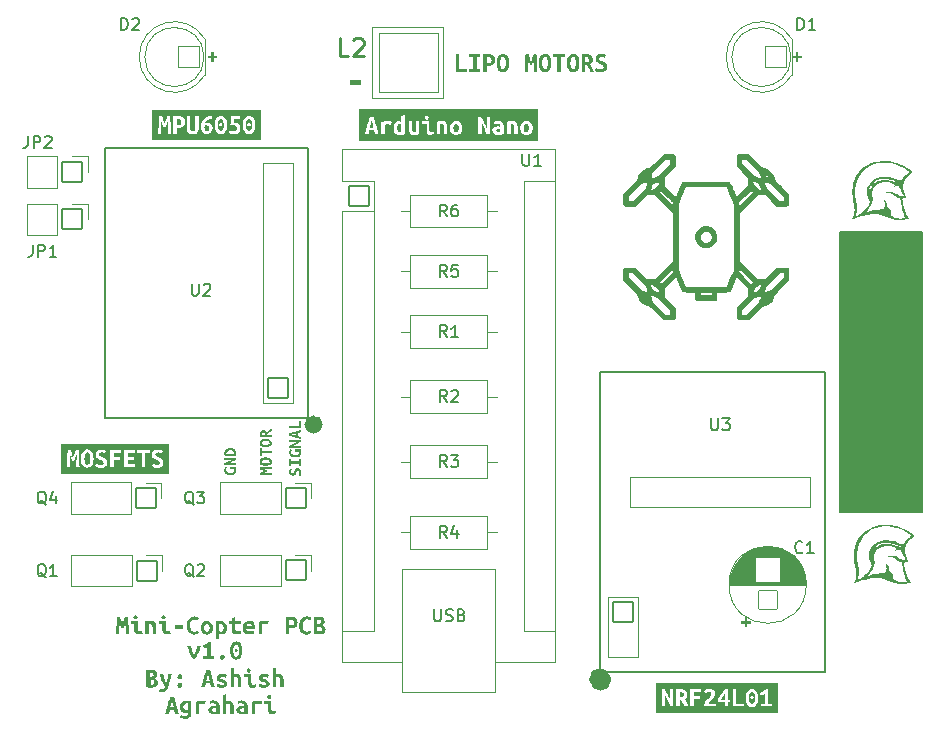
<source format=gto>
G04 #@! TF.GenerationSoftware,KiCad,Pcbnew,(6.0.10)*
G04 #@! TF.CreationDate,2023-05-03T21:15:51-04:00*
G04 #@! TF.ProjectId,MiniCopterSchematic,4d696e69-436f-4707-9465-72536368656d,v01*
G04 #@! TF.SameCoordinates,Original*
G04 #@! TF.FileFunction,Legend,Top*
G04 #@! TF.FilePolarity,Positive*
%FSLAX46Y46*%
G04 Gerber Fmt 4.6, Leading zero omitted, Abs format (unit mm)*
G04 Created by KiCad (PCBNEW (6.0.10)) date 2023-05-03 21:15:51*
%MOMM*%
%LPD*%
G01*
G04 APERTURE LIST*
G04 Aperture macros list*
%AMRoundRect*
0 Rectangle with rounded corners*
0 $1 Rounding radius*
0 $2 $3 $4 $5 $6 $7 $8 $9 X,Y pos of 4 corners*
0 Add a 4 corners polygon primitive as box body*
4,1,4,$2,$3,$4,$5,$6,$7,$8,$9,$2,$3,0*
0 Add four circle primitives for the rounded corners*
1,1,$1+$1,$2,$3*
1,1,$1+$1,$4,$5*
1,1,$1+$1,$6,$7*
1,1,$1+$1,$8,$9*
0 Add four rect primitives between the rounded corners*
20,1,$1+$1,$2,$3,$4,$5,0*
20,1,$1+$1,$4,$5,$6,$7,0*
20,1,$1+$1,$6,$7,$8,$9,0*
20,1,$1+$1,$8,$9,$2,$3,0*%
G04 Aperture macros list end*
%ADD10C,0.200000*%
%ADD11C,0.250000*%
%ADD12C,0.150000*%
%ADD13C,0.120000*%
%ADD14C,0.973026*%
%ADD15C,0.793420*%
%ADD16C,6.500000*%
%ADD17RoundRect,0.050000X0.850000X-0.850000X0.850000X0.850000X-0.850000X0.850000X-0.850000X-0.850000X0*%
%ADD18O,1.800000X1.800000*%
%ADD19C,1.800000*%
%ADD20C,1.700000*%
%ADD21O,1.700000X1.700000*%
%ADD22RoundRect,0.050000X-0.850000X-0.850000X0.850000X-0.850000X0.850000X0.850000X-0.850000X0.850000X0*%
%ADD23RoundRect,0.050000X0.900000X0.900000X-0.900000X0.900000X-0.900000X-0.900000X0.900000X-0.900000X0*%
%ADD24C,1.900000*%
%ADD25RoundRect,0.050000X-0.850000X0.850000X-0.850000X-0.850000X0.850000X-0.850000X0.850000X0.850000X0*%
%ADD26RoundRect,0.050000X0.800000X-0.800000X0.800000X0.800000X-0.800000X0.800000X-0.800000X-0.800000X0*%
%ADD27RoundRect,0.050000X-2.500000X-2.500000X2.500000X-2.500000X2.500000X2.500000X-2.500000X2.500000X0*%
G04 APERTURE END LIST*
D10*
X143100000Y-91025000D02*
X150100000Y-91025000D01*
X150100000Y-91025000D02*
X150100000Y-114775000D01*
X150100000Y-114775000D02*
X143100000Y-114775000D01*
X143100000Y-114775000D02*
X143100000Y-91025000D01*
G36*
X143100000Y-91025000D02*
G01*
X150100000Y-91025000D01*
X150100000Y-114775000D01*
X143100000Y-114775000D01*
X143100000Y-91025000D01*
G37*
D11*
X101500000Y-76178571D02*
X100785714Y-76178571D01*
X100785714Y-74678571D01*
X101928571Y-74821428D02*
X102000000Y-74750000D01*
X102142857Y-74678571D01*
X102500000Y-74678571D01*
X102642857Y-74750000D01*
X102714285Y-74821428D01*
X102785714Y-74964285D01*
X102785714Y-75107142D01*
X102714285Y-75321428D01*
X101857142Y-76178571D01*
X102785714Y-76178571D01*
D12*
X88404761Y-114143619D02*
X88309523Y-114096000D01*
X88214285Y-114000761D01*
X88071428Y-113857904D01*
X87976190Y-113810285D01*
X87880952Y-113810285D01*
X87928571Y-114048380D02*
X87833333Y-114000761D01*
X87738095Y-113905523D01*
X87690476Y-113715047D01*
X87690476Y-113381714D01*
X87738095Y-113191238D01*
X87833333Y-113096000D01*
X87928571Y-113048380D01*
X88119047Y-113048380D01*
X88214285Y-113096000D01*
X88309523Y-113191238D01*
X88357142Y-113381714D01*
X88357142Y-113715047D01*
X88309523Y-113905523D01*
X88214285Y-114000761D01*
X88119047Y-114048380D01*
X87928571Y-114048380D01*
X88690476Y-113048380D02*
X89309523Y-113048380D01*
X88976190Y-113429333D01*
X89119047Y-113429333D01*
X89214285Y-113476952D01*
X89261904Y-113524571D01*
X89309523Y-113619809D01*
X89309523Y-113857904D01*
X89261904Y-113953142D01*
X89214285Y-114000761D01*
X89119047Y-114048380D01*
X88833333Y-114048380D01*
X88738095Y-114000761D01*
X88690476Y-113953142D01*
X109833333Y-105452380D02*
X109500000Y-104976190D01*
X109261904Y-105452380D02*
X109261904Y-104452380D01*
X109642857Y-104452380D01*
X109738095Y-104500000D01*
X109785714Y-104547619D01*
X109833333Y-104642857D01*
X109833333Y-104785714D01*
X109785714Y-104880952D01*
X109738095Y-104928571D01*
X109642857Y-104976190D01*
X109261904Y-104976190D01*
X110214285Y-104547619D02*
X110261904Y-104500000D01*
X110357142Y-104452380D01*
X110595238Y-104452380D01*
X110690476Y-104500000D01*
X110738095Y-104547619D01*
X110785714Y-104642857D01*
X110785714Y-104738095D01*
X110738095Y-104880952D01*
X110166666Y-105452380D01*
X110785714Y-105452380D01*
X132220108Y-106838893D02*
X132220108Y-107648417D01*
X132267727Y-107743655D01*
X132315346Y-107791274D01*
X132410584Y-107838893D01*
X132601060Y-107838893D01*
X132696298Y-107791274D01*
X132743917Y-107743655D01*
X132791536Y-107648417D01*
X132791536Y-106838893D01*
X133172489Y-106838893D02*
X133791536Y-106838893D01*
X133458203Y-107219846D01*
X133601060Y-107219846D01*
X133696298Y-107267465D01*
X133743917Y-107315084D01*
X133791536Y-107410322D01*
X133791536Y-107648417D01*
X133743917Y-107743655D01*
X133696298Y-107791274D01*
X133601060Y-107838893D01*
X133315346Y-107838893D01*
X133220108Y-107791274D01*
X133172489Y-107743655D01*
X109833333Y-116952380D02*
X109500000Y-116476190D01*
X109261904Y-116952380D02*
X109261904Y-115952380D01*
X109642857Y-115952380D01*
X109738095Y-116000000D01*
X109785714Y-116047619D01*
X109833333Y-116142857D01*
X109833333Y-116285714D01*
X109785714Y-116380952D01*
X109738095Y-116428571D01*
X109642857Y-116476190D01*
X109261904Y-116476190D01*
X110690476Y-116285714D02*
X110690476Y-116952380D01*
X110452380Y-115904761D02*
X110214285Y-116619047D01*
X110833333Y-116619047D01*
X116238095Y-84452380D02*
X116238095Y-85261904D01*
X116285714Y-85357142D01*
X116333333Y-85404761D01*
X116428571Y-85452380D01*
X116619047Y-85452380D01*
X116714285Y-85404761D01*
X116761904Y-85357142D01*
X116809523Y-85261904D01*
X116809523Y-84452380D01*
X117809523Y-85452380D02*
X117238095Y-85452380D01*
X117523809Y-85452380D02*
X117523809Y-84452380D01*
X117428571Y-84595238D01*
X117333333Y-84690476D01*
X117238095Y-84738095D01*
X108743095Y-123012380D02*
X108743095Y-123821904D01*
X108790714Y-123917142D01*
X108838333Y-123964761D01*
X108933571Y-124012380D01*
X109124047Y-124012380D01*
X109219285Y-123964761D01*
X109266904Y-123917142D01*
X109314523Y-123821904D01*
X109314523Y-123012380D01*
X109743095Y-123964761D02*
X109885952Y-124012380D01*
X110124047Y-124012380D01*
X110219285Y-123964761D01*
X110266904Y-123917142D01*
X110314523Y-123821904D01*
X110314523Y-123726666D01*
X110266904Y-123631428D01*
X110219285Y-123583809D01*
X110124047Y-123536190D01*
X109933571Y-123488571D01*
X109838333Y-123440952D01*
X109790714Y-123393333D01*
X109743095Y-123298095D01*
X109743095Y-123202857D01*
X109790714Y-123107619D01*
X109838333Y-123060000D01*
X109933571Y-123012380D01*
X110171666Y-123012380D01*
X110314523Y-123060000D01*
X111076428Y-123488571D02*
X111219285Y-123536190D01*
X111266904Y-123583809D01*
X111314523Y-123679047D01*
X111314523Y-123821904D01*
X111266904Y-123917142D01*
X111219285Y-123964761D01*
X111124047Y-124012380D01*
X110743095Y-124012380D01*
X110743095Y-123012380D01*
X111076428Y-123012380D01*
X111171666Y-123060000D01*
X111219285Y-123107619D01*
X111266904Y-123202857D01*
X111266904Y-123298095D01*
X111219285Y-123393333D01*
X111171666Y-123440952D01*
X111076428Y-123488571D01*
X110743095Y-123488571D01*
X109833333Y-94852380D02*
X109500000Y-94376190D01*
X109261904Y-94852380D02*
X109261904Y-93852380D01*
X109642857Y-93852380D01*
X109738095Y-93900000D01*
X109785714Y-93947619D01*
X109833333Y-94042857D01*
X109833333Y-94185714D01*
X109785714Y-94280952D01*
X109738095Y-94328571D01*
X109642857Y-94376190D01*
X109261904Y-94376190D01*
X110738095Y-93852380D02*
X110261904Y-93852380D01*
X110214285Y-94328571D01*
X110261904Y-94280952D01*
X110357142Y-94233333D01*
X110595238Y-94233333D01*
X110690476Y-94280952D01*
X110738095Y-94328571D01*
X110785714Y-94423809D01*
X110785714Y-94661904D01*
X110738095Y-94757142D01*
X110690476Y-94804761D01*
X110595238Y-94852380D01*
X110357142Y-94852380D01*
X110261904Y-94804761D01*
X110214285Y-94757142D01*
X82261904Y-73952380D02*
X82261904Y-72952380D01*
X82500000Y-72952380D01*
X82642857Y-73000000D01*
X82738095Y-73095238D01*
X82785714Y-73190476D01*
X82833333Y-73380952D01*
X82833333Y-73523809D01*
X82785714Y-73714285D01*
X82738095Y-73809523D01*
X82642857Y-73904761D01*
X82500000Y-73952380D01*
X82261904Y-73952380D01*
X83214285Y-73047619D02*
X83261904Y-73000000D01*
X83357142Y-72952380D01*
X83595238Y-72952380D01*
X83690476Y-73000000D01*
X83738095Y-73047619D01*
X83785714Y-73142857D01*
X83785714Y-73238095D01*
X83738095Y-73380952D01*
X83166666Y-73952380D01*
X83785714Y-73952380D01*
X74766666Y-92152380D02*
X74766666Y-92866666D01*
X74719047Y-93009523D01*
X74623809Y-93104761D01*
X74480952Y-93152380D01*
X74385714Y-93152380D01*
X75242857Y-93152380D02*
X75242857Y-92152380D01*
X75623809Y-92152380D01*
X75719047Y-92200000D01*
X75766666Y-92247619D01*
X75814285Y-92342857D01*
X75814285Y-92485714D01*
X75766666Y-92580952D01*
X75719047Y-92628571D01*
X75623809Y-92676190D01*
X75242857Y-92676190D01*
X76766666Y-93152380D02*
X76195238Y-93152380D01*
X76480952Y-93152380D02*
X76480952Y-92152380D01*
X76385714Y-92295238D01*
X76290476Y-92390476D01*
X76195238Y-92438095D01*
X139933333Y-118157142D02*
X139885714Y-118204761D01*
X139742857Y-118252380D01*
X139647619Y-118252380D01*
X139504761Y-118204761D01*
X139409523Y-118109523D01*
X139361904Y-118014285D01*
X139314285Y-117823809D01*
X139314285Y-117680952D01*
X139361904Y-117490476D01*
X139409523Y-117395238D01*
X139504761Y-117300000D01*
X139647619Y-117252380D01*
X139742857Y-117252380D01*
X139885714Y-117300000D01*
X139933333Y-117347619D01*
X140885714Y-118252380D02*
X140314285Y-118252380D01*
X140600000Y-118252380D02*
X140600000Y-117252380D01*
X140504761Y-117395238D01*
X140409523Y-117490476D01*
X140314285Y-117538095D01*
X139511904Y-73952380D02*
X139511904Y-72952380D01*
X139750000Y-72952380D01*
X139892857Y-73000000D01*
X139988095Y-73095238D01*
X140035714Y-73190476D01*
X140083333Y-73380952D01*
X140083333Y-73523809D01*
X140035714Y-73714285D01*
X139988095Y-73809523D01*
X139892857Y-73904761D01*
X139750000Y-73952380D01*
X139511904Y-73952380D01*
X141035714Y-73952380D02*
X140464285Y-73952380D01*
X140750000Y-73952380D02*
X140750000Y-72952380D01*
X140654761Y-73095238D01*
X140559523Y-73190476D01*
X140464285Y-73238095D01*
X109833333Y-89752380D02*
X109500000Y-89276190D01*
X109261904Y-89752380D02*
X109261904Y-88752380D01*
X109642857Y-88752380D01*
X109738095Y-88800000D01*
X109785714Y-88847619D01*
X109833333Y-88942857D01*
X109833333Y-89085714D01*
X109785714Y-89180952D01*
X109738095Y-89228571D01*
X109642857Y-89276190D01*
X109261904Y-89276190D01*
X110690476Y-88752380D02*
X110500000Y-88752380D01*
X110404761Y-88800000D01*
X110357142Y-88847619D01*
X110261904Y-88990476D01*
X110214285Y-89180952D01*
X110214285Y-89561904D01*
X110261904Y-89657142D01*
X110309523Y-89704761D01*
X110404761Y-89752380D01*
X110595238Y-89752380D01*
X110690476Y-89704761D01*
X110738095Y-89657142D01*
X110785714Y-89561904D01*
X110785714Y-89323809D01*
X110738095Y-89228571D01*
X110690476Y-89180952D01*
X110595238Y-89133333D01*
X110404761Y-89133333D01*
X110309523Y-89180952D01*
X110261904Y-89228571D01*
X110214285Y-89323809D01*
X74366666Y-82952380D02*
X74366666Y-83666666D01*
X74319047Y-83809523D01*
X74223809Y-83904761D01*
X74080952Y-83952380D01*
X73985714Y-83952380D01*
X74842857Y-83952380D02*
X74842857Y-82952380D01*
X75223809Y-82952380D01*
X75319047Y-83000000D01*
X75366666Y-83047619D01*
X75414285Y-83142857D01*
X75414285Y-83285714D01*
X75366666Y-83380952D01*
X75319047Y-83428571D01*
X75223809Y-83476190D01*
X74842857Y-83476190D01*
X75795238Y-83047619D02*
X75842857Y-83000000D01*
X75938095Y-82952380D01*
X76176190Y-82952380D01*
X76271428Y-83000000D01*
X76319047Y-83047619D01*
X76366666Y-83142857D01*
X76366666Y-83238095D01*
X76319047Y-83380952D01*
X75747619Y-83952380D01*
X76366666Y-83952380D01*
X75904761Y-120297619D02*
X75809523Y-120250000D01*
X75714285Y-120154761D01*
X75571428Y-120011904D01*
X75476190Y-119964285D01*
X75380952Y-119964285D01*
X75428571Y-120202380D02*
X75333333Y-120154761D01*
X75238095Y-120059523D01*
X75190476Y-119869047D01*
X75190476Y-119535714D01*
X75238095Y-119345238D01*
X75333333Y-119250000D01*
X75428571Y-119202380D01*
X75619047Y-119202380D01*
X75714285Y-119250000D01*
X75809523Y-119345238D01*
X75857142Y-119535714D01*
X75857142Y-119869047D01*
X75809523Y-120059523D01*
X75714285Y-120154761D01*
X75619047Y-120202380D01*
X75428571Y-120202380D01*
X76809523Y-120202380D02*
X76238095Y-120202380D01*
X76523809Y-120202380D02*
X76523809Y-119202380D01*
X76428571Y-119345238D01*
X76333333Y-119440476D01*
X76238095Y-119488095D01*
X88404761Y-120272619D02*
X88309523Y-120225000D01*
X88214285Y-120129761D01*
X88071428Y-119986904D01*
X87976190Y-119939285D01*
X87880952Y-119939285D01*
X87928571Y-120177380D02*
X87833333Y-120129761D01*
X87738095Y-120034523D01*
X87690476Y-119844047D01*
X87690476Y-119510714D01*
X87738095Y-119320238D01*
X87833333Y-119225000D01*
X87928571Y-119177380D01*
X88119047Y-119177380D01*
X88214285Y-119225000D01*
X88309523Y-119320238D01*
X88357142Y-119510714D01*
X88357142Y-119844047D01*
X88309523Y-120034523D01*
X88214285Y-120129761D01*
X88119047Y-120177380D01*
X87928571Y-120177380D01*
X88738095Y-119272619D02*
X88785714Y-119225000D01*
X88880952Y-119177380D01*
X89119047Y-119177380D01*
X89214285Y-119225000D01*
X89261904Y-119272619D01*
X89309523Y-119367857D01*
X89309523Y-119463095D01*
X89261904Y-119605952D01*
X88690476Y-120177380D01*
X89309523Y-120177380D01*
X109833333Y-99952380D02*
X109500000Y-99476190D01*
X109261904Y-99952380D02*
X109261904Y-98952380D01*
X109642857Y-98952380D01*
X109738095Y-99000000D01*
X109785714Y-99047619D01*
X109833333Y-99142857D01*
X109833333Y-99285714D01*
X109785714Y-99380952D01*
X109738095Y-99428571D01*
X109642857Y-99476190D01*
X109261904Y-99476190D01*
X110785714Y-99952380D02*
X110214285Y-99952380D01*
X110500000Y-99952380D02*
X110500000Y-98952380D01*
X110404761Y-99095238D01*
X110309523Y-99190476D01*
X110214285Y-99238095D01*
X109833333Y-110952380D02*
X109500000Y-110476190D01*
X109261904Y-110952380D02*
X109261904Y-109952380D01*
X109642857Y-109952380D01*
X109738095Y-110000000D01*
X109785714Y-110047619D01*
X109833333Y-110142857D01*
X109833333Y-110285714D01*
X109785714Y-110380952D01*
X109738095Y-110428571D01*
X109642857Y-110476190D01*
X109261904Y-110476190D01*
X110166666Y-109952380D02*
X110785714Y-109952380D01*
X110452380Y-110333333D01*
X110595238Y-110333333D01*
X110690476Y-110380952D01*
X110738095Y-110428571D01*
X110785714Y-110523809D01*
X110785714Y-110761904D01*
X110738095Y-110857142D01*
X110690476Y-110904761D01*
X110595238Y-110952380D01*
X110309523Y-110952380D01*
X110214285Y-110904761D01*
X110166666Y-110857142D01*
X88238095Y-95452380D02*
X88238095Y-96261904D01*
X88285714Y-96357142D01*
X88333333Y-96404761D01*
X88428571Y-96452380D01*
X88619047Y-96452380D01*
X88714285Y-96404761D01*
X88761904Y-96357142D01*
X88809523Y-96261904D01*
X88809523Y-95452380D01*
X89238095Y-95547619D02*
X89285714Y-95500000D01*
X89380952Y-95452380D01*
X89619047Y-95452380D01*
X89714285Y-95500000D01*
X89761904Y-95547619D01*
X89809523Y-95642857D01*
X89809523Y-95738095D01*
X89761904Y-95880952D01*
X89190476Y-96452380D01*
X89809523Y-96452380D01*
X75904761Y-114147619D02*
X75809523Y-114100000D01*
X75714285Y-114004761D01*
X75571428Y-113861904D01*
X75476190Y-113814285D01*
X75380952Y-113814285D01*
X75428571Y-114052380D02*
X75333333Y-114004761D01*
X75238095Y-113909523D01*
X75190476Y-113719047D01*
X75190476Y-113385714D01*
X75238095Y-113195238D01*
X75333333Y-113100000D01*
X75428571Y-113052380D01*
X75619047Y-113052380D01*
X75714285Y-113100000D01*
X75809523Y-113195238D01*
X75857142Y-113385714D01*
X75857142Y-113719047D01*
X75809523Y-113909523D01*
X75714285Y-114004761D01*
X75619047Y-114052380D01*
X75428571Y-114052380D01*
X76714285Y-113385714D02*
X76714285Y-114052380D01*
X76476190Y-113004761D02*
X76238095Y-113719047D01*
X76857142Y-113719047D01*
G36*
X91992125Y-110333313D02*
G01*
X91883205Y-110379085D01*
X91774461Y-110427504D01*
X91665894Y-110478569D01*
X91557326Y-110532279D01*
X91448583Y-110588635D01*
X91339662Y-110647637D01*
X91992125Y-110647637D01*
X91992125Y-110823850D01*
X91009462Y-110823850D01*
X91009462Y-110666687D01*
X91082289Y-110622237D01*
X91161069Y-110577788D01*
X91242627Y-110533933D01*
X91323787Y-110491269D01*
X91403559Y-110450788D01*
X91480950Y-110413481D01*
X91552387Y-110380342D01*
X91614300Y-110352363D01*
X91009462Y-110352363D01*
X91009462Y-110176150D01*
X91992125Y-110176150D01*
X91992125Y-110333313D01*
G37*
G36*
X91999269Y-109910244D02*
G01*
X91981012Y-110017400D01*
X91022162Y-110017400D01*
X91003112Y-109891987D01*
X90998350Y-109782450D01*
X90999696Y-109764987D01*
X91168212Y-109764987D01*
X91169006Y-109793563D01*
X91172975Y-109822137D01*
X91833375Y-109822137D01*
X91834962Y-109804675D01*
X91834962Y-109787212D01*
X91809562Y-109675294D01*
X91739712Y-109602269D01*
X91634144Y-109562581D01*
X91570048Y-109553652D01*
X91500000Y-109550675D01*
X91376175Y-109560200D01*
X91269812Y-109593537D01*
X91195994Y-109658625D01*
X91168212Y-109764987D01*
X90999696Y-109764987D01*
X91005494Y-109689780D01*
X91026925Y-109605444D01*
X91063636Y-109531427D01*
X91116619Y-109469712D01*
X91186072Y-109420302D01*
X91272194Y-109383194D01*
X91376373Y-109359977D01*
X91500000Y-109352237D01*
X91626405Y-109360770D01*
X91732569Y-109386369D01*
X91819683Y-109427048D01*
X91888937Y-109480825D01*
X91941127Y-109546905D01*
X91977044Y-109624494D01*
X91997880Y-109712005D01*
X92004595Y-109804675D01*
X92004825Y-109807850D01*
X91999269Y-109910244D01*
G37*
G36*
X91214250Y-111004825D02*
G01*
X91174562Y-111090550D01*
X91157100Y-111195325D01*
X91182500Y-111312800D01*
X91253144Y-111391381D01*
X91361094Y-111435831D01*
X91427173Y-111445952D01*
X91500000Y-111449325D01*
X91607156Y-111443151D01*
X91693675Y-111424631D01*
X91759556Y-111393763D01*
X91822064Y-111325103D01*
X91842900Y-111230250D01*
X91841312Y-111192150D01*
X91836550Y-111154050D01*
X91477775Y-111154050D01*
X91477775Y-110958788D01*
X91968312Y-110958788D01*
X91996887Y-111067531D01*
X92008794Y-111149089D01*
X92012762Y-111246125D01*
X92004627Y-111333636D01*
X91980219Y-111412019D01*
X91939737Y-111480480D01*
X91883381Y-111538225D01*
X91811150Y-111584659D01*
X91723044Y-111619188D01*
X91619261Y-111640619D01*
X91500000Y-111647763D01*
X91381930Y-111639428D01*
X91278544Y-111614425D01*
X91190239Y-111575134D01*
X91117412Y-111523938D01*
X91060461Y-111461628D01*
X91019781Y-111389000D01*
X90995373Y-111308434D01*
X90987237Y-111222313D01*
X90995969Y-111119919D01*
X91015812Y-111041337D01*
X91039625Y-110986569D01*
X91058675Y-110954025D01*
X91214250Y-111004825D01*
G37*
G36*
X130926644Y-91151181D02*
G01*
X130943255Y-91111152D01*
X131027685Y-90971010D01*
X131149620Y-90832017D01*
X131290548Y-90712740D01*
X131412947Y-90640031D01*
X131561770Y-90594540D01*
X131740742Y-90574091D01*
X131926962Y-90578684D01*
X132097534Y-90608319D01*
X132187052Y-90640031D01*
X132331892Y-90729316D01*
X132473907Y-90855700D01*
X132593874Y-90999961D01*
X132659968Y-91112947D01*
X132705459Y-91261770D01*
X132725908Y-91440742D01*
X132721315Y-91626962D01*
X132691680Y-91797534D01*
X132659968Y-91887052D01*
X132571640Y-92030745D01*
X132447179Y-92171032D01*
X132305291Y-92289297D01*
X132187052Y-92357679D01*
X132045223Y-92401457D01*
X131875827Y-92425526D01*
X131703513Y-92428371D01*
X131552932Y-92408480D01*
X131518321Y-92398728D01*
X131313149Y-92302688D01*
X131141806Y-92164954D01*
X131008124Y-91994105D01*
X130915934Y-91798723D01*
X130869069Y-91587388D01*
X130869985Y-91500000D01*
X131330715Y-91500000D01*
X131343856Y-91571173D01*
X131377095Y-91664106D01*
X131396709Y-91706429D01*
X131478469Y-91816320D01*
X131593226Y-91904719D01*
X131721184Y-91958725D01*
X131800000Y-91969284D01*
X131871173Y-91956143D01*
X131964106Y-91922904D01*
X132006429Y-91903291D01*
X132116320Y-91821530D01*
X132204719Y-91706773D01*
X132258725Y-91578815D01*
X132269284Y-91500000D01*
X132256143Y-91428826D01*
X132222904Y-91335893D01*
X132203291Y-91293570D01*
X132121530Y-91183679D01*
X132006773Y-91095280D01*
X131878815Y-91041274D01*
X131800000Y-91030715D01*
X131728826Y-91043856D01*
X131635893Y-91077095D01*
X131593570Y-91096709D01*
X131483679Y-91178469D01*
X131395280Y-91293226D01*
X131341274Y-91421184D01*
X131330715Y-91500000D01*
X130869985Y-91500000D01*
X130871362Y-91368680D01*
X130926644Y-91151181D01*
G37*
G36*
X134381062Y-97948666D02*
G01*
X134381062Y-97502056D01*
X134857003Y-97022942D01*
X135332945Y-96543828D01*
X135334346Y-96192754D01*
X135334635Y-96120168D01*
X135795696Y-96120168D01*
X135802948Y-96149806D01*
X135834361Y-96157501D01*
X135898629Y-96143652D01*
X135928212Y-96133870D01*
X136775380Y-96133870D01*
X136776366Y-96143956D01*
X136808560Y-96141478D01*
X136882912Y-96122899D01*
X136986288Y-96091716D01*
X137045046Y-96072393D01*
X137299422Y-95986527D01*
X138369976Y-94917569D01*
X138369976Y-94550346D01*
X138002754Y-94550346D01*
X136933796Y-95620900D01*
X136847929Y-95875276D01*
X136811734Y-95988278D01*
X136786385Y-96078854D01*
X136775380Y-96133870D01*
X135928212Y-96133870D01*
X136004445Y-96108662D01*
X136082217Y-96081012D01*
X136302194Y-96002194D01*
X136381012Y-95782217D01*
X136427291Y-95650255D01*
X136452645Y-95564553D01*
X136456674Y-95516416D01*
X136438976Y-95497151D01*
X136399151Y-95498064D01*
X136368187Y-95503911D01*
X136292843Y-95537540D01*
X136191441Y-95614010D01*
X136060529Y-95735955D01*
X136048216Y-95748216D01*
X135922374Y-95881735D01*
X135842226Y-95985457D01*
X135805137Y-96062835D01*
X135803911Y-96068187D01*
X135795696Y-96120168D01*
X135334635Y-96120168D01*
X135335746Y-95841680D01*
X134863488Y-95370072D01*
X134391230Y-94898465D01*
X134130242Y-95504615D01*
X134047721Y-95692098D01*
X133971469Y-95857407D01*
X133905180Y-95993061D01*
X133852548Y-96091579D01*
X133817265Y-96145483D01*
X133810664Y-96151802D01*
X133772719Y-96167857D01*
X133706644Y-96179446D01*
X133604982Y-96187111D01*
X133460273Y-96191392D01*
X133265059Y-96192831D01*
X133245321Y-96192840D01*
X132738568Y-96192840D01*
X132738568Y-96472811D01*
X132737373Y-96605240D01*
X132731867Y-96693134D01*
X132719163Y-96750600D01*
X132696375Y-96791747D01*
X132666575Y-96824774D01*
X132594583Y-96896766D01*
X131005416Y-96896766D01*
X130933424Y-96824774D01*
X130899678Y-96786384D01*
X130878492Y-96743784D01*
X130866982Y-96682869D01*
X130862261Y-96589528D01*
X130861431Y-96472811D01*
X130861431Y-96427482D01*
X131330715Y-96427482D01*
X132269284Y-96427482D01*
X132269284Y-96192840D01*
X131330715Y-96192840D01*
X131330715Y-96427482D01*
X130861431Y-96427482D01*
X130861431Y-96192840D01*
X130354678Y-96192840D01*
X130156603Y-96191700D01*
X130009323Y-96187890D01*
X129905008Y-96180830D01*
X129835830Y-96169937D01*
X129793961Y-96154630D01*
X129787788Y-96150719D01*
X129756730Y-96109964D01*
X129707266Y-96021139D01*
X129642587Y-95890714D01*
X129565885Y-95725158D01*
X129480350Y-95530943D01*
X129468468Y-95503273D01*
X129209285Y-94897949D01*
X128736769Y-95369815D01*
X128264253Y-95841680D01*
X128265653Y-96192754D01*
X128267054Y-96543828D01*
X128742996Y-97022942D01*
X129218937Y-97502056D01*
X129218937Y-97948666D01*
X129218573Y-98119767D01*
X129216544Y-98242341D01*
X129211442Y-98326523D01*
X129201862Y-98382447D01*
X129186395Y-98420245D01*
X129163636Y-98450053D01*
X129146945Y-98467268D01*
X129117178Y-98494780D01*
X129085173Y-98514208D01*
X129040801Y-98526957D01*
X128973933Y-98534431D01*
X128874442Y-98538035D01*
X128732200Y-98539175D01*
X128627965Y-98539261D01*
X128180978Y-98539261D01*
X127592740Y-97954127D01*
X127418925Y-97781721D01*
X127280698Y-97646263D01*
X127172411Y-97542981D01*
X127088416Y-97467104D01*
X127023065Y-97413859D01*
X126970710Y-97378474D01*
X126925702Y-97356177D01*
X126882394Y-97342197D01*
X126862997Y-97337577D01*
X126626313Y-97256026D01*
X126412208Y-97125567D01*
X126228564Y-96954083D01*
X126083263Y-96749456D01*
X126012199Y-96584563D01*
X126538448Y-96584563D01*
X126557460Y-96620180D01*
X126608545Y-96676789D01*
X126674338Y-96743404D01*
X126709381Y-96772332D01*
X126723336Y-96768405D01*
X126725865Y-96736453D01*
X126725866Y-96735450D01*
X126702422Y-96675863D01*
X126647160Y-96616209D01*
X126582684Y-96578314D01*
X126558796Y-96574133D01*
X126538448Y-96584563D01*
X126012199Y-96584563D01*
X125984188Y-96519569D01*
X125972799Y-96476366D01*
X127156043Y-96476366D01*
X127158521Y-96508560D01*
X127177100Y-96582912D01*
X127208283Y-96686288D01*
X127227606Y-96745046D01*
X127313472Y-96999422D01*
X128382430Y-98069976D01*
X128749653Y-98069976D01*
X128749653Y-97702754D01*
X127679099Y-96633796D01*
X127424723Y-96547929D01*
X127311721Y-96511734D01*
X127221145Y-96486385D01*
X127166129Y-96475380D01*
X127156043Y-96476366D01*
X125972799Y-96476366D01*
X125962422Y-96437003D01*
X125950541Y-96392697D01*
X125932384Y-96349107D01*
X125903181Y-96300585D01*
X125858158Y-96241483D01*
X125792543Y-96166153D01*
X125701565Y-96068946D01*
X125580452Y-95944214D01*
X125424431Y-95786310D01*
X125345872Y-95707259D01*
X124760739Y-95119021D01*
X124760739Y-94917569D01*
X125230023Y-94917569D01*
X126300577Y-95986749D01*
X126549884Y-96071296D01*
X126662545Y-96107614D01*
X126753542Y-96133421D01*
X126809204Y-96144998D01*
X126819167Y-96144530D01*
X126819163Y-96113763D01*
X126802565Y-96040635D01*
X126772569Y-95938009D01*
X126752673Y-95877059D01*
X126666203Y-95620900D01*
X126579793Y-95534361D01*
X127142498Y-95534361D01*
X127156347Y-95598629D01*
X127191337Y-95704445D01*
X127218987Y-95782217D01*
X127297806Y-96002194D01*
X127517782Y-96081012D01*
X127649744Y-96127291D01*
X127735446Y-96152645D01*
X127783583Y-96156674D01*
X127802848Y-96138976D01*
X127801935Y-96099151D01*
X127796088Y-96068187D01*
X127762502Y-95995761D01*
X127693243Y-95900808D01*
X127600167Y-95795181D01*
X127495127Y-95690736D01*
X127389978Y-95599327D01*
X127296576Y-95532810D01*
X127231812Y-95503911D01*
X127179831Y-95495696D01*
X127150193Y-95502948D01*
X127142498Y-95534361D01*
X126579793Y-95534361D01*
X126341925Y-95296138D01*
X127871297Y-95296138D01*
X127999145Y-95432226D01*
X128499787Y-94932198D01*
X129000429Y-94432169D01*
X128988936Y-94311655D01*
X128983676Y-94256503D01*
X129453579Y-94256503D01*
X129767247Y-94990030D01*
X130080915Y-95723556D01*
X133517000Y-95723556D01*
X133831710Y-94989734D01*
X134108987Y-94343196D01*
X134609840Y-94343196D01*
X134611891Y-94375723D01*
X134624867Y-94411263D01*
X134653450Y-94455788D01*
X134702323Y-94515269D01*
X134776169Y-94595678D01*
X134879669Y-94702987D01*
X135017507Y-94843168D01*
X135096904Y-94923543D01*
X135596113Y-95428726D01*
X135664182Y-95364778D01*
X135732251Y-95300831D01*
X135181310Y-94748944D01*
X134630369Y-94197058D01*
X134614032Y-94307709D01*
X134609840Y-94343196D01*
X134108987Y-94343196D01*
X134146420Y-94255911D01*
X134146420Y-88739234D01*
X134073107Y-88567830D01*
X134599570Y-88567830D01*
X134611063Y-88688344D01*
X134622556Y-88808857D01*
X135728702Y-87703861D01*
X135600854Y-87567773D01*
X135100212Y-88067801D01*
X134599570Y-88567830D01*
X134073107Y-88567830D01*
X133833585Y-88007838D01*
X133520750Y-87276443D01*
X130080286Y-87276443D01*
X129766933Y-88007993D01*
X129453579Y-88739542D01*
X129453579Y-94256503D01*
X128983676Y-94256503D01*
X128977443Y-94191142D01*
X127871297Y-95296138D01*
X126341925Y-95296138D01*
X125597245Y-94550346D01*
X125230023Y-94550346D01*
X125230023Y-94917569D01*
X124760739Y-94917569D01*
X124760739Y-94672034D01*
X124761102Y-94500852D01*
X124763127Y-94378203D01*
X124768221Y-94293956D01*
X124777787Y-94237986D01*
X124793230Y-94200163D01*
X124815957Y-94170360D01*
X124832731Y-94153054D01*
X124862508Y-94125533D01*
X124894527Y-94106102D01*
X124938919Y-94093355D01*
X125005819Y-94085884D01*
X125105358Y-94082283D01*
X125247669Y-94081147D01*
X125351390Y-94081062D01*
X125798056Y-94081062D01*
X126283958Y-94559686D01*
X126769861Y-95038311D01*
X127115712Y-95034871D01*
X127461564Y-95031431D01*
X128222930Y-94270488D01*
X128984295Y-93509545D01*
X128984295Y-89490454D01*
X128222930Y-88729511D01*
X127461564Y-87968568D01*
X127115712Y-87965128D01*
X126769861Y-87961689D01*
X126283958Y-88440313D01*
X125798056Y-88918937D01*
X125351390Y-88918937D01*
X125180277Y-88918573D01*
X125057691Y-88916545D01*
X124973499Y-88911444D01*
X124917569Y-88901866D01*
X124879767Y-88886403D01*
X124849960Y-88863648D01*
X124832731Y-88846945D01*
X124805219Y-88817178D01*
X124785791Y-88785173D01*
X124773042Y-88740801D01*
X124765568Y-88673933D01*
X124761964Y-88574442D01*
X124760964Y-88449653D01*
X125230023Y-88449653D01*
X125597245Y-88449653D01*
X126346611Y-87699168D01*
X127867748Y-87699168D01*
X128418689Y-88251055D01*
X128969630Y-88802941D01*
X128985967Y-88692290D01*
X128990159Y-88656803D01*
X128988108Y-88624276D01*
X128975132Y-88588736D01*
X128946549Y-88544211D01*
X128897676Y-88484730D01*
X128823830Y-88404321D01*
X128720330Y-88297012D01*
X128582492Y-88156831D01*
X128503095Y-88076456D01*
X128003886Y-87571273D01*
X127935817Y-87635221D01*
X127867748Y-87699168D01*
X126346611Y-87699168D01*
X126566316Y-87479135D01*
X127144130Y-87479135D01*
X127161678Y-87497895D01*
X127201174Y-87497383D01*
X127231812Y-87492234D01*
X127301251Y-87464150D01*
X127391787Y-87399121D01*
X127509344Y-87292680D01*
X127551783Y-87250992D01*
X127677287Y-87118343D01*
X127757294Y-87015272D01*
X127794625Y-86938097D01*
X127796088Y-86931812D01*
X127804304Y-86879831D01*
X127797051Y-86850193D01*
X127765638Y-86842498D01*
X127701370Y-86856347D01*
X127595554Y-86891337D01*
X127517782Y-86918987D01*
X127297806Y-86997806D01*
X127218987Y-87217782D01*
X127173202Y-87348021D01*
X127148110Y-87432157D01*
X127144130Y-87479135D01*
X126566316Y-87479135D01*
X126666203Y-87379099D01*
X126752070Y-87124723D01*
X126788265Y-87011721D01*
X126813614Y-86921145D01*
X126824619Y-86866129D01*
X126823633Y-86856043D01*
X126791439Y-86858521D01*
X126717087Y-86877100D01*
X126613711Y-86908283D01*
X126554953Y-86927606D01*
X126300577Y-87013472D01*
X125230023Y-88082430D01*
X125230023Y-88449653D01*
X124760964Y-88449653D01*
X124760824Y-88432200D01*
X124760739Y-88327965D01*
X124760739Y-87880978D01*
X125345872Y-87292740D01*
X125518278Y-87118925D01*
X125653736Y-86980698D01*
X125757018Y-86872411D01*
X125832895Y-86788416D01*
X125886140Y-86723065D01*
X125921525Y-86670710D01*
X125943822Y-86625702D01*
X125957802Y-86582394D01*
X125962422Y-86562997D01*
X125979460Y-86513547D01*
X127155057Y-86513547D01*
X127156043Y-86523633D01*
X127188237Y-86521155D01*
X127262589Y-86502576D01*
X127365964Y-86471393D01*
X127424723Y-86452070D01*
X127679099Y-86366203D01*
X128749653Y-85297245D01*
X128749653Y-84930023D01*
X128382430Y-84930023D01*
X127313472Y-86000577D01*
X127227606Y-86254953D01*
X127191411Y-86367955D01*
X127166062Y-86458530D01*
X127155057Y-86513547D01*
X125979460Y-86513547D01*
X126011529Y-86420474D01*
X126537533Y-86420474D01*
X126559062Y-86425866D01*
X126615499Y-86406267D01*
X126667205Y-86367205D01*
X126713382Y-86308273D01*
X126724799Y-86264811D01*
X126702023Y-86249884D01*
X126668546Y-86269283D01*
X126613764Y-86317779D01*
X126593879Y-86337875D01*
X126545011Y-86394015D01*
X126537533Y-86420474D01*
X126011529Y-86420474D01*
X126043973Y-86326313D01*
X126174432Y-86112208D01*
X126345916Y-85928564D01*
X126550543Y-85783263D01*
X126780430Y-85684188D01*
X126862997Y-85662422D01*
X126907302Y-85650541D01*
X126950892Y-85632384D01*
X126999414Y-85603181D01*
X127058516Y-85558158D01*
X127133846Y-85492543D01*
X127231053Y-85401565D01*
X127355785Y-85280452D01*
X127513689Y-85124431D01*
X127592740Y-85045872D01*
X128180978Y-84460739D01*
X128627965Y-84460739D01*
X128799147Y-84461102D01*
X128921797Y-84463127D01*
X129006043Y-84468221D01*
X129062013Y-84477787D01*
X129099836Y-84493230D01*
X129129639Y-84515957D01*
X129146945Y-84532731D01*
X129174467Y-84562510D01*
X129193899Y-84594531D01*
X129206646Y-84638927D01*
X129214117Y-84705832D01*
X129217717Y-84805380D01*
X129218853Y-84947703D01*
X129218937Y-85051333D01*
X129218937Y-85497943D01*
X128742745Y-85977309D01*
X128266552Y-86456676D01*
X128266128Y-86808222D01*
X128265704Y-87159767D01*
X128736997Y-87630411D01*
X129208289Y-88101055D01*
X129466958Y-87496938D01*
X129555829Y-87293922D01*
X129635044Y-87121944D01*
X129701713Y-86986846D01*
X129752949Y-86894471D01*
X129785863Y-86850661D01*
X129786775Y-86849990D01*
X129805919Y-86841367D01*
X129839635Y-86833951D01*
X129891992Y-86827656D01*
X129967059Y-86822394D01*
X130068904Y-86818081D01*
X130201596Y-86814629D01*
X130369203Y-86811951D01*
X130575795Y-86809962D01*
X130825439Y-86808575D01*
X131122205Y-86807704D01*
X131470161Y-86807262D01*
X131803276Y-86807159D01*
X132191132Y-86807239D01*
X132524581Y-86807552D01*
X132807877Y-86808207D01*
X133045272Y-86809310D01*
X133241020Y-86810972D01*
X133399376Y-86813299D01*
X133524591Y-86816401D01*
X133620920Y-86820385D01*
X133692616Y-86825360D01*
X133743932Y-86831434D01*
X133779122Y-86838716D01*
X133802439Y-86847313D01*
X133818136Y-86857334D01*
X133819532Y-86858487D01*
X133848629Y-86899852D01*
X133895869Y-86986796D01*
X133957036Y-87110665D01*
X134027913Y-87262807D01*
X134104284Y-87434566D01*
X134135204Y-87506303D01*
X134389971Y-88102792D01*
X134862133Y-87631279D01*
X135334295Y-87159767D01*
X135333935Y-86861008D01*
X135797185Y-86861008D01*
X135798156Y-86900827D01*
X135804052Y-86931812D01*
X135833572Y-86993849D01*
X135895924Y-87081003D01*
X135980223Y-87181688D01*
X136075582Y-87284317D01*
X136171112Y-87377301D01*
X136255928Y-87449052D01*
X136319143Y-87487984D01*
X136329499Y-87491081D01*
X136411901Y-87504677D01*
X136451405Y-87501368D01*
X136461776Y-87479417D01*
X136461670Y-87474422D01*
X136451389Y-87430834D01*
X136425798Y-87348310D01*
X136389949Y-87242928D01*
X136381012Y-87217782D01*
X136302194Y-86997806D01*
X136082217Y-86918987D01*
X135950247Y-86872705D01*
X135893933Y-86856043D01*
X136776366Y-86856043D01*
X136778844Y-86888237D01*
X136797423Y-86962589D01*
X136828606Y-87065964D01*
X136847929Y-87124723D01*
X136933796Y-87379099D01*
X138002754Y-88449653D01*
X138369976Y-88449653D01*
X138369976Y-88082430D01*
X137299422Y-87013472D01*
X137045046Y-86927606D01*
X136932044Y-86891411D01*
X136841469Y-86866062D01*
X136786452Y-86855057D01*
X136776366Y-86856043D01*
X135893933Y-86856043D01*
X135864543Y-86847347D01*
X135816418Y-86843314D01*
X135797185Y-86861008D01*
X135333935Y-86861008D01*
X135333871Y-86808222D01*
X135333447Y-86456676D01*
X134857254Y-85977309D01*
X134381062Y-85497943D01*
X134381062Y-85297245D01*
X134850346Y-85297245D01*
X135385623Y-85831835D01*
X135920900Y-86366426D01*
X136170207Y-86450972D01*
X136282869Y-86487291D01*
X136373865Y-86513097D01*
X136429527Y-86524675D01*
X136439490Y-86524207D01*
X136439486Y-86493439D01*
X136422888Y-86420312D01*
X136392893Y-86317685D01*
X136373668Y-86258796D01*
X136874133Y-86258796D01*
X136896770Y-86320507D01*
X136950128Y-86382289D01*
X137012384Y-86421536D01*
X137035450Y-86425866D01*
X137074590Y-86421011D01*
X137079445Y-86416954D01*
X137060340Y-86393274D01*
X137011662Y-86342877D01*
X136976789Y-86308545D01*
X136913944Y-86252687D01*
X136881940Y-86238928D01*
X136874133Y-86258796D01*
X136373668Y-86258796D01*
X136372996Y-86256736D01*
X136286527Y-86000577D01*
X135217569Y-84930023D01*
X134850346Y-84930023D01*
X134850346Y-85297245D01*
X134381062Y-85297245D01*
X134381062Y-85051333D01*
X134381426Y-84880232D01*
X134383455Y-84757658D01*
X134388557Y-84673476D01*
X134398137Y-84617552D01*
X134413604Y-84579754D01*
X134436363Y-84549946D01*
X134453054Y-84532731D01*
X134482821Y-84505219D01*
X134514826Y-84485791D01*
X134559198Y-84473042D01*
X134626066Y-84465568D01*
X134725557Y-84461964D01*
X134867799Y-84460824D01*
X134972034Y-84460739D01*
X135419021Y-84460739D01*
X136007259Y-85045872D01*
X136181074Y-85218278D01*
X136319301Y-85353736D01*
X136427588Y-85457018D01*
X136511583Y-85532895D01*
X136576934Y-85586140D01*
X136629289Y-85621525D01*
X136674297Y-85643822D01*
X136717605Y-85657802D01*
X136737003Y-85662422D01*
X136973686Y-85743973D01*
X137187791Y-85874432D01*
X137371435Y-86045916D01*
X137516736Y-86250543D01*
X137615811Y-86480430D01*
X137637577Y-86562997D01*
X137649459Y-86607302D01*
X137667615Y-86650892D01*
X137696818Y-86699414D01*
X137741841Y-86758516D01*
X137807456Y-86833846D01*
X137898434Y-86931053D01*
X138019547Y-87055785D01*
X138175569Y-87213689D01*
X138254127Y-87292740D01*
X138839261Y-87880978D01*
X138839261Y-88327965D01*
X138838897Y-88499147D01*
X138836872Y-88621797D01*
X138831778Y-88706043D01*
X138822212Y-88762013D01*
X138806769Y-88799836D01*
X138784042Y-88829639D01*
X138767268Y-88846945D01*
X138737491Y-88874466D01*
X138705472Y-88893897D01*
X138661080Y-88906644D01*
X138594180Y-88914115D01*
X138494641Y-88917716D01*
X138352330Y-88918853D01*
X138248609Y-88918937D01*
X137801943Y-88918937D01*
X137316041Y-88440449D01*
X136830138Y-87961960D01*
X136485501Y-87964050D01*
X136140865Y-87966139D01*
X135378284Y-88728297D01*
X134615704Y-89490454D01*
X134615704Y-93509545D01*
X135378284Y-94271702D01*
X136140865Y-95033860D01*
X136485501Y-95035949D01*
X136830138Y-95038039D01*
X137316041Y-94559550D01*
X137801943Y-94081062D01*
X138248609Y-94081062D01*
X138419722Y-94081426D01*
X138542308Y-94083454D01*
X138626500Y-94088555D01*
X138682430Y-94098133D01*
X138720232Y-94113596D01*
X138750039Y-94136351D01*
X138767268Y-94153054D01*
X138794780Y-94182821D01*
X138814208Y-94214826D01*
X138826957Y-94259198D01*
X138834431Y-94326066D01*
X138838035Y-94425557D01*
X138839175Y-94567799D01*
X138839261Y-94672034D01*
X138839261Y-95119021D01*
X138254127Y-95707259D01*
X138081721Y-95881074D01*
X137946263Y-96019301D01*
X137842981Y-96127588D01*
X137767104Y-96211583D01*
X137713859Y-96276934D01*
X137678474Y-96329289D01*
X137656177Y-96374297D01*
X137642197Y-96417605D01*
X137637577Y-96437003D01*
X137556026Y-96673686D01*
X137425567Y-96887791D01*
X137254083Y-97071435D01*
X137049456Y-97216736D01*
X136819569Y-97315811D01*
X136737003Y-97337577D01*
X136692697Y-97349459D01*
X136649107Y-97367615D01*
X136600585Y-97396818D01*
X136541483Y-97441841D01*
X136466153Y-97507456D01*
X136368946Y-97598434D01*
X136244214Y-97719547D01*
X136086310Y-97875569D01*
X136007259Y-97954127D01*
X135419021Y-98539261D01*
X134972034Y-98539261D01*
X134800852Y-98538897D01*
X134678203Y-98536872D01*
X134593956Y-98531778D01*
X134537986Y-98522212D01*
X134500163Y-98506769D01*
X134470360Y-98484042D01*
X134453054Y-98467268D01*
X134425532Y-98437489D01*
X134406100Y-98405468D01*
X134393353Y-98361072D01*
X134385882Y-98294167D01*
X134382283Y-98194620D01*
X134381287Y-98069976D01*
X134850346Y-98069976D01*
X135217569Y-98069976D01*
X136286527Y-96999422D01*
X136372393Y-96745046D01*
X136375467Y-96735450D01*
X136874133Y-96735450D01*
X136876517Y-96767976D01*
X136890108Y-96772587D01*
X136924571Y-96744451D01*
X136989567Y-96678737D01*
X136991455Y-96676789D01*
X137047313Y-96613944D01*
X137061071Y-96581940D01*
X137041204Y-96574133D01*
X136979492Y-96596770D01*
X136917710Y-96650128D01*
X136878463Y-96712384D01*
X136874133Y-96735450D01*
X136375467Y-96735450D01*
X136408588Y-96632044D01*
X136433937Y-96541469D01*
X136444942Y-96486452D01*
X136443956Y-96476366D01*
X136411762Y-96478844D01*
X136337411Y-96497423D01*
X136234035Y-96528606D01*
X136175276Y-96547929D01*
X135920900Y-96633796D01*
X134850346Y-97702754D01*
X134850346Y-98069976D01*
X134381287Y-98069976D01*
X134381146Y-98052296D01*
X134381062Y-97948666D01*
G37*
G36*
X90100965Y-76153798D02*
G01*
X90400050Y-76153798D01*
X90400050Y-76346202D01*
X90100965Y-76346202D01*
X90100965Y-76677673D01*
X89899035Y-76677673D01*
X89899035Y-76346202D01*
X89599950Y-76346202D01*
X89599950Y-76153798D01*
X89899035Y-76153798D01*
X89899035Y-75822327D01*
X90100965Y-75822327D01*
X90100965Y-76153798D01*
G37*
D13*
X90637000Y-114926000D02*
X95777000Y-114926000D01*
X90637000Y-114926000D02*
X90637000Y-112266000D01*
X95777000Y-114926000D02*
X95777000Y-112266000D01*
X96987000Y-112296000D02*
X98317000Y-112296000D01*
X98317000Y-112296000D02*
X98317000Y-113626000D01*
X90637000Y-112266000D02*
X95777000Y-112266000D01*
X113270000Y-106370000D02*
X113270000Y-103630000D01*
X113270000Y-103630000D02*
X106730000Y-103630000D01*
X106730000Y-106370000D02*
X113270000Y-106370000D01*
X105960000Y-105000000D02*
X106730000Y-105000000D01*
X114040000Y-105000000D02*
X113270000Y-105000000D01*
X106730000Y-103630000D02*
X106730000Y-106370000D01*
G36*
X94992125Y-108433175D02*
G01*
X94023750Y-108433175D01*
X94011844Y-108370469D01*
X94003906Y-108301413D01*
X93999937Y-108234737D01*
X93998350Y-108179175D01*
X94168212Y-108179175D01*
X94169006Y-108206162D01*
X94172975Y-108237913D01*
X94468250Y-108237913D01*
X94468250Y-108195050D01*
X94458527Y-108108928D01*
X94429356Y-108050588D01*
X94319025Y-108006137D01*
X94251556Y-108018044D01*
X94204725Y-108053763D01*
X94177341Y-108108928D01*
X94168212Y-108179175D01*
X93998350Y-108179175D01*
X94003112Y-108099006D01*
X94017400Y-108026775D01*
X94041609Y-107963275D01*
X94076137Y-107909300D01*
X94176944Y-107833894D01*
X94243420Y-107814248D01*
X94320612Y-107807700D01*
X94402369Y-107816431D01*
X94476187Y-107842625D01*
X94537703Y-107889059D01*
X94582550Y-107958512D01*
X94673831Y-107901362D01*
X94778606Y-107842625D01*
X94888144Y-107787856D01*
X94992125Y-107742612D01*
X94992125Y-107947400D01*
X94898661Y-107986889D01*
X94808769Y-108032331D01*
X94720067Y-108082536D01*
X94630175Y-108136312D01*
X94630175Y-108237913D01*
X94992125Y-108237913D01*
X94992125Y-108433175D01*
G37*
G36*
X94992125Y-111116050D02*
G01*
X94228537Y-111106525D01*
X94644462Y-111227175D01*
X94644462Y-111370050D01*
X94228537Y-111485938D01*
X94992125Y-111478000D01*
X94992125Y-111657388D01*
X94869094Y-111652427D01*
X94741300Y-111647069D01*
X94611522Y-111641314D01*
X94482537Y-111635163D01*
X94355934Y-111628217D01*
X94233300Y-111620081D01*
X94117016Y-111610755D01*
X94009462Y-111600238D01*
X94009462Y-111438313D01*
X94095187Y-111410531D01*
X94207900Y-111374813D01*
X94330137Y-111336713D01*
X94444437Y-111300200D01*
X94322994Y-111260513D01*
X94202344Y-111220825D01*
X94093600Y-111185900D01*
X94009462Y-111157325D01*
X94009462Y-110995400D01*
X94136462Y-110984486D01*
X94260287Y-110973969D01*
X94381930Y-110964444D01*
X94502381Y-110956506D01*
X94622634Y-110949958D01*
X94743681Y-110944600D01*
X94866514Y-110940234D01*
X94992125Y-110936663D01*
X94992125Y-111116050D01*
G37*
G36*
X94171387Y-109611100D02*
G01*
X94992125Y-109611100D01*
X94992125Y-109807950D01*
X94171387Y-109807950D01*
X94171387Y-110066713D01*
X94009462Y-110066713D01*
X94009462Y-109352338D01*
X94171387Y-109352338D01*
X94171387Y-109611100D01*
G37*
G36*
X94955260Y-109108568D02*
G01*
X94883381Y-109178506D01*
X94810902Y-109218442D01*
X94722845Y-109246967D01*
X94619211Y-109264082D01*
X94500000Y-109269787D01*
X94380789Y-109263934D01*
X94277155Y-109246372D01*
X94189098Y-109217102D01*
X94116619Y-109176125D01*
X94044740Y-109105569D01*
X94001613Y-109018786D01*
X93987237Y-108915775D01*
X94157100Y-108915775D01*
X94184087Y-108996738D01*
X94257906Y-109043569D01*
X94366650Y-109065794D01*
X94430944Y-109069961D01*
X94500000Y-109071350D01*
X94569255Y-109069961D01*
X94634144Y-109065794D01*
X94742887Y-109043569D01*
X94815912Y-108996738D01*
X94842900Y-108915775D01*
X94815912Y-108835606D01*
X94742094Y-108787981D01*
X94633350Y-108765756D01*
X94569056Y-108761589D01*
X94500000Y-108760200D01*
X94430745Y-108761589D01*
X94365856Y-108765756D01*
X94257112Y-108787981D01*
X94184087Y-108834812D01*
X94157100Y-108915775D01*
X93987237Y-108915775D01*
X94001613Y-108809589D01*
X94044740Y-108721747D01*
X94116619Y-108652250D01*
X94189098Y-108612662D01*
X94277155Y-108584384D01*
X94380789Y-108567418D01*
X94500000Y-108561762D01*
X94619211Y-108567517D01*
X94722845Y-108584781D01*
X94810902Y-108613555D01*
X94883381Y-108653838D01*
X94955260Y-108723687D01*
X94998387Y-108810471D01*
X95012762Y-108914188D01*
X95012548Y-108915775D01*
X94998387Y-109020462D01*
X94955260Y-109108568D01*
G37*
G36*
X94955260Y-110696068D02*
G01*
X94883381Y-110766006D01*
X94810902Y-110805942D01*
X94722845Y-110834467D01*
X94619211Y-110851582D01*
X94500000Y-110857288D01*
X94380789Y-110851434D01*
X94277155Y-110833872D01*
X94189098Y-110804602D01*
X94116619Y-110763625D01*
X94044740Y-110693069D01*
X94001613Y-110606286D01*
X93987237Y-110503275D01*
X94157100Y-110503275D01*
X94184087Y-110584238D01*
X94257906Y-110631069D01*
X94366650Y-110653294D01*
X94430944Y-110657461D01*
X94500000Y-110658850D01*
X94569255Y-110657461D01*
X94634144Y-110653294D01*
X94742887Y-110631069D01*
X94815912Y-110584238D01*
X94842900Y-110503275D01*
X94815912Y-110423106D01*
X94742094Y-110375481D01*
X94633350Y-110353256D01*
X94569056Y-110349089D01*
X94500000Y-110347700D01*
X94430745Y-110349089D01*
X94365856Y-110353256D01*
X94257112Y-110375481D01*
X94184087Y-110422313D01*
X94157100Y-110503275D01*
X93987237Y-110503275D01*
X94001613Y-110397089D01*
X94044740Y-110309247D01*
X94116619Y-110239750D01*
X94189098Y-110200162D01*
X94277155Y-110171884D01*
X94380789Y-110154918D01*
X94500000Y-110149263D01*
X94619211Y-110155017D01*
X94722845Y-110172281D01*
X94810902Y-110201055D01*
X94883381Y-110241338D01*
X94955260Y-110311188D01*
X94998387Y-110397971D01*
X95012762Y-110501688D01*
X95012548Y-110503275D01*
X94998387Y-110607962D01*
X94955260Y-110696068D01*
G37*
D12*
X124092013Y-102920000D02*
X122822013Y-102920000D01*
X124092013Y-128320000D02*
X122822013Y-128320000D01*
X141872013Y-102920000D02*
X141872013Y-128320000D01*
X122822013Y-102920000D02*
X122822013Y-128320000D01*
X124092013Y-128320000D02*
X141872013Y-128320000D01*
X124092013Y-102920000D02*
X141872013Y-102920000D01*
D13*
X125362013Y-111810000D02*
X140602013Y-111810000D01*
X140602013Y-111810000D02*
X140602013Y-114350000D01*
X140602013Y-114350000D02*
X125362013Y-114350000D01*
X125362013Y-114350000D02*
X125362013Y-111810000D01*
X125997013Y-127050000D02*
X123457013Y-127050000D01*
X123457013Y-127050000D02*
X123457013Y-121970000D01*
X123457013Y-121970000D02*
X125997013Y-121970000D01*
X125997013Y-121970000D02*
X125997013Y-127050000D01*
D14*
X123308526Y-128955000D02*
G75*
G03*
X123308526Y-128955000I-486513J0D01*
G01*
D13*
X113270000Y-117870000D02*
X113270000Y-115130000D01*
X114040000Y-116500000D02*
X113270000Y-116500000D01*
X113270000Y-115130000D02*
X106730000Y-115130000D01*
X106730000Y-115130000D02*
X106730000Y-117870000D01*
X106730000Y-117870000D02*
X113270000Y-117870000D01*
X105960000Y-116500000D02*
X106730000Y-116500000D01*
X116355000Y-86730000D02*
X119025000Y-86730000D01*
X116355000Y-86730000D02*
X116355000Y-124830000D01*
X106065000Y-119620000D02*
X113945000Y-119620000D01*
X100985000Y-84060000D02*
X100985000Y-86730000D01*
X119025000Y-127500000D02*
X119025000Y-84060000D01*
X113945000Y-119620000D02*
X113945000Y-130040000D01*
X113945000Y-130040000D02*
X106065000Y-130040000D01*
X103655000Y-124830000D02*
X100985000Y-124830000D01*
X119025000Y-127500000D02*
X113945000Y-127500000D01*
X103655000Y-89270000D02*
X100985000Y-89270000D01*
X119025000Y-84060000D02*
X100985000Y-84060000D01*
X100985000Y-127500000D02*
X106065000Y-127500000D01*
X116355000Y-124830000D02*
X119025000Y-124830000D01*
X100985000Y-89270000D02*
X100985000Y-127500000D01*
X106065000Y-130040000D02*
X106065000Y-119620000D01*
X103655000Y-86730000D02*
X100985000Y-86730000D01*
X103655000Y-89270000D02*
X103655000Y-86730000D01*
X103655000Y-89270000D02*
X103655000Y-124830000D01*
G36*
X139600965Y-76153798D02*
G01*
X139900050Y-76153798D01*
X139900050Y-76346202D01*
X139600965Y-76346202D01*
X139600965Y-76677673D01*
X139399035Y-76677673D01*
X139399035Y-76346202D01*
X139099950Y-76346202D01*
X139099950Y-76153798D01*
X139399035Y-76153798D01*
X139399035Y-75822327D01*
X139600965Y-75822327D01*
X139600965Y-76153798D01*
G37*
X113270000Y-93030000D02*
X106730000Y-93030000D01*
X105960000Y-94400000D02*
X106730000Y-94400000D01*
X106730000Y-93030000D02*
X106730000Y-95770000D01*
X106730000Y-95770000D02*
X113270000Y-95770000D01*
X114040000Y-94400000D02*
X113270000Y-94400000D01*
X113270000Y-95770000D02*
X113270000Y-93030000D01*
X89330000Y-77795000D02*
X89330000Y-74705000D01*
X83780000Y-76249538D02*
G75*
G03*
X89330000Y-77794830I2990000J-462D01*
G01*
X89330000Y-74705170D02*
G75*
G03*
X83780000Y-76250462I-2560000J-1544830D01*
G01*
X89270000Y-76250000D02*
G75*
G03*
X89270000Y-76250000I-2500000J0D01*
G01*
G36*
X144346635Y-118072767D02*
G01*
X144409319Y-117710175D01*
X144513128Y-117377813D01*
X144657913Y-117076063D01*
X144843523Y-116805309D01*
X145069807Y-116565935D01*
X145336617Y-116358323D01*
X145642057Y-116183707D01*
X145926530Y-116056843D01*
X146193154Y-115965038D01*
X146458239Y-115904500D01*
X146738094Y-115871438D01*
X147025865Y-115862026D01*
X147292987Y-115868927D01*
X147530929Y-115892167D01*
X147760565Y-115935023D01*
X148002770Y-116000766D01*
X148093335Y-116029451D01*
X148288182Y-116100910D01*
X148500626Y-116192340D01*
X148719114Y-116297664D01*
X148932093Y-116410802D01*
X149128011Y-116525673D01*
X149295314Y-116636201D01*
X149400884Y-116717489D01*
X149486799Y-116790326D01*
X149316784Y-116901867D01*
X149146539Y-117028793D01*
X148987454Y-117175877D01*
X148850855Y-117331203D01*
X148748069Y-117482859D01*
X148727608Y-117521582D01*
X148684792Y-117616134D01*
X148658179Y-117700161D01*
X148643067Y-117794056D01*
X148634756Y-117918210D01*
X148634426Y-117925780D01*
X148633193Y-118070305D01*
X148644652Y-118203525D01*
X148671654Y-118338590D01*
X148717055Y-118488648D01*
X148783708Y-118666848D01*
X148808715Y-118728837D01*
X148848955Y-118832110D01*
X148878105Y-118916311D01*
X148892766Y-118970989D01*
X148892400Y-118986238D01*
X148859774Y-118996375D01*
X148791785Y-119012325D01*
X148713820Y-119028490D01*
X148552385Y-119060206D01*
X148567097Y-119166814D01*
X148642454Y-119593064D01*
X148745222Y-119979843D01*
X148874819Y-120325302D01*
X149018980Y-120607983D01*
X149094632Y-120736290D01*
X149023807Y-120763218D01*
X148876049Y-120805980D01*
X148694879Y-120838046D01*
X148497794Y-120857910D01*
X148302291Y-120864067D01*
X148125865Y-120855011D01*
X148060489Y-120846110D01*
X147910303Y-120813441D01*
X147723379Y-120761189D01*
X147509507Y-120692383D01*
X147278477Y-120610051D01*
X147193992Y-120578069D01*
X147046542Y-120523491D01*
X146901202Y-120473418D01*
X146771283Y-120432182D01*
X146670095Y-120404116D01*
X146637882Y-120397014D01*
X146486590Y-120377650D01*
X146300979Y-120368254D01*
X146097450Y-120368629D01*
X145892407Y-120378581D01*
X145702253Y-120397913D01*
X145629124Y-120409065D01*
X145451420Y-120444459D01*
X145242840Y-120493722D01*
X145020790Y-120552153D01*
X144802676Y-120615050D01*
X144605904Y-120677711D01*
X144511571Y-120710928D01*
X144416894Y-120745367D01*
X144342364Y-120771595D01*
X144299982Y-120785423D01*
X144294910Y-120786558D01*
X144299787Y-120765565D01*
X144323520Y-120710373D01*
X144361063Y-120632658D01*
X144363447Y-120627925D01*
X144440887Y-120437148D01*
X144490443Y-120234328D01*
X144508233Y-120038342D01*
X144503698Y-119945927D01*
X144493524Y-119868155D01*
X144475990Y-119751710D01*
X144453045Y-119608806D01*
X144426633Y-119451658D01*
X144406836Y-119338086D01*
X144345243Y-118887105D01*
X144328475Y-118533686D01*
X144548130Y-118533686D01*
X144557024Y-118698389D01*
X144579363Y-118879816D01*
X144616100Y-119090496D01*
X144645129Y-119234623D01*
X144700180Y-119562658D01*
X144720790Y-119859460D01*
X144706879Y-120132471D01*
X144658364Y-120389130D01*
X144631444Y-120482016D01*
X144624806Y-120515755D01*
X144645092Y-120515601D01*
X144676116Y-120500259D01*
X144724870Y-120471531D01*
X144802521Y-120422620D01*
X144895143Y-120362361D01*
X144930753Y-120338735D01*
X145055888Y-120246634D01*
X145121114Y-120191650D01*
X145454436Y-120191650D01*
X145491693Y-120183938D01*
X145562036Y-120164127D01*
X145649724Y-120137204D01*
X145739015Y-120108155D01*
X145814167Y-120081967D01*
X145859438Y-120063628D01*
X145860804Y-120062916D01*
X145905775Y-120050091D01*
X145992023Y-120034962D01*
X146109230Y-120019000D01*
X146247078Y-120003678D01*
X146332076Y-119995694D01*
X146534437Y-119975286D01*
X146691805Y-119952386D01*
X146810917Y-119924809D01*
X146898511Y-119890369D01*
X146961324Y-119846882D01*
X147006093Y-119792162D01*
X147016812Y-119773601D01*
X147050685Y-119668740D01*
X147061763Y-119534502D01*
X147050418Y-119387763D01*
X147017022Y-119245402D01*
X147004427Y-119210300D01*
X146976991Y-119132826D01*
X146962285Y-119076523D01*
X146962358Y-119056719D01*
X146985841Y-119066540D01*
X147034314Y-119104900D01*
X147090176Y-119156679D01*
X147201701Y-119299874D01*
X147267150Y-119462875D01*
X147284521Y-119608805D01*
X147289455Y-119674989D01*
X147311107Y-119724988D01*
X147359760Y-119777019D01*
X147398087Y-119810044D01*
X147515739Y-119934142D01*
X147588094Y-120075392D01*
X147619004Y-120242283D01*
X147620774Y-120300582D01*
X147620774Y-120470779D01*
X147743635Y-120548969D01*
X147942030Y-120646000D01*
X148171728Y-120706409D01*
X148426331Y-120728999D01*
X148648721Y-120718511D01*
X148804827Y-120702194D01*
X148716646Y-120516510D01*
X148653660Y-120361497D01*
X148591317Y-120166618D01*
X148532699Y-119943681D01*
X148480886Y-119704495D01*
X148438961Y-119460867D01*
X148436128Y-119441548D01*
X148413434Y-119287282D01*
X148395686Y-119176947D01*
X148380839Y-119103220D01*
X148366844Y-119058775D01*
X148351655Y-119036288D01*
X148333225Y-119028435D01*
X148320472Y-119027699D01*
X148258897Y-119013025D01*
X148168907Y-118973612D01*
X148063004Y-118916372D01*
X147953690Y-118848220D01*
X147853468Y-118776067D01*
X147827698Y-118755222D01*
X147699464Y-118654572D01*
X147593734Y-118588512D01*
X147499493Y-118552232D01*
X147405725Y-118540922D01*
X147344492Y-118544182D01*
X147253789Y-118548226D01*
X147204257Y-118539787D01*
X147198818Y-118522169D01*
X147240398Y-118498677D01*
X147290207Y-118482844D01*
X147414603Y-118459601D01*
X147539839Y-118459974D01*
X147675187Y-118485966D01*
X147829917Y-118539581D01*
X148013300Y-118622822D01*
X148070586Y-118651478D01*
X148243910Y-118735970D01*
X148381681Y-118794636D01*
X148491344Y-118830413D01*
X148558401Y-118843828D01*
X148640122Y-118851235D01*
X148693458Y-118848951D01*
X148707128Y-118840925D01*
X148695275Y-118810930D01*
X148662808Y-118744854D01*
X148614368Y-118651770D01*
X148554592Y-118540745D01*
X148539487Y-118513187D01*
X148469743Y-118384471D01*
X148402555Y-118257120D01*
X148345416Y-118145542D01*
X148305821Y-118064146D01*
X148304801Y-118061925D01*
X148267448Y-117986000D01*
X148232064Y-117939736D01*
X148188095Y-117921116D01*
X148124982Y-117928125D01*
X148032172Y-117958750D01*
X147944094Y-117993076D01*
X147837868Y-118032638D01*
X147755641Y-118058281D01*
X147702814Y-118069182D01*
X147684792Y-118064519D01*
X147706976Y-118043469D01*
X147738784Y-118024323D01*
X147814903Y-117978391D01*
X147881045Y-117933598D01*
X147923217Y-117899379D01*
X147926024Y-117876609D01*
X147892362Y-117846640D01*
X147762469Y-117768372D01*
X147597176Y-117703774D01*
X147411992Y-117657329D01*
X147222426Y-117633519D01*
X147147454Y-117631340D01*
X146903528Y-117652188D01*
X146674776Y-117711131D01*
X146467993Y-117804549D01*
X146289978Y-117928823D01*
X146147526Y-118080333D01*
X146070482Y-118204883D01*
X146025479Y-118304656D01*
X146001312Y-118391523D01*
X145992090Y-118491322D01*
X145991242Y-118552413D01*
X145997162Y-118667660D01*
X146012611Y-118781420D01*
X146032015Y-118861464D01*
X146052143Y-118928342D01*
X146059645Y-118985710D01*
X146054398Y-119051933D01*
X146036276Y-119145378D01*
X146029892Y-119174366D01*
X145968769Y-119374000D01*
X145874631Y-119586798D01*
X145756313Y-119795512D01*
X145622648Y-119982895D01*
X145604417Y-120005013D01*
X145537603Y-120085374D01*
X145486476Y-120148376D01*
X145457939Y-120185431D01*
X145454436Y-120191650D01*
X145121114Y-120191650D01*
X145191158Y-120132604D01*
X145327514Y-120005742D01*
X145455912Y-119875147D01*
X145567303Y-119749915D01*
X145652642Y-119639146D01*
X145694065Y-119571114D01*
X145750930Y-119453745D01*
X145783459Y-119367147D01*
X145792516Y-119296909D01*
X145778964Y-119228623D01*
X145743664Y-119147879D01*
X145721937Y-119105595D01*
X145649730Y-118950102D01*
X145784318Y-118950102D01*
X145793781Y-118971392D01*
X145801561Y-118967346D01*
X145804657Y-118936649D01*
X145801561Y-118932858D01*
X145786184Y-118936409D01*
X145784318Y-118950102D01*
X145649730Y-118950102D01*
X145633674Y-118915526D01*
X145579848Y-118741727D01*
X145563699Y-118621949D01*
X145711050Y-118621949D01*
X145735255Y-118771983D01*
X145770640Y-118911304D01*
X145787636Y-118626782D01*
X145798335Y-118498093D01*
X145813681Y-118377235D01*
X145831334Y-118280508D01*
X145843664Y-118236283D01*
X145943867Y-118022261D01*
X146075031Y-117845087D01*
X146241146Y-117701181D01*
X146446202Y-117586964D01*
X146651919Y-117511210D01*
X146758437Y-117486170D01*
X146884307Y-117471630D01*
X147043258Y-117466221D01*
X147103462Y-117466196D01*
X147231017Y-117468098D01*
X147331593Y-117474014D01*
X147421496Y-117486765D01*
X147517030Y-117509176D01*
X147634499Y-117544069D01*
X147730076Y-117574695D01*
X147885305Y-117622281D01*
X148035434Y-117663272D01*
X148171931Y-117695835D01*
X148286264Y-117718132D01*
X148369901Y-117728331D01*
X148414307Y-117724594D01*
X148417274Y-117722509D01*
X148408053Y-117711171D01*
X148381653Y-117708429D01*
X148340664Y-117700198D01*
X148260835Y-117677612D01*
X148152049Y-117643696D01*
X148024193Y-117601471D01*
X147959448Y-117579312D01*
X147732195Y-117503774D01*
X147540489Y-117447835D01*
X147373039Y-117409138D01*
X147218551Y-117385326D01*
X147065733Y-117374041D01*
X146967726Y-117372302D01*
X146692196Y-117393042D01*
X146445471Y-117454611D01*
X146229268Y-117556032D01*
X146045307Y-117696326D01*
X145895305Y-117874516D01*
X145805574Y-118033610D01*
X145743546Y-118214740D01*
X145711362Y-118417949D01*
X145711050Y-118621949D01*
X145563699Y-118621949D01*
X145556178Y-118566163D01*
X145556283Y-118407906D01*
X145586349Y-118186513D01*
X145656658Y-117984552D01*
X145770893Y-117794356D01*
X145932732Y-117608258D01*
X145946979Y-117594167D01*
X146105940Y-117454036D01*
X146265295Y-117349764D01*
X146442827Y-117271436D01*
X146622620Y-117217517D01*
X146875864Y-117175727D01*
X147153834Y-117170344D01*
X147446069Y-117199850D01*
X147742110Y-117262728D01*
X148031499Y-117357461D01*
X148247276Y-117453193D01*
X148325430Y-117491541D01*
X148383508Y-117518375D01*
X148407554Y-117527495D01*
X148427048Y-117507679D01*
X148465815Y-117455960D01*
X148510914Y-117390289D01*
X148591912Y-117284125D01*
X148700214Y-117163757D01*
X148821997Y-117042812D01*
X148943437Y-116934919D01*
X149050710Y-116853705D01*
X149063734Y-116845289D01*
X149123892Y-116801261D01*
X149157024Y-116764582D01*
X149159126Y-116750476D01*
X149125296Y-116718128D01*
X149056008Y-116666941D01*
X148960979Y-116603279D01*
X148849931Y-116533501D01*
X148732581Y-116463971D01*
X148655397Y-116420760D01*
X148291462Y-116246236D01*
X147923902Y-116115614D01*
X147556482Y-116028625D01*
X147192966Y-115984999D01*
X146837121Y-115984465D01*
X146492710Y-116026752D01*
X146163500Y-116111592D01*
X145853255Y-116238712D01*
X145565740Y-116407844D01*
X145304720Y-116618717D01*
X145257235Y-116664672D01*
X145038468Y-116918748D01*
X144859542Y-117205316D01*
X144720330Y-117524657D01*
X144620705Y-117877052D01*
X144566875Y-118204343D01*
X144551731Y-118373180D01*
X144548130Y-118533686D01*
X144328475Y-118533686D01*
X144325226Y-118465205D01*
X144346635Y-118072767D01*
G37*
X76870000Y-88670000D02*
X74270000Y-88670000D01*
X76870000Y-91330000D02*
X74270000Y-91330000D01*
X78140000Y-88670000D02*
X79470000Y-88670000D01*
X76870000Y-88670000D02*
X76870000Y-91330000D01*
X74270000Y-88670000D02*
X74270000Y-91330000D01*
X79470000Y-88670000D02*
X79470000Y-90000000D01*
G36*
X94519290Y-128482673D02*
G01*
X94617219Y-128495175D01*
X94780334Y-128542800D01*
X94735091Y-128790450D01*
X94608884Y-128751159D01*
X94416003Y-128723775D01*
X94264794Y-128751159D01*
X94225503Y-128809500D01*
X94243363Y-128855934D01*
X94290988Y-128892844D01*
X94360044Y-128924991D01*
X94444578Y-128954756D01*
X94577928Y-129002381D01*
X94702944Y-129067866D01*
X94794622Y-129167878D01*
X94830341Y-129316706D01*
X94804147Y-129447675D01*
X94717231Y-129554831D01*
X94558878Y-129626269D01*
X94449936Y-129645914D01*
X94318372Y-129652462D01*
X94183831Y-129644128D01*
X94070722Y-129619125D01*
X93906416Y-129559594D01*
X93951659Y-129314325D01*
X94129063Y-129376237D01*
X94320753Y-129404812D01*
X94485059Y-129389334D01*
X94542209Y-129326231D01*
X94524350Y-129273844D01*
X94474344Y-129236934D01*
X94400525Y-129207169D01*
X94313609Y-129178594D01*
X94182641Y-129134541D01*
X94061197Y-129071437D01*
X93970709Y-128974997D01*
X93934991Y-128828550D01*
X93962375Y-128694009D01*
X94048100Y-128582091D01*
X94196928Y-128505891D01*
X94296345Y-128485352D01*
X94413622Y-128478506D01*
X94519290Y-128482673D01*
G37*
G36*
X87379409Y-129283369D02*
G01*
X87443703Y-129438150D01*
X87379409Y-129597694D01*
X87231772Y-129652462D01*
X87150809Y-129638175D01*
X87082944Y-129596503D01*
X87035319Y-129529828D01*
X87017459Y-129438150D01*
X87035319Y-129348853D01*
X87082944Y-129283369D01*
X87150809Y-129242887D01*
X87231772Y-129228600D01*
X87379409Y-129283369D01*
G37*
G36*
X84588584Y-129634603D02*
G01*
X84484405Y-129621209D01*
X84381416Y-129602456D01*
X84381416Y-129381000D01*
X84674309Y-129381000D01*
X84742175Y-129388144D01*
X84788609Y-129389666D01*
X84814803Y-129390525D01*
X84912434Y-129382191D01*
X84996969Y-129351234D01*
X85057691Y-129286941D01*
X85081503Y-129180975D01*
X85013637Y-129027384D01*
X84831472Y-128980950D01*
X84788609Y-128980950D01*
X84788609Y-129389666D01*
X84788609Y-128980950D01*
X84674309Y-128980950D01*
X84674309Y-129381000D01*
X84381416Y-129381000D01*
X84381416Y-128738062D01*
X84674309Y-128738062D01*
X84788609Y-128738062D01*
X84957678Y-128689247D01*
X85014828Y-128554706D01*
X84998159Y-128470172D01*
X84952916Y-128420166D01*
X84886241Y-128396353D01*
X84807659Y-128390400D01*
X84738603Y-128392781D01*
X84674309Y-128399925D01*
X84674309Y-128738062D01*
X84381416Y-128738062D01*
X84381416Y-128171325D01*
X84564772Y-128146322D01*
X84762416Y-128135606D01*
X84913625Y-128144238D01*
X85033878Y-128170134D01*
X85198184Y-128260622D01*
X85279147Y-128385637D01*
X85300578Y-128523750D01*
X85287779Y-128622572D01*
X85249381Y-128709487D01*
X85112459Y-128838075D01*
X85238368Y-128902369D01*
X85316056Y-128985712D01*
X85356240Y-129080962D01*
X85369634Y-129180975D01*
X85358323Y-129303312D01*
X85324391Y-129403622D01*
X85201756Y-129546497D01*
X85117222Y-129592336D01*
X85018400Y-129622697D01*
X84908565Y-129639663D01*
X84814803Y-129644173D01*
X84790991Y-129645319D01*
X84788609Y-129645255D01*
X84691573Y-129642640D01*
X84588584Y-129634603D01*
G37*
G36*
X90947415Y-128482673D02*
G01*
X91045344Y-128495175D01*
X91208459Y-128542800D01*
X91163216Y-128790450D01*
X91037009Y-128751159D01*
X90844128Y-128723775D01*
X90692919Y-128751159D01*
X90653628Y-128809500D01*
X90671488Y-128855934D01*
X90719112Y-128892844D01*
X90788169Y-128924991D01*
X90872703Y-128954756D01*
X91006053Y-129002381D01*
X91131069Y-129067866D01*
X91222747Y-129167878D01*
X91258466Y-129316706D01*
X91232272Y-129447675D01*
X91145356Y-129554831D01*
X90987003Y-129626269D01*
X90878061Y-129645914D01*
X90746497Y-129652462D01*
X90611956Y-129644128D01*
X90498847Y-129619125D01*
X90334541Y-129559594D01*
X90379784Y-129314325D01*
X90557188Y-129376237D01*
X90748878Y-129404812D01*
X90913184Y-129389334D01*
X90970334Y-129326231D01*
X90952475Y-129273844D01*
X90902469Y-129236934D01*
X90828650Y-129207169D01*
X90741734Y-129178594D01*
X90610766Y-129134541D01*
X90489322Y-129071437D01*
X90398834Y-128974997D01*
X90363116Y-128828550D01*
X90390500Y-128694009D01*
X90476225Y-128582091D01*
X90625053Y-128505891D01*
X90724470Y-128485352D01*
X90841747Y-128478506D01*
X90947415Y-128482673D01*
G37*
G36*
X87379409Y-128561850D02*
G01*
X87443703Y-128716631D01*
X87379409Y-128876175D01*
X87231772Y-128930944D01*
X87150809Y-128916656D01*
X87082944Y-128874984D01*
X87035319Y-128808309D01*
X87017459Y-128716631D01*
X87035319Y-128627334D01*
X87082944Y-128561850D01*
X87150809Y-128521369D01*
X87231772Y-128507081D01*
X87379409Y-128561850D01*
G37*
G36*
X89341559Y-129626269D02*
G01*
X89036759Y-129626269D01*
X89078765Y-129455057D01*
X89120960Y-129290036D01*
X89163347Y-129131207D01*
X89187989Y-129042862D01*
X89463003Y-129042862D01*
X89751134Y-129042862D01*
X89722559Y-128890462D01*
X89690413Y-128744016D01*
X89652313Y-128596378D01*
X89608259Y-128438025D01*
X89564206Y-128596378D01*
X89526106Y-128744016D01*
X89492769Y-128890462D01*
X89463003Y-129042862D01*
X89187989Y-129042862D01*
X89205923Y-128978569D01*
X89248691Y-128832122D01*
X89301822Y-128655240D01*
X89354061Y-128482971D01*
X89405407Y-128315316D01*
X89455859Y-128152275D01*
X89774947Y-128152275D01*
X89827260Y-128316656D01*
X89879424Y-128485948D01*
X89931440Y-128660151D01*
X89983306Y-128839266D01*
X90024502Y-128986951D01*
X90065221Y-129139494D01*
X90105464Y-129296894D01*
X90145231Y-129459153D01*
X90184522Y-129626269D01*
X89870197Y-129626269D01*
X89801141Y-129285750D01*
X89408234Y-129285750D01*
X89341559Y-129626269D01*
G37*
G36*
X93208709Y-128047500D02*
G01*
X93263478Y-128185612D01*
X93208709Y-128321344D01*
X93077741Y-128371350D01*
X92947963Y-128321344D01*
X92894384Y-128185612D01*
X92947963Y-128047500D01*
X93077741Y-127997494D01*
X93208709Y-128047500D01*
G37*
G36*
X95411366Y-128516606D02*
G01*
X95497091Y-128493984D01*
X95585197Y-128483269D01*
X95698902Y-128492496D01*
X95792366Y-128520178D01*
X95925716Y-128624953D01*
X95997153Y-128786878D01*
X96013227Y-128885998D01*
X96018584Y-128995237D01*
X96018584Y-129626269D01*
X95725691Y-129626269D01*
X95725691Y-129033337D01*
X95716761Y-128898202D01*
X95689972Y-128807119D01*
X95554241Y-128738062D01*
X95474469Y-128747587D01*
X95411366Y-128764256D01*
X95411366Y-129626269D01*
X95118472Y-129626269D01*
X95118472Y-128023687D01*
X95411366Y-127973681D01*
X95411366Y-128516606D01*
G37*
G36*
X91839491Y-128516606D02*
G01*
X91925216Y-128493984D01*
X92013322Y-128483269D01*
X92127027Y-128492496D01*
X92220491Y-128520178D01*
X92353841Y-128624953D01*
X92425278Y-128786878D01*
X92441352Y-128885998D01*
X92446709Y-128995237D01*
X92446709Y-129626269D01*
X92153816Y-129626269D01*
X92153816Y-129033337D01*
X92144886Y-128898202D01*
X92118097Y-128807119D01*
X91982366Y-128738062D01*
X91902594Y-128747587D01*
X91839491Y-128764256D01*
X91839491Y-129626269D01*
X91546597Y-129626269D01*
X91546597Y-128023687D01*
X91839491Y-127973681D01*
X91839491Y-128516606D01*
G37*
G36*
X93275384Y-129200025D02*
G01*
X93312294Y-129348853D01*
X93434928Y-129397669D01*
X93532559Y-129386953D01*
X93661147Y-129342900D01*
X93699247Y-129578644D01*
X93528988Y-129636984D01*
X93382541Y-129652462D01*
X93277468Y-129644128D01*
X93190850Y-129619125D01*
X93067025Y-129522684D01*
X93001541Y-129369094D01*
X92987253Y-129272058D01*
X92982491Y-129161925D01*
X92982491Y-128749969D01*
X92672928Y-128749969D01*
X92672928Y-128507081D01*
X93275384Y-128507081D01*
X93275384Y-129200025D01*
G37*
G36*
X85885175Y-128695200D02*
G01*
X85913452Y-128795212D01*
X85943516Y-128895225D01*
X85975365Y-128994345D01*
X86009000Y-129091678D01*
X86079247Y-129271462D01*
X86129253Y-129091678D01*
X86154852Y-128994642D01*
X86179259Y-128896416D01*
X86202774Y-128797296D01*
X86225694Y-128697581D01*
X86267366Y-128507081D01*
X86567403Y-128507081D01*
X86523052Y-128662755D01*
X86480488Y-128815453D01*
X86437923Y-128964877D01*
X86393572Y-129110728D01*
X86346840Y-129253305D01*
X86297131Y-129392906D01*
X86243851Y-129529233D01*
X86186403Y-129661987D01*
X86097106Y-129826294D01*
X85999475Y-129939403D01*
X85880412Y-130004887D01*
X85726822Y-130026319D01*
X85592281Y-130014412D01*
X85491078Y-129983456D01*
X85545847Y-129738187D01*
X85630381Y-129767953D01*
X85710153Y-129776287D01*
X85848266Y-129719137D01*
X85931609Y-129583406D01*
X85861759Y-129436959D01*
X85791909Y-129277019D01*
X85722059Y-129103584D01*
X85670863Y-128964951D01*
X85622047Y-128819323D01*
X85575613Y-128666699D01*
X85531559Y-128507081D01*
X85836359Y-128507081D01*
X85885175Y-128695200D01*
G37*
X134516000Y-118851380D02*
X135960000Y-118851380D01*
X136367000Y-117731380D02*
X137633000Y-117731380D01*
X138040000Y-119571380D02*
X139934000Y-119571380D01*
X138040000Y-120332380D02*
X140175000Y-120332380D01*
X136060000Y-117811380D02*
X137940000Y-117811380D01*
X133833000Y-120292380D02*
X135960000Y-120292380D01*
X138040000Y-118811380D02*
X139450000Y-118811380D01*
X133953000Y-119851380D02*
X135960000Y-119851380D01*
X133902000Y-120011380D02*
X135960000Y-120011380D01*
X134210000Y-119291380D02*
X135960000Y-119291380D01*
X133850000Y-120211380D02*
X135960000Y-120211380D01*
X138040000Y-119811380D02*
X140033000Y-119811380D01*
X134695000Y-118651380D02*
X135960000Y-118651380D01*
X138040000Y-119731380D02*
X140002000Y-119731380D01*
X135738000Y-117931380D02*
X138262000Y-117931380D01*
X134048000Y-119611380D02*
X135960000Y-119611380D01*
X138040000Y-120372380D02*
X140182000Y-120372380D01*
X134234000Y-119251380D02*
X135960000Y-119251380D01*
X138040000Y-119931380D02*
X140074000Y-119931380D01*
X134393000Y-119011380D02*
X135960000Y-119011380D01*
X134258000Y-119211380D02*
X135960000Y-119211380D01*
X138040000Y-120652380D02*
X140218000Y-120652380D01*
X138040000Y-118651380D02*
X139305000Y-118651380D01*
X134364000Y-119051380D02*
X135960000Y-119051380D01*
X134014000Y-119691380D02*
X135960000Y-119691380D01*
X138040000Y-120091380D02*
X140121000Y-120091380D01*
X138040000Y-118851380D02*
X139484000Y-118851380D01*
X133869000Y-120131380D02*
X135960000Y-120131380D01*
X138040000Y-120252380D02*
X140159000Y-120252380D01*
X135941000Y-117851380D02*
X138059000Y-117851380D01*
X133799000Y-120492380D02*
X135960000Y-120492380D01*
X138040000Y-119411380D02*
X139856000Y-119411380D01*
X138040000Y-119451380D02*
X139876000Y-119451380D01*
X133967000Y-119811380D02*
X135960000Y-119811380D01*
X138040000Y-120051380D02*
X140110000Y-120051380D01*
X133794000Y-120532380D02*
X135960000Y-120532380D01*
X138040000Y-118931380D02*
X139548000Y-118931380D01*
X138040000Y-119691380D02*
X139986000Y-119691380D01*
X135056000Y-118331380D02*
X138944000Y-118331380D01*
X138040000Y-120292380D02*
X140167000Y-120292380D01*
X134124000Y-119451380D02*
X135960000Y-119451380D01*
X138040000Y-119371380D02*
X139834000Y-119371380D01*
X133926000Y-119931380D02*
X135960000Y-119931380D01*
X134550000Y-118811380D02*
X135960000Y-118811380D01*
X134846000Y-124117621D02*
X135476000Y-124117621D01*
X138040000Y-119491380D02*
X139896000Y-119491380D01*
X138040000Y-118891380D02*
X139516000Y-118891380D01*
X134776000Y-118571380D02*
X139224000Y-118571380D01*
X134956000Y-118411380D02*
X139044000Y-118411380D01*
X133773000Y-120772380D02*
X140227000Y-120772380D01*
X138040000Y-120412380D02*
X140189000Y-120412380D01*
X138040000Y-119211380D02*
X139742000Y-119211380D01*
X134310000Y-119131380D02*
X135960000Y-119131380D01*
X134030000Y-119651380D02*
X135960000Y-119651380D01*
X133770000Y-120932380D02*
X140230000Y-120932380D01*
X138040000Y-118971380D02*
X139578000Y-118971380D01*
X134735000Y-118611380D02*
X139265000Y-118611380D01*
X138040000Y-119251380D02*
X139766000Y-119251380D01*
X138040000Y-120211380D02*
X140150000Y-120211380D01*
X133841000Y-120252380D02*
X135960000Y-120252380D01*
X133789000Y-120572380D02*
X135960000Y-120572380D01*
X134084000Y-119531380D02*
X135960000Y-119531380D01*
X133770000Y-120852380D02*
X140230000Y-120852380D01*
X135110000Y-118291380D02*
X138890000Y-118291380D01*
X133782000Y-120652380D02*
X135960000Y-120652380D01*
X135161000Y-124432621D02*
X135161000Y-123802621D01*
X134066000Y-119571380D02*
X135960000Y-119571380D01*
X138040000Y-118771380D02*
X139416000Y-118771380D01*
X138040000Y-119771380D02*
X140018000Y-119771380D01*
X138040000Y-120011380D02*
X140098000Y-120011380D01*
X138040000Y-119531380D02*
X139916000Y-119531380D01*
X138040000Y-120692380D02*
X140222000Y-120692380D01*
X138040000Y-120492380D02*
X140201000Y-120492380D01*
X134144000Y-119411380D02*
X135960000Y-119411380D01*
X134484000Y-118891380D02*
X135960000Y-118891380D01*
X135568000Y-118011380D02*
X138432000Y-118011380D01*
X135005000Y-118371380D02*
X138995000Y-118371380D01*
X134452000Y-118931380D02*
X135960000Y-118931380D01*
X135224000Y-118211380D02*
X138776000Y-118211380D01*
X138040000Y-119891380D02*
X140061000Y-119891380D01*
X133859000Y-120171380D02*
X135960000Y-120171380D01*
X135835000Y-117891380D02*
X138165000Y-117891380D01*
X138040000Y-119051380D02*
X139636000Y-119051380D01*
X133772000Y-120812380D02*
X140228000Y-120812380D01*
X135166000Y-118251380D02*
X138834000Y-118251380D01*
X133776000Y-120732380D02*
X140224000Y-120732380D01*
X134422000Y-118971380D02*
X135960000Y-118971380D01*
X135419000Y-118091380D02*
X138581000Y-118091380D01*
X133890000Y-120051380D02*
X135960000Y-120051380D01*
X133785000Y-120612380D02*
X135960000Y-120612380D01*
X138040000Y-119171380D02*
X139716000Y-119171380D01*
X138040000Y-119611380D02*
X139952000Y-119611380D01*
X135491000Y-118051380D02*
X138509000Y-118051380D01*
X138040000Y-120532380D02*
X140206000Y-120532380D01*
X138040000Y-120171380D02*
X140141000Y-120171380D01*
X134104000Y-119491380D02*
X135960000Y-119491380D01*
X138040000Y-119651380D02*
X139970000Y-119651380D01*
X133825000Y-120332380D02*
X135960000Y-120332380D01*
X135650000Y-117971380D02*
X138350000Y-117971380D01*
X134584000Y-118771380D02*
X135960000Y-118771380D01*
X138040000Y-120452380D02*
X140195000Y-120452380D01*
X133805000Y-120452380D02*
X135960000Y-120452380D01*
X138040000Y-119291380D02*
X139790000Y-119291380D01*
X138040000Y-120572380D02*
X140211000Y-120572380D01*
X138040000Y-118731380D02*
X139380000Y-118731380D01*
X138040000Y-118691380D02*
X139343000Y-118691380D01*
X138040000Y-119091380D02*
X139664000Y-119091380D01*
X138040000Y-119131380D02*
X139690000Y-119131380D01*
X134908000Y-118451380D02*
X139092000Y-118451380D01*
X134657000Y-118691380D02*
X135960000Y-118691380D01*
X138040000Y-119851380D02*
X140047000Y-119851380D01*
X134863000Y-118491380D02*
X139137000Y-118491380D01*
X133811000Y-120412380D02*
X135960000Y-120412380D01*
X134818000Y-118531380D02*
X139182000Y-118531380D01*
X134284000Y-119171380D02*
X135960000Y-119171380D01*
X133879000Y-120091380D02*
X135960000Y-120091380D01*
X138040000Y-120131380D02*
X140131000Y-120131380D01*
X135350000Y-118131380D02*
X138650000Y-118131380D01*
X136598000Y-117691380D02*
X137402000Y-117691380D01*
X138040000Y-119331380D02*
X139812000Y-119331380D01*
X134188000Y-119331380D02*
X135960000Y-119331380D01*
X138040000Y-119011380D02*
X139607000Y-119011380D01*
X135286000Y-118171380D02*
X138714000Y-118171380D01*
X138040000Y-120612380D02*
X140215000Y-120612380D01*
X133982000Y-119771380D02*
X135960000Y-119771380D01*
X133770000Y-120892380D02*
X140230000Y-120892380D01*
X133998000Y-119731380D02*
X135960000Y-119731380D01*
X134336000Y-119091380D02*
X135960000Y-119091380D01*
X133818000Y-120372380D02*
X135960000Y-120372380D01*
X133939000Y-119891380D02*
X135960000Y-119891380D01*
X136198000Y-117771380D02*
X137802000Y-117771380D01*
X134620000Y-118731380D02*
X135960000Y-118731380D01*
X133914000Y-119971380D02*
X135960000Y-119971380D01*
X134166000Y-119371380D02*
X135960000Y-119371380D01*
X138040000Y-119971380D02*
X140086000Y-119971380D01*
X133778000Y-120692380D02*
X135960000Y-120692380D01*
X140270000Y-120932380D02*
G75*
G03*
X140270000Y-120932380I-3270000J0D01*
G01*
G36*
X133372703Y-130650019D02*
G01*
X133039328Y-130650019D01*
X133110766Y-130514287D01*
X133195300Y-130377366D01*
X133284597Y-130247587D01*
X133372703Y-130130906D01*
X133372703Y-130650019D01*
G37*
G36*
X129737130Y-130016011D02*
G01*
X129819878Y-130057087D01*
X129873456Y-130127334D01*
X129891316Y-130228537D01*
X129824641Y-130394034D01*
X129737130Y-130437790D01*
X129607947Y-130452375D01*
X129543653Y-130452375D01*
X129543653Y-130009462D01*
X129591278Y-130003509D01*
X129631759Y-130002319D01*
X129737130Y-130016011D01*
G37*
G36*
X135670609Y-131016731D02*
G01*
X135565239Y-130983691D01*
X135487253Y-130884572D01*
X135451534Y-130782840D01*
X135430103Y-130653855D01*
X135422959Y-130497619D01*
X135424057Y-130473806D01*
X135539641Y-130473806D01*
X135575359Y-130584534D01*
X135672991Y-130630969D01*
X135767050Y-130584534D01*
X135803959Y-130473806D01*
X135767050Y-130361887D01*
X135672991Y-130314262D01*
X135575359Y-130361887D01*
X135539641Y-130473806D01*
X135424057Y-130473806D01*
X135430103Y-130342705D01*
X135451534Y-130214515D01*
X135487253Y-130113047D01*
X135565239Y-130013927D01*
X135670609Y-129980887D01*
X135777468Y-130013927D01*
X135855156Y-130113047D01*
X135890214Y-130214515D01*
X135911248Y-130342705D01*
X135918259Y-130497619D01*
X135911248Y-130653855D01*
X135890214Y-130782840D01*
X135855156Y-130884572D01*
X135777468Y-130983691D01*
X135672991Y-131015995D01*
X135670609Y-131016731D01*
G37*
G36*
X127544991Y-129234762D02*
G01*
X137855009Y-129234762D01*
X137855009Y-131765237D01*
X127544991Y-131765237D01*
X127544991Y-131238187D01*
X128041084Y-131238187D01*
X128305403Y-131238187D01*
X128305403Y-130259494D01*
X128393906Y-130422874D01*
X128478441Y-130585990D01*
X128559006Y-130748841D01*
X128635603Y-130911692D01*
X128708231Y-131074807D01*
X128776891Y-131238187D01*
X129012634Y-131238187D01*
X129250759Y-131238187D01*
X129543653Y-131238187D01*
X129543653Y-130695262D01*
X129696053Y-130695262D01*
X129776718Y-130830101D01*
X129852025Y-130963153D01*
X129920188Y-131097991D01*
X129979422Y-131238187D01*
X130286603Y-131238187D01*
X130462816Y-131238187D01*
X130755709Y-131238187D01*
X130755709Y-130607156D01*
X131289109Y-130607156D01*
X131289109Y-130364269D01*
X130755709Y-130364269D01*
X130755709Y-130007081D01*
X131365309Y-130007081D01*
X131365309Y-129926119D01*
X131605816Y-129926119D01*
X131751072Y-130130906D01*
X131901091Y-130018987D01*
X132046347Y-129985650D01*
X132184459Y-130034466D01*
X132239228Y-130173769D01*
X132195175Y-130299975D01*
X132083256Y-130428562D01*
X132013009Y-130496726D01*
X131938000Y-130567866D01*
X131862991Y-130643470D01*
X131792744Y-130725028D01*
X131730831Y-130813432D01*
X131680825Y-130909575D01*
X131647785Y-131014350D01*
X131636772Y-131128650D01*
X131635581Y-131178656D01*
X131641534Y-131238187D01*
X132603559Y-131238187D01*
X132603559Y-130995300D01*
X131970147Y-130995300D01*
X131995150Y-130916719D01*
X132013965Y-130890525D01*
X132758341Y-130890525D01*
X133372703Y-130890525D01*
X133372703Y-131238187D01*
X133665597Y-131238187D01*
X134053741Y-131238187D01*
X134980047Y-131238187D01*
X134980047Y-130995300D01*
X134349016Y-130995300D01*
X134349016Y-130497619D01*
X135158641Y-130497619D01*
X135166826Y-130680380D01*
X135191383Y-130838138D01*
X135232311Y-130970892D01*
X135289609Y-131078644D01*
X135390151Y-131184477D01*
X135517151Y-131247977D01*
X135670609Y-131269144D01*
X135824068Y-131247977D01*
X135951068Y-131184477D01*
X136051609Y-131078644D01*
X136108908Y-130970892D01*
X136149836Y-130838138D01*
X136174393Y-130680380D01*
X136182578Y-130497619D01*
X136174393Y-130315974D01*
X136149836Y-130159184D01*
X136122597Y-130071375D01*
X136380222Y-130071375D01*
X136475472Y-130314262D01*
X136620728Y-130255922D01*
X136773128Y-130171387D01*
X136773128Y-130995300D01*
X136463566Y-130995300D01*
X136463566Y-131238187D01*
X137358916Y-131238187D01*
X137358916Y-130995300D01*
X137066022Y-130995300D01*
X137066022Y-129764194D01*
X136865997Y-129764194D01*
X136763603Y-129857062D01*
X136637397Y-129942787D01*
X136504047Y-130016606D01*
X136380222Y-130071375D01*
X136122597Y-130071375D01*
X136108908Y-130027247D01*
X136051609Y-129920166D01*
X135951068Y-129814994D01*
X135824068Y-129751891D01*
X135670609Y-129730856D01*
X135519532Y-129752023D01*
X135393326Y-129815523D01*
X135291991Y-129921356D01*
X135233650Y-130028810D01*
X135191978Y-130160672D01*
X135166975Y-130316941D01*
X135158641Y-130497619D01*
X134349016Y-130497619D01*
X134349016Y-129764194D01*
X134053741Y-129764194D01*
X134053741Y-131238187D01*
X133665597Y-131238187D01*
X133665597Y-130890525D01*
X133825141Y-130890525D01*
X133825141Y-130650019D01*
X133665597Y-130650019D01*
X133665597Y-129764194D01*
X133403659Y-129764194D01*
X133308409Y-129865695D01*
X133213159Y-129979697D01*
X133120291Y-130100843D01*
X133032184Y-130223775D01*
X132950031Y-130346112D01*
X132875022Y-130465472D01*
X132810133Y-130577093D01*
X132758341Y-130676212D01*
X132758341Y-130890525D01*
X132013965Y-130890525D01*
X132055872Y-130832184D01*
X132132072Y-130751222D01*
X132203509Y-130683356D01*
X132324953Y-130564294D01*
X132432109Y-130435706D01*
X132508309Y-130298784D01*
X132536884Y-130152337D01*
X132498784Y-129967791D01*
X132396391Y-129835631D01*
X132248753Y-129757050D01*
X132074922Y-129730856D01*
X131950799Y-129742762D01*
X131826081Y-129778481D01*
X131708507Y-129839203D01*
X131605816Y-129926119D01*
X131365309Y-129926119D01*
X131365309Y-129764194D01*
X130462816Y-129764194D01*
X130462816Y-131238187D01*
X130286603Y-131238187D01*
X130218737Y-131082216D01*
X130136584Y-130917909D01*
X130048478Y-130760747D01*
X129962753Y-130623825D01*
X130066933Y-130556555D01*
X130136584Y-130464281D01*
X130175875Y-130353553D01*
X130188972Y-130230919D01*
X130179149Y-130115130D01*
X130149681Y-130015416D01*
X130036572Y-129864206D01*
X129955609Y-129812414D01*
X129860359Y-129776100D01*
X129752012Y-129754669D01*
X129631759Y-129747525D01*
X129548416Y-129749906D01*
X129448403Y-129755859D01*
X129344819Y-129767766D01*
X129250759Y-129785625D01*
X129250759Y-131238187D01*
X129012634Y-131238187D01*
X129012634Y-129764194D01*
X128748316Y-129764194D01*
X128748316Y-130671450D01*
X128706346Y-130578581D01*
X128656638Y-130471425D01*
X128600678Y-130355339D01*
X128539956Y-130235681D01*
X128475960Y-130113940D01*
X128410178Y-129991603D01*
X128343503Y-129873434D01*
X128276828Y-129764194D01*
X128041084Y-129764194D01*
X128041084Y-131238187D01*
X127544991Y-131238187D01*
X127544991Y-129234762D01*
G37*
X139030000Y-77795000D02*
X139030000Y-74705000D01*
X139030000Y-74705170D02*
G75*
G03*
X133480000Y-76250462I-2560000J-1544830D01*
G01*
X133480000Y-76249538D02*
G75*
G03*
X139030000Y-77794830I2990000J-462D01*
G01*
X138970000Y-76250000D02*
G75*
G03*
X138970000Y-76250000I-2500000J0D01*
G01*
X113270000Y-87930000D02*
X106730000Y-87930000D01*
X114040000Y-89300000D02*
X113270000Y-89300000D01*
X106730000Y-87930000D02*
X106730000Y-90670000D01*
X113270000Y-90670000D02*
X113270000Y-87930000D01*
X106730000Y-90670000D02*
X113270000Y-90670000D01*
X105960000Y-89300000D02*
X106730000Y-89300000D01*
G36*
X82204891Y-123772528D02*
G01*
X82258469Y-123941597D01*
X82315619Y-124124953D01*
X82370387Y-124296403D01*
X82429919Y-124114238D01*
X82489450Y-123933263D01*
X82541837Y-123770147D01*
X82584700Y-123643941D01*
X82827587Y-123643941D01*
X82843959Y-123834441D01*
X82859734Y-124020178D01*
X82874022Y-124202641D01*
X82885928Y-124383319D01*
X82895751Y-124563698D01*
X82903787Y-124745269D01*
X82910336Y-124929518D01*
X82915694Y-125117934D01*
X82646613Y-125117934D01*
X82660900Y-123972553D01*
X82479925Y-124596441D01*
X82265612Y-124596441D01*
X82091781Y-123972553D01*
X82103687Y-125117934D01*
X81834606Y-125117934D01*
X81842048Y-124933388D01*
X81850084Y-124741697D01*
X81858716Y-124547030D01*
X81867944Y-124353553D01*
X81878362Y-124163648D01*
X81890566Y-123979697D01*
X81904555Y-123805270D01*
X81920331Y-123643941D01*
X82163219Y-123643941D01*
X82204891Y-123772528D01*
G37*
G36*
X90557125Y-125089359D02*
G01*
X90557125Y-125510841D01*
X90264231Y-125510841D01*
X90264231Y-124848853D01*
X90557125Y-124848853D01*
X90633325Y-124879809D01*
X90728575Y-124891716D01*
X90819658Y-124870582D01*
X90883356Y-124807181D01*
X90920861Y-124705085D01*
X90933362Y-124567866D01*
X90918480Y-124431241D01*
X90873831Y-124321406D01*
X90798822Y-124249076D01*
X90692856Y-124224966D01*
X90621419Y-124228538D01*
X90557125Y-124234491D01*
X90557125Y-124848853D01*
X90264231Y-124848853D01*
X90264231Y-124034466D01*
X90354421Y-124010653D01*
X90463066Y-123991603D01*
X90580045Y-123979102D01*
X90695237Y-123974934D01*
X90854781Y-123992397D01*
X90987337Y-124044784D01*
X91092906Y-124132097D01*
X91169635Y-124249307D01*
X91215673Y-124391389D01*
X91231019Y-124558341D01*
X91223875Y-124681868D01*
X91202444Y-124795275D01*
X91167320Y-124895883D01*
X91119100Y-124981013D01*
X90980987Y-125101266D01*
X90891095Y-125133413D01*
X90788106Y-125144128D01*
X90728575Y-125136959D01*
X90674402Y-125130436D01*
X90557125Y-125089359D01*
G37*
G36*
X88608072Y-123623700D02*
G01*
X88718800Y-123653466D01*
X88798572Y-123689184D01*
X88847387Y-123717759D01*
X88771187Y-123951122D01*
X88639028Y-123890400D01*
X88461625Y-123865397D01*
X88327084Y-123890400D01*
X88210403Y-123973744D01*
X88127059Y-124129716D01*
X88102949Y-124239253D01*
X88094912Y-124372603D01*
X88104570Y-124527781D01*
X88133542Y-124656766D01*
X88181828Y-124759556D01*
X88296426Y-124860462D01*
X88466387Y-124894097D01*
X88655697Y-124867903D01*
X88775950Y-124815516D01*
X88849769Y-125046497D01*
X88681891Y-125116744D01*
X88567888Y-125140854D01*
X88437812Y-125148891D01*
X88246254Y-125126666D01*
X88087504Y-125059991D01*
X87961562Y-124948866D01*
X87889679Y-124838286D01*
X87838333Y-124706573D01*
X87807525Y-124553727D01*
X87797256Y-124379747D01*
X87809758Y-124206511D01*
X87847262Y-124053516D01*
X87907091Y-123921654D01*
X87986566Y-123811819D01*
X88084197Y-123724903D01*
X88198497Y-123661800D01*
X88326787Y-123623402D01*
X88466387Y-123610603D01*
X88608072Y-123623700D01*
G37*
G36*
X83591969Y-123539166D02*
G01*
X83646737Y-123677278D01*
X83591969Y-123813009D01*
X83461000Y-123863016D01*
X83331222Y-123813009D01*
X83277644Y-123677278D01*
X83331222Y-123539166D01*
X83461000Y-123489159D01*
X83591969Y-123539166D01*
G37*
G36*
X98784344Y-125126269D02*
G01*
X98680164Y-125112874D01*
X98577175Y-125094122D01*
X98577175Y-124872666D01*
X98870069Y-124872666D01*
X98937934Y-124879809D01*
X98984369Y-124881332D01*
X99010562Y-124882191D01*
X99108194Y-124873856D01*
X99192728Y-124842900D01*
X99253450Y-124778606D01*
X99277262Y-124672641D01*
X99209397Y-124519050D01*
X99027231Y-124472616D01*
X98984369Y-124472616D01*
X98984369Y-124881332D01*
X98984369Y-124472616D01*
X98870069Y-124472616D01*
X98870069Y-124872666D01*
X98577175Y-124872666D01*
X98577175Y-124229728D01*
X98870069Y-124229728D01*
X98984369Y-124229728D01*
X99153438Y-124180913D01*
X99210588Y-124046372D01*
X99193919Y-123961838D01*
X99148675Y-123911831D01*
X99082000Y-123888019D01*
X99003419Y-123882066D01*
X98934362Y-123884447D01*
X98870069Y-123891591D01*
X98870069Y-124229728D01*
X98577175Y-124229728D01*
X98577175Y-123662991D01*
X98760531Y-123637988D01*
X98958175Y-123627272D01*
X99109384Y-123635904D01*
X99229638Y-123661800D01*
X99393944Y-123752288D01*
X99474906Y-123877303D01*
X99496337Y-124015416D01*
X99483538Y-124114238D01*
X99445141Y-124201153D01*
X99308219Y-124329741D01*
X99434127Y-124394034D01*
X99511816Y-124477378D01*
X99551999Y-124572628D01*
X99565394Y-124672641D01*
X99554083Y-124794977D01*
X99520150Y-124895288D01*
X99397516Y-125038163D01*
X99312981Y-125084002D01*
X99214159Y-125114363D01*
X99104324Y-125131329D01*
X99010562Y-125135839D01*
X98986750Y-125136984D01*
X98984369Y-125136920D01*
X98887333Y-125134305D01*
X98784344Y-125126269D01*
G37*
G36*
X94492141Y-123979697D02*
G01*
X94586200Y-123988031D01*
X94687403Y-124002319D01*
X94779081Y-124024941D01*
X94726694Y-124296403D01*
X94658828Y-124282116D01*
X94579056Y-124269019D01*
X94500475Y-124260684D01*
X94436181Y-124258303D01*
X94314737Y-124264256D01*
X94193294Y-124286878D01*
X94193294Y-125117934D01*
X93898019Y-125117934D01*
X93898019Y-124072566D01*
X94016188Y-124033870D01*
X94137334Y-124003509D01*
X94270387Y-123983864D01*
X94424275Y-123977316D01*
X94492141Y-123979697D01*
G37*
G36*
X87463881Y-124651209D02*
G01*
X86811419Y-124651209D01*
X86811419Y-124363078D01*
X87463881Y-124363078D01*
X87463881Y-124651209D01*
G37*
G36*
X96488819Y-125117934D02*
G01*
X96195925Y-125117934D01*
X96195925Y-124365459D01*
X96488819Y-124365459D01*
X96607881Y-124365459D01*
X96731111Y-124351470D01*
X96819812Y-124309500D01*
X96873391Y-124233598D01*
X96891250Y-124117809D01*
X96873688Y-124007974D01*
X96821003Y-123935644D01*
X96739148Y-123895460D01*
X96634075Y-123882066D01*
X96561447Y-123883256D01*
X96488819Y-123889209D01*
X96488819Y-124365459D01*
X96195925Y-124365459D01*
X96195925Y-123662991D01*
X96292366Y-123646322D01*
X96400713Y-123635606D01*
X96507869Y-123629653D01*
X96600737Y-123627272D01*
X96774040Y-123640104D01*
X96919296Y-123678601D01*
X97036506Y-123742763D01*
X97122496Y-123836028D01*
X97174090Y-123961838D01*
X97191287Y-124120191D01*
X97173957Y-124280131D01*
X97121967Y-124407528D01*
X97035316Y-124502381D01*
X96916915Y-124567866D01*
X96769674Y-124607156D01*
X96593594Y-124620253D01*
X96488819Y-124620253D01*
X96488819Y-125117934D01*
G37*
G36*
X84878439Y-123984162D02*
G01*
X84977856Y-124011844D01*
X85117159Y-124116619D01*
X85189787Y-124278544D01*
X85205861Y-124377663D01*
X85211219Y-124486903D01*
X85211219Y-125117934D01*
X84918325Y-125117934D01*
X84918325Y-124525003D01*
X84909395Y-124389867D01*
X84882606Y-124298784D01*
X84737350Y-124229728D01*
X84671866Y-124232109D01*
X84604000Y-124239253D01*
X84604000Y-125117934D01*
X84311106Y-125117934D01*
X84311106Y-124034466D01*
X84398915Y-124013630D01*
X84505178Y-123993984D01*
X84625729Y-123979697D01*
X84756400Y-123974934D01*
X84878439Y-123984162D01*
G37*
G36*
X98133072Y-123623700D02*
G01*
X98243800Y-123653466D01*
X98323572Y-123689184D01*
X98372387Y-123717759D01*
X98296187Y-123951122D01*
X98164028Y-123890400D01*
X97986625Y-123865397D01*
X97852084Y-123890400D01*
X97735403Y-123973744D01*
X97652059Y-124129716D01*
X97627949Y-124239253D01*
X97619912Y-124372603D01*
X97629570Y-124527781D01*
X97658542Y-124656766D01*
X97706828Y-124759556D01*
X97821426Y-124860462D01*
X97991387Y-124894097D01*
X98180697Y-124867903D01*
X98300950Y-124815516D01*
X98374769Y-125046497D01*
X98206891Y-125116744D01*
X98092888Y-125140854D01*
X97962813Y-125148891D01*
X97771254Y-125126666D01*
X97612504Y-125059991D01*
X97486562Y-124948866D01*
X97414679Y-124838286D01*
X97363333Y-124706573D01*
X97332525Y-124553727D01*
X97322256Y-124379747D01*
X97334758Y-124206511D01*
X97372262Y-124053516D01*
X97432091Y-123921654D01*
X97511566Y-123811819D01*
X97609197Y-123724903D01*
X97723497Y-123661800D01*
X97851787Y-123623402D01*
X97991387Y-123610603D01*
X98133072Y-123623700D01*
G37*
G36*
X86039894Y-124691691D02*
G01*
X86076803Y-124840519D01*
X86199437Y-124889334D01*
X86297069Y-124878619D01*
X86425656Y-124834566D01*
X86463756Y-125070309D01*
X86293497Y-125128650D01*
X86147050Y-125144128D01*
X86041977Y-125135794D01*
X85955359Y-125110791D01*
X85831534Y-125014350D01*
X85766050Y-124860759D01*
X85751762Y-124763723D01*
X85747000Y-124653591D01*
X85747000Y-124241634D01*
X85437437Y-124241634D01*
X85437437Y-123998747D01*
X86039894Y-123998747D01*
X86039894Y-124691691D01*
G37*
G36*
X85973219Y-123539166D02*
G01*
X86027987Y-123677278D01*
X85973219Y-123813009D01*
X85842250Y-123863016D01*
X85712472Y-123813009D01*
X85658894Y-123677278D01*
X85712472Y-123539166D01*
X85842250Y-123489159D01*
X85973219Y-123539166D01*
G37*
G36*
X92894322Y-124751520D02*
G01*
X92962187Y-124826231D01*
X93065772Y-124873559D01*
X93195550Y-124889334D01*
X93363428Y-124870284D01*
X93497969Y-124832184D01*
X93538450Y-125082216D01*
X93376525Y-125126269D01*
X93183644Y-125144128D01*
X93048210Y-125134901D01*
X92927659Y-125107219D01*
X92822884Y-125061380D01*
X92734778Y-124997681D01*
X92664234Y-124916421D01*
X92612144Y-124817897D01*
X92579997Y-124701811D01*
X92569281Y-124567866D01*
X92578796Y-124451184D01*
X92871700Y-124451184D01*
X93319375Y-124451184D01*
X93307469Y-124364269D01*
X93269369Y-124289259D01*
X93202694Y-124235681D01*
X93102681Y-124215441D01*
X93003859Y-124234491D01*
X92934803Y-124286878D01*
X92891941Y-124363078D01*
X92871700Y-124451184D01*
X92578796Y-124451184D01*
X92580592Y-124429158D01*
X92614525Y-124308309D01*
X92666912Y-124205618D01*
X92733587Y-124121381D01*
X92812764Y-124055599D01*
X92902656Y-124008272D01*
X92999097Y-123979697D01*
X93097919Y-123970172D01*
X93249790Y-123986444D01*
X93375202Y-124035259D01*
X93474156Y-124116619D01*
X93545594Y-124229199D01*
X93588456Y-124371677D01*
X93602744Y-124544053D01*
X93601553Y-124603584D01*
X93597981Y-124653591D01*
X92871700Y-124653591D01*
X92894322Y-124751520D01*
G37*
G36*
X91938250Y-123998747D02*
G01*
X92407356Y-123998747D01*
X92407356Y-124241634D01*
X91938250Y-124241634D01*
X91938250Y-124694072D01*
X91950156Y-124794084D01*
X91983494Y-124853616D01*
X92035881Y-124882191D01*
X92104937Y-124889334D01*
X92179947Y-124886953D01*
X92246622Y-124878619D01*
X92313297Y-124860759D01*
X92388306Y-124829803D01*
X92428787Y-125082216D01*
X92253766Y-125129841D01*
X92071600Y-125144128D01*
X91890625Y-125127459D01*
X91757275Y-125063166D01*
X91673931Y-124928625D01*
X91652500Y-124828315D01*
X91645356Y-124701216D01*
X91645356Y-124241634D01*
X91390562Y-124241634D01*
X91390562Y-123998747D01*
X91645356Y-123998747D01*
X91645356Y-123717759D01*
X91938250Y-123670134D01*
X91938250Y-123998747D01*
G37*
G36*
X83658644Y-124691691D02*
G01*
X83695553Y-124840519D01*
X83818187Y-124889334D01*
X83915819Y-124878619D01*
X84044406Y-124834566D01*
X84082506Y-125070309D01*
X83912247Y-125128650D01*
X83765800Y-125144128D01*
X83660727Y-125135794D01*
X83574109Y-125110791D01*
X83450284Y-125014350D01*
X83384800Y-124860759D01*
X83370512Y-124763723D01*
X83365750Y-124653591D01*
X83365750Y-124241634D01*
X83056187Y-124241634D01*
X83056187Y-123998747D01*
X83658644Y-123998747D01*
X83658644Y-124691691D01*
G37*
G36*
X89305778Y-125106028D02*
G01*
X89215886Y-125054236D01*
X89139091Y-124984584D01*
X89076880Y-124898562D01*
X89030744Y-124797656D01*
X89002169Y-124683059D01*
X88992823Y-124558341D01*
X89290300Y-124558341D01*
X89303695Y-124694072D01*
X89343878Y-124801228D01*
X89413827Y-124870880D01*
X89516519Y-124894097D01*
X89616829Y-124870880D01*
X89689159Y-124801228D01*
X89732915Y-124694072D01*
X89747500Y-124558341D01*
X89734105Y-124422907D01*
X89693922Y-124316644D01*
X89623973Y-124247885D01*
X89521281Y-124224966D01*
X89420971Y-124247885D01*
X89348641Y-124316644D01*
X89304885Y-124422907D01*
X89290300Y-124558341D01*
X88992823Y-124558341D01*
X88992644Y-124555959D01*
X89002466Y-124430646D01*
X89031934Y-124316644D01*
X89078964Y-124216036D01*
X89141472Y-124130906D01*
X89218565Y-124062445D01*
X89309350Y-124011844D01*
X89411148Y-123980590D01*
X89521281Y-123970172D01*
X89632902Y-123980590D01*
X89734403Y-124011844D01*
X89824295Y-124062445D01*
X89901091Y-124130906D01*
X89963301Y-124216036D01*
X90009437Y-124316644D01*
X90038012Y-124430646D01*
X90047537Y-124555959D01*
X90038012Y-124683059D01*
X90009437Y-124797656D01*
X89963598Y-124898562D01*
X89902281Y-124984584D01*
X89826379Y-125054236D01*
X89736784Y-125106028D01*
X89634688Y-125138175D01*
X89521281Y-125148891D01*
X89516519Y-125148441D01*
X89407874Y-125138175D01*
X89305778Y-125106028D01*
G37*
G36*
X120245776Y-77432890D02*
G01*
X120140869Y-77325072D01*
X120080965Y-77216353D01*
X120038177Y-77084268D01*
X120012504Y-76928817D01*
X120003947Y-76750000D01*
X120301603Y-76750000D01*
X120303687Y-76853882D01*
X120309938Y-76951216D01*
X120343275Y-77114331D01*
X120413522Y-77223869D01*
X120534966Y-77264350D01*
X120655219Y-77223869D01*
X120726656Y-77113141D01*
X120759994Y-76950025D01*
X120766245Y-76853584D01*
X120768328Y-76750000D01*
X120766245Y-76646118D01*
X120759994Y-76548784D01*
X120726656Y-76385669D01*
X120656409Y-76276131D01*
X120534966Y-76235650D01*
X120413522Y-76276131D01*
X120343275Y-76386859D01*
X120309938Y-76549975D01*
X120303687Y-76646416D01*
X120301603Y-76750000D01*
X120003947Y-76750000D01*
X120012728Y-76571183D01*
X120039070Y-76415732D01*
X120082975Y-76283647D01*
X120144441Y-76174928D01*
X120250274Y-76067110D01*
X120380449Y-76002420D01*
X120534966Y-75980856D01*
X120694245Y-76002420D01*
X120826007Y-76067110D01*
X120930253Y-76174928D01*
X120989636Y-76283647D01*
X121032052Y-76415732D01*
X121057501Y-76571183D01*
X121065984Y-76750000D01*
X121057352Y-76928817D01*
X121031456Y-77084268D01*
X120988296Y-77216353D01*
X120927872Y-77325072D01*
X120823097Y-77432890D01*
X120692922Y-77497580D01*
X120537347Y-77519144D01*
X120534966Y-77518822D01*
X120377935Y-77497580D01*
X120245776Y-77432890D01*
G37*
G36*
X119880122Y-76257081D02*
G01*
X119491978Y-76257081D01*
X119491978Y-77488187D01*
X119196703Y-77488187D01*
X119196703Y-76257081D01*
X118808559Y-76257081D01*
X118808559Y-76014194D01*
X119880122Y-76014194D01*
X119880122Y-76257081D01*
G37*
G36*
X114292651Y-77432890D02*
G01*
X114187744Y-77325072D01*
X114127840Y-77216353D01*
X114085052Y-77084268D01*
X114059379Y-76928817D01*
X114050822Y-76750000D01*
X114348478Y-76750000D01*
X114350562Y-76853882D01*
X114356813Y-76951216D01*
X114390150Y-77114331D01*
X114460397Y-77223869D01*
X114581841Y-77264350D01*
X114702094Y-77223869D01*
X114773531Y-77113141D01*
X114806869Y-76950025D01*
X114813120Y-76853584D01*
X114815203Y-76750000D01*
X114813120Y-76646118D01*
X114806869Y-76548784D01*
X114773531Y-76385669D01*
X114703284Y-76276131D01*
X114581841Y-76235650D01*
X114460397Y-76276131D01*
X114390150Y-76386859D01*
X114356813Y-76549975D01*
X114350562Y-76646416D01*
X114348478Y-76750000D01*
X114050822Y-76750000D01*
X114059603Y-76571183D01*
X114085945Y-76415732D01*
X114129850Y-76283647D01*
X114191316Y-76174928D01*
X114297149Y-76067110D01*
X114427324Y-76002420D01*
X114581841Y-75980856D01*
X114741120Y-76002420D01*
X114872882Y-76067110D01*
X114977128Y-76174928D01*
X115036511Y-76283647D01*
X115078927Y-76415732D01*
X115104376Y-76571183D01*
X115112859Y-76750000D01*
X115104227Y-76928817D01*
X115078331Y-77084268D01*
X115035171Y-77216353D01*
X114974747Y-77325072D01*
X114869972Y-77432890D01*
X114739797Y-77497580D01*
X114584222Y-77519144D01*
X114581841Y-77518822D01*
X114424810Y-77497580D01*
X114292651Y-77432890D01*
G37*
G36*
X110878997Y-77245300D02*
G01*
X111510028Y-77245300D01*
X111510028Y-77488187D01*
X110583722Y-77488187D01*
X110583722Y-76014194D01*
X110878997Y-76014194D01*
X110878997Y-77245300D01*
G37*
G36*
X123069509Y-75988595D02*
G01*
X123179344Y-76011812D01*
X123349603Y-76080869D01*
X123263878Y-76307087D01*
X123131719Y-76249937D01*
X122963841Y-76226125D01*
X122834195Y-76244910D01*
X122756407Y-76301267D01*
X122730478Y-76395194D01*
X122754291Y-76470203D01*
X122815013Y-76527353D01*
X122898356Y-76571406D01*
X122990034Y-76607125D01*
X123134100Y-76665466D01*
X123272213Y-76751191D01*
X123375797Y-76884541D01*
X123406158Y-76974730D01*
X123416278Y-77085756D01*
X123382643Y-77269410D01*
X123281738Y-77406034D01*
X123176566Y-77468873D01*
X123040438Y-77506576D01*
X122873353Y-77519144D01*
X122708452Y-77509321D01*
X122580459Y-77479853D01*
X122416153Y-77407225D01*
X122501878Y-77169100D01*
X122655469Y-77240537D01*
X122754588Y-77265541D01*
X122873353Y-77273875D01*
X122995988Y-77258397D01*
X123073378Y-77215534D01*
X123112669Y-77153622D01*
X123123384Y-77083375D01*
X123097191Y-77002412D01*
X123030516Y-76939309D01*
X122940028Y-76889303D01*
X122840016Y-76847631D01*
X122701903Y-76792862D01*
X122572125Y-76714281D01*
X122475684Y-76596409D01*
X122437584Y-76421387D01*
X122471220Y-76236841D01*
X122572125Y-76097537D01*
X122673064Y-76032715D01*
X122796492Y-75993821D01*
X122942409Y-75980856D01*
X123069509Y-75988595D01*
G37*
G36*
X116792831Y-76142781D02*
G01*
X116846409Y-76311850D01*
X116903559Y-76495206D01*
X116958328Y-76666656D01*
X117017859Y-76484491D01*
X117077391Y-76303516D01*
X117129778Y-76140400D01*
X117172641Y-76014194D01*
X117415528Y-76014194D01*
X117431899Y-76204694D01*
X117447675Y-76390431D01*
X117461963Y-76572895D01*
X117473869Y-76753572D01*
X117483691Y-76933952D01*
X117491728Y-77115522D01*
X117498277Y-77299771D01*
X117503634Y-77488187D01*
X117234553Y-77488187D01*
X117248841Y-76342806D01*
X117067866Y-76966694D01*
X116853553Y-76966694D01*
X116679722Y-76342806D01*
X116691628Y-77488187D01*
X116422547Y-77488187D01*
X116429988Y-77303641D01*
X116438025Y-77111950D01*
X116446657Y-76917283D01*
X116455884Y-76723806D01*
X116466302Y-76533902D01*
X116478506Y-76349950D01*
X116492496Y-76175523D01*
X116508272Y-76014194D01*
X116751159Y-76014194D01*
X116792831Y-76142781D01*
G37*
G36*
X113217384Y-77488187D02*
G01*
X112924491Y-77488187D01*
X112924491Y-76735712D01*
X113217384Y-76735712D01*
X113336447Y-76735712D01*
X113459677Y-76721723D01*
X113548378Y-76679753D01*
X113601956Y-76603851D01*
X113619816Y-76488062D01*
X113602254Y-76378227D01*
X113549569Y-76305897D01*
X113467713Y-76265713D01*
X113362641Y-76252319D01*
X113290013Y-76253509D01*
X113217384Y-76259462D01*
X113217384Y-76735712D01*
X112924491Y-76735712D01*
X112924491Y-76033244D01*
X113020931Y-76016575D01*
X113129278Y-76005859D01*
X113236434Y-75999906D01*
X113329303Y-75997525D01*
X113502605Y-76010357D01*
X113647861Y-76048854D01*
X113765072Y-76113016D01*
X113851061Y-76206281D01*
X113902655Y-76332091D01*
X113919853Y-76490444D01*
X113902523Y-76650384D01*
X113850532Y-76777781D01*
X113763881Y-76872634D01*
X113645480Y-76938119D01*
X113498240Y-76977409D01*
X113322159Y-76990506D01*
X113217384Y-76990506D01*
X113217384Y-77488187D01*
G37*
G36*
X121258866Y-77488187D02*
G01*
X121258866Y-76702375D01*
X121551759Y-76702375D01*
X121616053Y-76702375D01*
X121745236Y-76687790D01*
X121832747Y-76644034D01*
X121899422Y-76478537D01*
X121881563Y-76377334D01*
X121827984Y-76307087D01*
X121745236Y-76266011D01*
X121639866Y-76252319D01*
X121599384Y-76253509D01*
X121551759Y-76259462D01*
X121551759Y-76702375D01*
X121258866Y-76702375D01*
X121258866Y-76035625D01*
X121352925Y-76017766D01*
X121456509Y-76005859D01*
X121556522Y-75999906D01*
X121639866Y-75997525D01*
X121760119Y-76004669D01*
X121868466Y-76026100D01*
X121963716Y-76062414D01*
X122044678Y-76114206D01*
X122157788Y-76265416D01*
X122187255Y-76365130D01*
X122197078Y-76480919D01*
X122183981Y-76603553D01*
X122144691Y-76714281D01*
X122075039Y-76806555D01*
X121970859Y-76873825D01*
X122056584Y-77010747D01*
X122144691Y-77167909D01*
X122226844Y-77332216D01*
X122294709Y-77488187D01*
X121987528Y-77488187D01*
X121928295Y-77347991D01*
X121860131Y-77213153D01*
X121784824Y-77080101D01*
X121704159Y-76945262D01*
X121551759Y-76945262D01*
X121551759Y-77488187D01*
X121258866Y-77488187D01*
G37*
G36*
X112669697Y-76257081D02*
G01*
X112350609Y-76257081D01*
X112350609Y-77245300D01*
X112669697Y-77245300D01*
X112669697Y-77488187D01*
X111733866Y-77488187D01*
X111733866Y-77245300D01*
X112055334Y-77245300D01*
X112055334Y-76257081D01*
X111733866Y-76257081D01*
X111733866Y-76014194D01*
X112669697Y-76014194D01*
X112669697Y-76257081D01*
G37*
G36*
X117864526Y-77432890D02*
G01*
X117759619Y-77325072D01*
X117699715Y-77216353D01*
X117656927Y-77084268D01*
X117631254Y-76928817D01*
X117622697Y-76750000D01*
X117920353Y-76750000D01*
X117922437Y-76853882D01*
X117928688Y-76951216D01*
X117962025Y-77114331D01*
X118032272Y-77223869D01*
X118153716Y-77264350D01*
X118273969Y-77223869D01*
X118345406Y-77113141D01*
X118378744Y-76950025D01*
X118384995Y-76853584D01*
X118387078Y-76750000D01*
X118384995Y-76646118D01*
X118378744Y-76548784D01*
X118345406Y-76385669D01*
X118275159Y-76276131D01*
X118153716Y-76235650D01*
X118032272Y-76276131D01*
X117962025Y-76386859D01*
X117928688Y-76549975D01*
X117922437Y-76646416D01*
X117920353Y-76750000D01*
X117622697Y-76750000D01*
X117631478Y-76571183D01*
X117657820Y-76415732D01*
X117701725Y-76283647D01*
X117763191Y-76174928D01*
X117869024Y-76067110D01*
X117999199Y-76002420D01*
X118153716Y-75980856D01*
X118312995Y-76002420D01*
X118444757Y-76067110D01*
X118549003Y-76174928D01*
X118608386Y-76283647D01*
X118650802Y-76415732D01*
X118676251Y-76571183D01*
X118684734Y-76750000D01*
X118676102Y-76928817D01*
X118650206Y-77084268D01*
X118607046Y-77216353D01*
X118546622Y-77325072D01*
X118441847Y-77432890D01*
X118311672Y-77497580D01*
X118156097Y-77519144D01*
X118153716Y-77518822D01*
X117996685Y-77497580D01*
X117864526Y-77432890D01*
G37*
X74270000Y-84670000D02*
X74270000Y-87330000D01*
X76870000Y-84670000D02*
X76870000Y-87330000D01*
X76870000Y-87330000D02*
X74270000Y-87330000D01*
X76870000Y-84670000D02*
X74270000Y-84670000D01*
X79470000Y-84670000D02*
X79470000Y-86000000D01*
X78140000Y-84670000D02*
X79470000Y-84670000D01*
G36*
X96714250Y-109507950D02*
G01*
X96674562Y-109593675D01*
X96657100Y-109698450D01*
X96682500Y-109815925D01*
X96753144Y-109894506D01*
X96861094Y-109938956D01*
X96927173Y-109949077D01*
X97000000Y-109952450D01*
X97107156Y-109946276D01*
X97193675Y-109927756D01*
X97259556Y-109896888D01*
X97322064Y-109828228D01*
X97342900Y-109733375D01*
X97341312Y-109695275D01*
X97336550Y-109657175D01*
X96977775Y-109657175D01*
X96977775Y-109461913D01*
X97468312Y-109461913D01*
X97496887Y-109570656D01*
X97508794Y-109652214D01*
X97512762Y-109749250D01*
X97504627Y-109836761D01*
X97480219Y-109915144D01*
X97439737Y-109983605D01*
X97383381Y-110041350D01*
X97311150Y-110087784D01*
X97223044Y-110122313D01*
X97119261Y-110143744D01*
X97000000Y-110150888D01*
X96881930Y-110142553D01*
X96778544Y-110117550D01*
X96690239Y-110078259D01*
X96617412Y-110027063D01*
X96560461Y-109964753D01*
X96519781Y-109892125D01*
X96495373Y-109811559D01*
X96487237Y-109725438D01*
X96495969Y-109623044D01*
X96515812Y-109544463D01*
X96539625Y-109489694D01*
X96558675Y-109457150D01*
X96714250Y-109507950D01*
G37*
G36*
X96671387Y-110490613D02*
G01*
X97330200Y-110490613D01*
X97330200Y-110277888D01*
X97492125Y-110277888D01*
X97492125Y-110901775D01*
X97330200Y-110901775D01*
X97330200Y-110687463D01*
X96671387Y-110687463D01*
X96671387Y-110901775D01*
X96509462Y-110901775D01*
X96509462Y-110277888D01*
X96671387Y-110277888D01*
X96671387Y-110490613D01*
G37*
G36*
X97492125Y-108388763D02*
G01*
X97492125Y-108591963D01*
X97377984Y-108563959D01*
X97267970Y-108535829D01*
X97162084Y-108507571D01*
X97060325Y-108479187D01*
X96962694Y-108450675D01*
X96844772Y-108415254D01*
X96729927Y-108380428D01*
X96618157Y-108346198D01*
X96509462Y-108312563D01*
X96509462Y-108210963D01*
X96699962Y-108210963D01*
X96805531Y-108240331D01*
X96903956Y-108265731D01*
X97001587Y-108287956D01*
X97103187Y-108307800D01*
X97103187Y-108115713D01*
X97001587Y-108134763D01*
X96903956Y-108156194D01*
X96805531Y-108181594D01*
X96699962Y-108210963D01*
X96509462Y-108210963D01*
X96509462Y-108099838D01*
X96619050Y-108064962D01*
X96731911Y-108030186D01*
X96848046Y-107995509D01*
X96967456Y-107960931D01*
X97065913Y-107933468D01*
X97167608Y-107906321D01*
X97272542Y-107879493D01*
X97380714Y-107852981D01*
X97492125Y-107826788D01*
X97492125Y-108036338D01*
X97265113Y-108082375D01*
X97265113Y-108344313D01*
X97492125Y-108388763D01*
G37*
G36*
X97492125Y-108836438D02*
G01*
X97383205Y-108882210D01*
X97274461Y-108930629D01*
X97165894Y-108981694D01*
X97057326Y-109035404D01*
X96948583Y-109091760D01*
X96839662Y-109150763D01*
X97492125Y-109150763D01*
X97492125Y-109326975D01*
X96509462Y-109326975D01*
X96509462Y-109169813D01*
X96582289Y-109125363D01*
X96661069Y-109080913D01*
X96742627Y-109037058D01*
X96823787Y-108994394D01*
X96903559Y-108953913D01*
X96980950Y-108916606D01*
X97052387Y-108883467D01*
X97114300Y-108855488D01*
X96509462Y-108855488D01*
X96509462Y-108679275D01*
X97492125Y-108679275D01*
X97492125Y-108836438D01*
G37*
G36*
X97346273Y-111073423D02*
G01*
X97437356Y-111140694D01*
X97479249Y-111210808D01*
X97504384Y-111301560D01*
X97512762Y-111412950D01*
X97506214Y-111522884D01*
X97486569Y-111608213D01*
X97438150Y-111717750D01*
X97279400Y-111660600D01*
X97327025Y-111558206D01*
X97343694Y-111492127D01*
X97349250Y-111412950D01*
X97338931Y-111331194D01*
X97310356Y-111279600D01*
X97269081Y-111253406D01*
X97222250Y-111246263D01*
X97168275Y-111263725D01*
X97126206Y-111308175D01*
X97092869Y-111368500D01*
X97065087Y-111435175D01*
X97028575Y-111527250D01*
X96976187Y-111613769D01*
X96897606Y-111678063D01*
X96780925Y-111703463D01*
X96657894Y-111681039D01*
X96565025Y-111613769D01*
X96521810Y-111546476D01*
X96495881Y-111464191D01*
X96487237Y-111366913D01*
X96492397Y-111282180D01*
X96507875Y-111208956D01*
X96553912Y-111095450D01*
X96704725Y-111152600D01*
X96666625Y-111240706D01*
X96650750Y-111352625D01*
X96663274Y-111439056D01*
X96700844Y-111490914D01*
X96763462Y-111508200D01*
X96813469Y-111492325D01*
X96851569Y-111451844D01*
X96880937Y-111396281D01*
X96904750Y-111335163D01*
X96943644Y-111239119D01*
X97000794Y-111147044D01*
X97089694Y-111077988D01*
X97149820Y-111057747D01*
X97223837Y-111051000D01*
X97346273Y-111073423D01*
G37*
G36*
X97492125Y-107699788D02*
G01*
X96509462Y-107699788D01*
X96509462Y-107502937D01*
X97330200Y-107502937D01*
X97330200Y-107082250D01*
X97492125Y-107082250D01*
X97492125Y-107699788D01*
G37*
X83185000Y-121080000D02*
X83185000Y-118420000D01*
X85725000Y-118450000D02*
X85725000Y-119780000D01*
X78045000Y-121080000D02*
X83185000Y-121080000D01*
X78045000Y-118420000D02*
X83185000Y-118420000D01*
X78045000Y-121080000D02*
X78045000Y-118420000D01*
X84395000Y-118450000D02*
X85725000Y-118450000D01*
X90660000Y-121055000D02*
X95800000Y-121055000D01*
X98340000Y-118425000D02*
X98340000Y-119755000D01*
X90660000Y-121055000D02*
X90660000Y-118395000D01*
X97010000Y-118425000D02*
X98340000Y-118425000D01*
X90660000Y-118395000D02*
X95800000Y-118395000D01*
X95800000Y-121055000D02*
X95800000Y-118395000D01*
G36*
X135261965Y-124021419D02*
G01*
X135561050Y-124021419D01*
X135561050Y-124213823D01*
X135261965Y-124213823D01*
X135261965Y-124545294D01*
X135060035Y-124545294D01*
X135060035Y-124213823D01*
X134760950Y-124213823D01*
X134760950Y-124021419D01*
X135060035Y-124021419D01*
X135060035Y-123689948D01*
X135261965Y-123689948D01*
X135261965Y-124021419D01*
G37*
G36*
X87209535Y-81515713D02*
G01*
X87291391Y-81555897D01*
X87344076Y-81628227D01*
X87361637Y-81738062D01*
X87343778Y-81853851D01*
X87290200Y-81929753D01*
X87201498Y-81971723D01*
X87078269Y-81985712D01*
X86959206Y-81985712D01*
X86959206Y-81509462D01*
X87031834Y-81503509D01*
X87104462Y-81502319D01*
X87209535Y-81515713D01*
G37*
G36*
X84905775Y-80734762D02*
G01*
X94094225Y-80734762D01*
X94094225Y-83265237D01*
X84905775Y-83265237D01*
X84905775Y-82738187D01*
X85401869Y-82738187D01*
X85670950Y-82738187D01*
X85659044Y-81592806D01*
X85832875Y-82216694D01*
X86047187Y-82216694D01*
X86228163Y-81592806D01*
X86213875Y-82738187D01*
X86482956Y-82738187D01*
X86666312Y-82738187D01*
X86959206Y-82738187D01*
X86959206Y-82240506D01*
X87063981Y-82240506D01*
X87240061Y-82227409D01*
X87324838Y-82204787D01*
X87821219Y-82204787D01*
X87827172Y-82327422D01*
X87845031Y-82438150D01*
X87877178Y-82535186D01*
X87925994Y-82616744D01*
X88079584Y-82729853D01*
X88187634Y-82759321D01*
X88318900Y-82769144D01*
X88452250Y-82759321D01*
X88561787Y-82729853D01*
X88649894Y-82681930D01*
X88718950Y-82616744D01*
X88769552Y-82535186D01*
X88802294Y-82438150D01*
X88820153Y-82327422D01*
X88826106Y-82204787D01*
X88826106Y-82135731D01*
X89028512Y-82135731D01*
X89042932Y-82334036D01*
X89086192Y-82493977D01*
X89158291Y-82615553D01*
X89257906Y-82700881D01*
X89383716Y-82752078D01*
X89535719Y-82769144D01*
X89648828Y-82757535D01*
X89745269Y-82722709D01*
X89890525Y-82602456D01*
X89975059Y-82440531D01*
X90002444Y-82266700D01*
X89977441Y-82085725D01*
X89929193Y-81997619D01*
X90192944Y-81997619D01*
X90201129Y-82180380D01*
X90225686Y-82338138D01*
X90266614Y-82470892D01*
X90323912Y-82578644D01*
X90424454Y-82684477D01*
X90551454Y-82747977D01*
X90704912Y-82769144D01*
X90858371Y-82747977D01*
X90968437Y-82692944D01*
X91383569Y-82692944D01*
X91451434Y-82719137D01*
X91550256Y-82744141D01*
X91664556Y-82762000D01*
X91781237Y-82769144D01*
X91917564Y-82760214D01*
X92036031Y-82733425D01*
X92136639Y-82690562D01*
X92219387Y-82633412D01*
X92328925Y-82482203D01*
X92364644Y-82292894D01*
X92348504Y-82154781D01*
X92300085Y-82038894D01*
X92264523Y-81997619D01*
X92574194Y-81997619D01*
X92582379Y-82180380D01*
X92606936Y-82338138D01*
X92647864Y-82470892D01*
X92705162Y-82578644D01*
X92805704Y-82684477D01*
X92932704Y-82747977D01*
X93086162Y-82769144D01*
X93239621Y-82747977D01*
X93366621Y-82684477D01*
X93467163Y-82578644D01*
X93524461Y-82470892D01*
X93565389Y-82338138D01*
X93589946Y-82180380D01*
X93598131Y-81997619D01*
X93589946Y-81815974D01*
X93565389Y-81659184D01*
X93524461Y-81527247D01*
X93467163Y-81420166D01*
X93366621Y-81314994D01*
X93239621Y-81251891D01*
X93086162Y-81230856D01*
X92935085Y-81252023D01*
X92808879Y-81315523D01*
X92707544Y-81421356D01*
X92649203Y-81528810D01*
X92607531Y-81660672D01*
X92582528Y-81816941D01*
X92574194Y-81997619D01*
X92264523Y-81997619D01*
X92219387Y-81945231D01*
X92105881Y-81874323D01*
X91959037Y-81826698D01*
X91778856Y-81802356D01*
X91790763Y-81666625D01*
X91802669Y-81507081D01*
X92309875Y-81507081D01*
X92309875Y-81264194D01*
X91557400Y-81264194D01*
X91548470Y-81446062D01*
X91535969Y-81634478D01*
X91519300Y-81828252D01*
X91497869Y-82026194D01*
X91661580Y-82031254D01*
X91790763Y-82046434D01*
X91963403Y-82103584D01*
X92044366Y-82191691D01*
X92064606Y-82304800D01*
X92052700Y-82383381D01*
X92008647Y-82451247D01*
X91920541Y-82500062D01*
X91778856Y-82519112D01*
X91667533Y-82513755D01*
X91576450Y-82497681D01*
X91443100Y-82450056D01*
X91383569Y-82692944D01*
X90968437Y-82692944D01*
X90985371Y-82684477D01*
X91085913Y-82578644D01*
X91143211Y-82470892D01*
X91184139Y-82338138D01*
X91208696Y-82180380D01*
X91216881Y-81997619D01*
X91208696Y-81815974D01*
X91184139Y-81659184D01*
X91143211Y-81527247D01*
X91085913Y-81420166D01*
X90985371Y-81314994D01*
X90858371Y-81251891D01*
X90704912Y-81230856D01*
X90553835Y-81252023D01*
X90427629Y-81315523D01*
X90326294Y-81421356D01*
X90267953Y-81528810D01*
X90226281Y-81660672D01*
X90201278Y-81816941D01*
X90192944Y-81997619D01*
X89929193Y-81997619D01*
X89895288Y-81935706D01*
X89748841Y-81833312D01*
X89649721Y-81804737D01*
X89530956Y-81795212D01*
X89454756Y-81805928D01*
X89366650Y-81835694D01*
X89448803Y-81680912D01*
X89580962Y-81579709D01*
X89747650Y-81523750D01*
X89933388Y-81504700D01*
X89916719Y-81254669D01*
X89725623Y-81268956D01*
X89552387Y-81311819D01*
X89399987Y-81382661D01*
X89271400Y-81480887D01*
X89168113Y-81605903D01*
X89091616Y-81757112D01*
X89044288Y-81933920D01*
X89028512Y-82135731D01*
X88826106Y-82135731D01*
X88826106Y-81264194D01*
X88533213Y-81264194D01*
X88533213Y-82183356D01*
X88523687Y-82339328D01*
X88490350Y-82441722D01*
X88426056Y-82497681D01*
X88323662Y-82514350D01*
X88221269Y-82497681D01*
X88158166Y-82442912D01*
X88126019Y-82341709D01*
X88116494Y-82185737D01*
X88116494Y-81264194D01*
X87821219Y-81264194D01*
X87821219Y-82204787D01*
X87324838Y-82204787D01*
X87387302Y-82188119D01*
X87505703Y-82122634D01*
X87592354Y-82027781D01*
X87644345Y-81900384D01*
X87661675Y-81740444D01*
X87644477Y-81582091D01*
X87592883Y-81456281D01*
X87506894Y-81363016D01*
X87389683Y-81298854D01*
X87244427Y-81260357D01*
X87071125Y-81247525D01*
X86978256Y-81249906D01*
X86871100Y-81255859D01*
X86762753Y-81266575D01*
X86666312Y-81283244D01*
X86666312Y-82738187D01*
X86482956Y-82738187D01*
X86477598Y-82549771D01*
X86471050Y-82365522D01*
X86463013Y-82183952D01*
X86453191Y-82003572D01*
X86441284Y-81822895D01*
X86426997Y-81640431D01*
X86411221Y-81454694D01*
X86394850Y-81264194D01*
X86151962Y-81264194D01*
X86109100Y-81390400D01*
X86056712Y-81553516D01*
X85997181Y-81734491D01*
X85937650Y-81916656D01*
X85882881Y-81745206D01*
X85825731Y-81561850D01*
X85772153Y-81392781D01*
X85730481Y-81264194D01*
X85487594Y-81264194D01*
X85471818Y-81425523D01*
X85457828Y-81599950D01*
X85445624Y-81783902D01*
X85435206Y-81973806D01*
X85425979Y-82167283D01*
X85417347Y-82361950D01*
X85409310Y-82553641D01*
X85401869Y-82738187D01*
X84905775Y-82738187D01*
X84905775Y-80734762D01*
G37*
G36*
X89598227Y-82053280D02*
G01*
X89666687Y-82098822D01*
X89716694Y-82271462D01*
X89705978Y-82354806D01*
X89672641Y-82433387D01*
X89614300Y-82492919D01*
X89528575Y-82516731D01*
X89424991Y-82486966D01*
X89359506Y-82407194D01*
X89326169Y-82294084D01*
X89316644Y-82161925D01*
X89317834Y-82116681D01*
X89321406Y-82073819D01*
X89399987Y-82047625D01*
X89492856Y-82038100D01*
X89598227Y-82053280D01*
G37*
G36*
X90704912Y-82516731D02*
G01*
X90599542Y-82483691D01*
X90521556Y-82384572D01*
X90485837Y-82282840D01*
X90464406Y-82153855D01*
X90457262Y-81997619D01*
X90458360Y-81973806D01*
X90573944Y-81973806D01*
X90609662Y-82084534D01*
X90707294Y-82130969D01*
X90801353Y-82084534D01*
X90838263Y-81973806D01*
X90801353Y-81861887D01*
X90707294Y-81814262D01*
X90609662Y-81861887D01*
X90573944Y-81973806D01*
X90458360Y-81973806D01*
X90464406Y-81842705D01*
X90485837Y-81714515D01*
X90521556Y-81613047D01*
X90599542Y-81513927D01*
X90704912Y-81480887D01*
X90811771Y-81513927D01*
X90889459Y-81613047D01*
X90924517Y-81714515D01*
X90945551Y-81842705D01*
X90952563Y-81997619D01*
X90945551Y-82153855D01*
X90924517Y-82282840D01*
X90889459Y-82384572D01*
X90811771Y-82483691D01*
X90707294Y-82515995D01*
X90704912Y-82516731D01*
G37*
G36*
X93086162Y-82516731D02*
G01*
X92980792Y-82483691D01*
X92902806Y-82384572D01*
X92867088Y-82282840D01*
X92845656Y-82153855D01*
X92838513Y-81997619D01*
X92839611Y-81973806D01*
X92955194Y-81973806D01*
X92990913Y-82084534D01*
X93088544Y-82130969D01*
X93182603Y-82084534D01*
X93219512Y-81973806D01*
X93182603Y-81861887D01*
X93088544Y-81814262D01*
X92990913Y-81861887D01*
X92955194Y-81973806D01*
X92839611Y-81973806D01*
X92845656Y-81842705D01*
X92867088Y-81714515D01*
X92902806Y-81613047D01*
X92980792Y-81513927D01*
X93086162Y-81480887D01*
X93193021Y-81513927D01*
X93270709Y-81613047D01*
X93305767Y-81714515D01*
X93326801Y-81842705D01*
X93333812Y-81997619D01*
X93326801Y-82153855D01*
X93305767Y-82282840D01*
X93270709Y-82384572D01*
X93193021Y-82483691D01*
X93088544Y-82515995D01*
X93086162Y-82516731D01*
G37*
G36*
X93915878Y-130738031D02*
G01*
X94009937Y-130746366D01*
X94111141Y-130760653D01*
X94202819Y-130783275D01*
X94150431Y-131054737D01*
X94082566Y-131040450D01*
X94002794Y-131027353D01*
X93924212Y-131019019D01*
X93859919Y-131016637D01*
X93738475Y-131022591D01*
X93617031Y-131045212D01*
X93617031Y-131876269D01*
X93321756Y-131876269D01*
X93321756Y-130830900D01*
X93439926Y-130792205D01*
X93561072Y-130761844D01*
X93694124Y-130742198D01*
X93848012Y-130735650D01*
X93915878Y-130738031D01*
G37*
G36*
X91171487Y-130766606D02*
G01*
X91257212Y-130743984D01*
X91345319Y-130733269D01*
X91459023Y-130742496D01*
X91552487Y-130770178D01*
X91685837Y-130874953D01*
X91757275Y-131036878D01*
X91773348Y-131135998D01*
X91778706Y-131245237D01*
X91778706Y-131876269D01*
X91485812Y-131876269D01*
X91485812Y-131283337D01*
X91476883Y-131148202D01*
X91450094Y-131057119D01*
X91314362Y-130988062D01*
X91234591Y-130997587D01*
X91171487Y-131014256D01*
X91171487Y-131876269D01*
X90878594Y-131876269D01*
X90878594Y-130273687D01*
X91171487Y-130223681D01*
X91171487Y-130766606D01*
G37*
G36*
X86292306Y-131876269D02*
G01*
X85987506Y-131876269D01*
X86029512Y-131705057D01*
X86071707Y-131540036D01*
X86114093Y-131381207D01*
X86138736Y-131292862D01*
X86413750Y-131292862D01*
X86701881Y-131292862D01*
X86673306Y-131140462D01*
X86641159Y-130994016D01*
X86603059Y-130846378D01*
X86559006Y-130688025D01*
X86514953Y-130846378D01*
X86476853Y-130994016D01*
X86443516Y-131140462D01*
X86413750Y-131292862D01*
X86138736Y-131292862D01*
X86156670Y-131228569D01*
X86199437Y-131082122D01*
X86252569Y-130905240D01*
X86304808Y-130732971D01*
X86356154Y-130565316D01*
X86406606Y-130402275D01*
X86725694Y-130402275D01*
X86778007Y-130566656D01*
X86830171Y-130735948D01*
X86882187Y-130910151D01*
X86934053Y-131089266D01*
X86975249Y-131236951D01*
X87015968Y-131389494D01*
X87056211Y-131546894D01*
X87095978Y-131709153D01*
X87135269Y-131876269D01*
X86820944Y-131876269D01*
X86751887Y-131535750D01*
X86358981Y-131535750D01*
X86292306Y-131876269D01*
G37*
G36*
X87680575Y-131802450D02*
G01*
X87546299Y-131787104D01*
X87435571Y-131741067D01*
X87348391Y-131664337D01*
X87285552Y-131560356D01*
X87247849Y-131432563D01*
X87235281Y-131280956D01*
X87532937Y-131280956D01*
X87545439Y-131402698D01*
X87582944Y-131491697D01*
X87740106Y-131564325D01*
X87829403Y-131552419D01*
X87904412Y-131521462D01*
X87904412Y-130983300D01*
X87844881Y-130973775D01*
X87790112Y-130971394D01*
X87647237Y-131005790D01*
X87561512Y-131108977D01*
X87532937Y-131280956D01*
X87235281Y-131280956D01*
X87252215Y-131112417D01*
X87303015Y-130975098D01*
X87387681Y-130869000D01*
X87501452Y-130793594D01*
X87639565Y-130748350D01*
X87802019Y-130733269D01*
X87927696Y-130739883D01*
X88060252Y-130759727D01*
X88199687Y-130792800D01*
X88199687Y-131740537D01*
X88185003Y-131907225D01*
X88140950Y-132042162D01*
X88067528Y-132145350D01*
X87961562Y-132218110D01*
X87819878Y-132261767D01*
X87642475Y-132276319D01*
X87539784Y-132270961D01*
X87441259Y-132254887D01*
X87256712Y-132204881D01*
X87311481Y-131957231D01*
X87456737Y-132006047D01*
X87647237Y-132028669D01*
X87773444Y-132010809D01*
X87852025Y-131961994D01*
X87892506Y-131889366D01*
X87904412Y-131800069D01*
X87904412Y-131754825D01*
X87791303Y-131790544D01*
X87740106Y-131796049D01*
X87680575Y-131802450D01*
G37*
G36*
X94921956Y-130297500D02*
G01*
X94976725Y-130435612D01*
X94921956Y-130571344D01*
X94790988Y-130621350D01*
X94661209Y-130571344D01*
X94607631Y-130435612D01*
X94661209Y-130297500D01*
X94790988Y-130247494D01*
X94921956Y-130297500D01*
G37*
G36*
X89153378Y-130738031D02*
G01*
X89247437Y-130746366D01*
X89348641Y-130760653D01*
X89440319Y-130783275D01*
X89387931Y-131054737D01*
X89320066Y-131040450D01*
X89240294Y-131027353D01*
X89161712Y-131019019D01*
X89097419Y-131016637D01*
X88975975Y-131022591D01*
X88854531Y-131045212D01*
X88854531Y-131876269D01*
X88559256Y-131876269D01*
X88559256Y-130830900D01*
X88677426Y-130792205D01*
X88798572Y-130761844D01*
X88931624Y-130742198D01*
X89085512Y-130735650D01*
X89153378Y-130738031D01*
G37*
G36*
X90114212Y-131902462D02*
G01*
X89920141Y-131883412D01*
X89771312Y-131820309D01*
X89676062Y-131706009D01*
X89642725Y-131533369D01*
X89644382Y-131526225D01*
X89930856Y-131526225D01*
X89988006Y-131634572D01*
X90135644Y-131666719D01*
X90228512Y-131665528D01*
X90307094Y-131659575D01*
X90307094Y-131402400D01*
X90238037Y-131394066D01*
X90164219Y-131390494D01*
X90076112Y-131396447D01*
X90001103Y-131416687D01*
X89949906Y-131457169D01*
X89930856Y-131526225D01*
X89644382Y-131526225D01*
X89680825Y-131369062D01*
X89783219Y-131261906D01*
X89930856Y-131203566D01*
X90104688Y-131185706D01*
X90212439Y-131190469D01*
X90307094Y-131204756D01*
X90307094Y-131169037D01*
X90254706Y-131029734D01*
X90183269Y-130987765D01*
X90073731Y-130973775D01*
X89912997Y-130985681D01*
X89787981Y-131014256D01*
X89747500Y-130778512D01*
X89902281Y-130743984D01*
X90004080Y-130732376D01*
X90109450Y-130728506D01*
X90235954Y-130736543D01*
X90339241Y-130760653D01*
X90485687Y-130851141D01*
X90564269Y-130994016D01*
X90588081Y-131183325D01*
X90588081Y-131850075D01*
X90397581Y-131883412D01*
X90263636Y-131897700D01*
X90135644Y-131901779D01*
X90114212Y-131902462D01*
G37*
G36*
X92495462Y-131902462D02*
G01*
X92301391Y-131883412D01*
X92152562Y-131820309D01*
X92057313Y-131706009D01*
X92023975Y-131533369D01*
X92025632Y-131526225D01*
X92312106Y-131526225D01*
X92369256Y-131634572D01*
X92516894Y-131666719D01*
X92609762Y-131665528D01*
X92688344Y-131659575D01*
X92688344Y-131402400D01*
X92619287Y-131394066D01*
X92545469Y-131390494D01*
X92457363Y-131396447D01*
X92382353Y-131416687D01*
X92331156Y-131457169D01*
X92312106Y-131526225D01*
X92025632Y-131526225D01*
X92062075Y-131369062D01*
X92164469Y-131261906D01*
X92312106Y-131203566D01*
X92485938Y-131185706D01*
X92593689Y-131190469D01*
X92688344Y-131204756D01*
X92688344Y-131169037D01*
X92635956Y-131029734D01*
X92564519Y-130987765D01*
X92454981Y-130973775D01*
X92294247Y-130985681D01*
X92169231Y-131014256D01*
X92128750Y-130778512D01*
X92283531Y-130743984D01*
X92385330Y-130732376D01*
X92490700Y-130728506D01*
X92617204Y-130736543D01*
X92720491Y-130760653D01*
X92866937Y-130851141D01*
X92945519Y-130994016D01*
X92969331Y-131183325D01*
X92969331Y-131850075D01*
X92778831Y-131883412D01*
X92644886Y-131897700D01*
X92516894Y-131901779D01*
X92495462Y-131902462D01*
G37*
G36*
X94988631Y-131450025D02*
G01*
X95025541Y-131598853D01*
X95148175Y-131647669D01*
X95245806Y-131636953D01*
X95374394Y-131592900D01*
X95412494Y-131828644D01*
X95242234Y-131886984D01*
X95095788Y-131902462D01*
X94990715Y-131894128D01*
X94904097Y-131869125D01*
X94780272Y-131772684D01*
X94714787Y-131619094D01*
X94700500Y-131522058D01*
X94695737Y-131411925D01*
X94695737Y-130999969D01*
X94386175Y-130999969D01*
X94386175Y-130757081D01*
X94988631Y-130757081D01*
X94988631Y-131450025D01*
G37*
G36*
X144196635Y-87272767D02*
G01*
X144259319Y-86910175D01*
X144363128Y-86577813D01*
X144507913Y-86276063D01*
X144693523Y-86005309D01*
X144919807Y-85765935D01*
X145186617Y-85558323D01*
X145492057Y-85383707D01*
X145776530Y-85256843D01*
X146043154Y-85165038D01*
X146308239Y-85104500D01*
X146588094Y-85071438D01*
X146875865Y-85062026D01*
X147142987Y-85068927D01*
X147380929Y-85092167D01*
X147610565Y-85135023D01*
X147852770Y-85200766D01*
X147943335Y-85229451D01*
X148138182Y-85300910D01*
X148350626Y-85392340D01*
X148569114Y-85497664D01*
X148782093Y-85610802D01*
X148978011Y-85725673D01*
X149145314Y-85836201D01*
X149250884Y-85917489D01*
X149336799Y-85990326D01*
X149166784Y-86101867D01*
X148996539Y-86228793D01*
X148837454Y-86375877D01*
X148700855Y-86531203D01*
X148598069Y-86682859D01*
X148577608Y-86721582D01*
X148534792Y-86816134D01*
X148508179Y-86900161D01*
X148493067Y-86994056D01*
X148484756Y-87118210D01*
X148484426Y-87125780D01*
X148483193Y-87270305D01*
X148494652Y-87403525D01*
X148521654Y-87538590D01*
X148567055Y-87688648D01*
X148633708Y-87866848D01*
X148658715Y-87928837D01*
X148698955Y-88032110D01*
X148728105Y-88116311D01*
X148742766Y-88170989D01*
X148742400Y-88186238D01*
X148709774Y-88196375D01*
X148641785Y-88212325D01*
X148563820Y-88228490D01*
X148402385Y-88260206D01*
X148417097Y-88366814D01*
X148492454Y-88793064D01*
X148595222Y-89179843D01*
X148724819Y-89525302D01*
X148868980Y-89807983D01*
X148944632Y-89936290D01*
X148873807Y-89963218D01*
X148726049Y-90005980D01*
X148544879Y-90038046D01*
X148347794Y-90057910D01*
X148152291Y-90064067D01*
X147975865Y-90055011D01*
X147910489Y-90046110D01*
X147760303Y-90013441D01*
X147573379Y-89961189D01*
X147359507Y-89892383D01*
X147128477Y-89810051D01*
X147043992Y-89778069D01*
X146896542Y-89723491D01*
X146751202Y-89673418D01*
X146621283Y-89632182D01*
X146520095Y-89604116D01*
X146487882Y-89597014D01*
X146336590Y-89577650D01*
X146150979Y-89568254D01*
X145947450Y-89568629D01*
X145742407Y-89578581D01*
X145552253Y-89597913D01*
X145479124Y-89609065D01*
X145301420Y-89644459D01*
X145092840Y-89693722D01*
X144870790Y-89752153D01*
X144652676Y-89815050D01*
X144455904Y-89877711D01*
X144361571Y-89910928D01*
X144266894Y-89945367D01*
X144192364Y-89971595D01*
X144149982Y-89985423D01*
X144144910Y-89986558D01*
X144149787Y-89965565D01*
X144173520Y-89910373D01*
X144211063Y-89832658D01*
X144213447Y-89827925D01*
X144290887Y-89637148D01*
X144340443Y-89434328D01*
X144358233Y-89238342D01*
X144353698Y-89145927D01*
X144343524Y-89068155D01*
X144325990Y-88951710D01*
X144303045Y-88808806D01*
X144276633Y-88651658D01*
X144256836Y-88538086D01*
X144195243Y-88087105D01*
X144178475Y-87733686D01*
X144398130Y-87733686D01*
X144407024Y-87898389D01*
X144429363Y-88079816D01*
X144466100Y-88290496D01*
X144495129Y-88434623D01*
X144550180Y-88762658D01*
X144570790Y-89059460D01*
X144556879Y-89332471D01*
X144508364Y-89589130D01*
X144481444Y-89682016D01*
X144474806Y-89715755D01*
X144495092Y-89715601D01*
X144526116Y-89700259D01*
X144574870Y-89671531D01*
X144652521Y-89622620D01*
X144745143Y-89562361D01*
X144780753Y-89538735D01*
X144905888Y-89446634D01*
X144971114Y-89391650D01*
X145304436Y-89391650D01*
X145341693Y-89383938D01*
X145412036Y-89364127D01*
X145499724Y-89337204D01*
X145589015Y-89308155D01*
X145664167Y-89281967D01*
X145709438Y-89263628D01*
X145710804Y-89262916D01*
X145755775Y-89250091D01*
X145842023Y-89234962D01*
X145959230Y-89219000D01*
X146097078Y-89203678D01*
X146182076Y-89195694D01*
X146384437Y-89175286D01*
X146541805Y-89152386D01*
X146660917Y-89124809D01*
X146748511Y-89090369D01*
X146811324Y-89046882D01*
X146856093Y-88992162D01*
X146866812Y-88973601D01*
X146900685Y-88868740D01*
X146911763Y-88734502D01*
X146900418Y-88587763D01*
X146867022Y-88445402D01*
X146854427Y-88410300D01*
X146826991Y-88332826D01*
X146812285Y-88276523D01*
X146812358Y-88256719D01*
X146835841Y-88266540D01*
X146884314Y-88304900D01*
X146940176Y-88356679D01*
X147051701Y-88499874D01*
X147117150Y-88662875D01*
X147134521Y-88808805D01*
X147139455Y-88874989D01*
X147161107Y-88924988D01*
X147209760Y-88977019D01*
X147248087Y-89010044D01*
X147365739Y-89134142D01*
X147438094Y-89275392D01*
X147469004Y-89442283D01*
X147470774Y-89500582D01*
X147470774Y-89670779D01*
X147593635Y-89748969D01*
X147792030Y-89846000D01*
X148021728Y-89906409D01*
X148276331Y-89928999D01*
X148498721Y-89918511D01*
X148654827Y-89902194D01*
X148566646Y-89716510D01*
X148503660Y-89561497D01*
X148441317Y-89366618D01*
X148382699Y-89143681D01*
X148330886Y-88904495D01*
X148288961Y-88660867D01*
X148286128Y-88641548D01*
X148263434Y-88487282D01*
X148245686Y-88376947D01*
X148230839Y-88303220D01*
X148216844Y-88258775D01*
X148201655Y-88236288D01*
X148183225Y-88228435D01*
X148170472Y-88227699D01*
X148108897Y-88213025D01*
X148018907Y-88173612D01*
X147913004Y-88116372D01*
X147803690Y-88048220D01*
X147703468Y-87976067D01*
X147677698Y-87955222D01*
X147549464Y-87854572D01*
X147443734Y-87788512D01*
X147349493Y-87752232D01*
X147255725Y-87740922D01*
X147194492Y-87744182D01*
X147103789Y-87748226D01*
X147054257Y-87739787D01*
X147048818Y-87722169D01*
X147090398Y-87698677D01*
X147140207Y-87682844D01*
X147264603Y-87659601D01*
X147389839Y-87659974D01*
X147525187Y-87685966D01*
X147679917Y-87739581D01*
X147863300Y-87822822D01*
X147920586Y-87851478D01*
X148093910Y-87935970D01*
X148231681Y-87994636D01*
X148341344Y-88030413D01*
X148408401Y-88043828D01*
X148490122Y-88051235D01*
X148543458Y-88048951D01*
X148557128Y-88040925D01*
X148545275Y-88010930D01*
X148512808Y-87944854D01*
X148464368Y-87851770D01*
X148404592Y-87740745D01*
X148389487Y-87713187D01*
X148319743Y-87584471D01*
X148252555Y-87457120D01*
X148195416Y-87345542D01*
X148155821Y-87264146D01*
X148154801Y-87261925D01*
X148117448Y-87186000D01*
X148082064Y-87139736D01*
X148038095Y-87121116D01*
X147974982Y-87128125D01*
X147882172Y-87158750D01*
X147794094Y-87193076D01*
X147687868Y-87232638D01*
X147605641Y-87258281D01*
X147552814Y-87269182D01*
X147534792Y-87264519D01*
X147556976Y-87243469D01*
X147588784Y-87224323D01*
X147664903Y-87178391D01*
X147731045Y-87133598D01*
X147773217Y-87099379D01*
X147776024Y-87076609D01*
X147742362Y-87046640D01*
X147612469Y-86968372D01*
X147447176Y-86903774D01*
X147261992Y-86857329D01*
X147072426Y-86833519D01*
X146997454Y-86831340D01*
X146753528Y-86852188D01*
X146524776Y-86911131D01*
X146317993Y-87004549D01*
X146139978Y-87128823D01*
X145997526Y-87280333D01*
X145920482Y-87404883D01*
X145875479Y-87504656D01*
X145851312Y-87591523D01*
X145842090Y-87691322D01*
X145841242Y-87752413D01*
X145847162Y-87867660D01*
X145862611Y-87981420D01*
X145882015Y-88061464D01*
X145902143Y-88128342D01*
X145909645Y-88185710D01*
X145904398Y-88251933D01*
X145886276Y-88345378D01*
X145879892Y-88374366D01*
X145818769Y-88574000D01*
X145724631Y-88786798D01*
X145606313Y-88995512D01*
X145472648Y-89182895D01*
X145454417Y-89205013D01*
X145387603Y-89285374D01*
X145336476Y-89348376D01*
X145307939Y-89385431D01*
X145304436Y-89391650D01*
X144971114Y-89391650D01*
X145041158Y-89332604D01*
X145177514Y-89205742D01*
X145305912Y-89075147D01*
X145417303Y-88949915D01*
X145502642Y-88839146D01*
X145544065Y-88771114D01*
X145600930Y-88653745D01*
X145633459Y-88567147D01*
X145642516Y-88496909D01*
X145628964Y-88428623D01*
X145593664Y-88347879D01*
X145571937Y-88305595D01*
X145499730Y-88150102D01*
X145634318Y-88150102D01*
X145643781Y-88171392D01*
X145651561Y-88167346D01*
X145654657Y-88136649D01*
X145651561Y-88132858D01*
X145636184Y-88136409D01*
X145634318Y-88150102D01*
X145499730Y-88150102D01*
X145483674Y-88115526D01*
X145429848Y-87941727D01*
X145413699Y-87821949D01*
X145561050Y-87821949D01*
X145585255Y-87971983D01*
X145620640Y-88111304D01*
X145637636Y-87826782D01*
X145648335Y-87698093D01*
X145663681Y-87577235D01*
X145681334Y-87480508D01*
X145693664Y-87436283D01*
X145793867Y-87222261D01*
X145925031Y-87045087D01*
X146091146Y-86901181D01*
X146296202Y-86786964D01*
X146501919Y-86711210D01*
X146608437Y-86686170D01*
X146734307Y-86671630D01*
X146893258Y-86666221D01*
X146953462Y-86666196D01*
X147081017Y-86668098D01*
X147181593Y-86674014D01*
X147271496Y-86686765D01*
X147367030Y-86709176D01*
X147484499Y-86744069D01*
X147580076Y-86774695D01*
X147735305Y-86822281D01*
X147885434Y-86863272D01*
X148021931Y-86895835D01*
X148136264Y-86918132D01*
X148219901Y-86928331D01*
X148264307Y-86924594D01*
X148267274Y-86922509D01*
X148258053Y-86911171D01*
X148231653Y-86908429D01*
X148190664Y-86900198D01*
X148110835Y-86877612D01*
X148002049Y-86843696D01*
X147874193Y-86801471D01*
X147809448Y-86779312D01*
X147582195Y-86703774D01*
X147390489Y-86647835D01*
X147223039Y-86609138D01*
X147068551Y-86585326D01*
X146915733Y-86574041D01*
X146817726Y-86572302D01*
X146542196Y-86593042D01*
X146295471Y-86654611D01*
X146079268Y-86756032D01*
X145895307Y-86896326D01*
X145745305Y-87074516D01*
X145655574Y-87233610D01*
X145593546Y-87414740D01*
X145561362Y-87617949D01*
X145561050Y-87821949D01*
X145413699Y-87821949D01*
X145406178Y-87766163D01*
X145406283Y-87607906D01*
X145436349Y-87386513D01*
X145506658Y-87184552D01*
X145620893Y-86994356D01*
X145782732Y-86808258D01*
X145796979Y-86794167D01*
X145955940Y-86654036D01*
X146115295Y-86549764D01*
X146292827Y-86471436D01*
X146472620Y-86417517D01*
X146725864Y-86375727D01*
X147003834Y-86370344D01*
X147296069Y-86399850D01*
X147592110Y-86462728D01*
X147881499Y-86557461D01*
X148097276Y-86653193D01*
X148175430Y-86691541D01*
X148233508Y-86718375D01*
X148257554Y-86727495D01*
X148277048Y-86707679D01*
X148315815Y-86655960D01*
X148360914Y-86590289D01*
X148441912Y-86484125D01*
X148550214Y-86363757D01*
X148671997Y-86242812D01*
X148793437Y-86134919D01*
X148900710Y-86053705D01*
X148913734Y-86045289D01*
X148973892Y-86001261D01*
X149007024Y-85964582D01*
X149009126Y-85950476D01*
X148975296Y-85918128D01*
X148906008Y-85866941D01*
X148810979Y-85803279D01*
X148699931Y-85733501D01*
X148582581Y-85663971D01*
X148505397Y-85620760D01*
X148141462Y-85446236D01*
X147773902Y-85315614D01*
X147406482Y-85228625D01*
X147042966Y-85184999D01*
X146687121Y-85184465D01*
X146342710Y-85226752D01*
X146013500Y-85311592D01*
X145703255Y-85438712D01*
X145415740Y-85607844D01*
X145154720Y-85818717D01*
X145107235Y-85864672D01*
X144888468Y-86118748D01*
X144709542Y-86405316D01*
X144570330Y-86724657D01*
X144470705Y-87077052D01*
X144416875Y-87404343D01*
X144401731Y-87573180D01*
X144398130Y-87733686D01*
X144178475Y-87733686D01*
X144175226Y-87665205D01*
X144196635Y-87272767D01*
G37*
G36*
X79510434Y-109776131D02*
G01*
X79580681Y-109885669D01*
X79614019Y-110048784D01*
X79620270Y-110146118D01*
X79622353Y-110250000D01*
X79620270Y-110353584D01*
X79614019Y-110450025D01*
X79580681Y-110613141D01*
X79509244Y-110723869D01*
X79388991Y-110764350D01*
X79267547Y-110723869D01*
X79197300Y-110614331D01*
X79163963Y-110451216D01*
X79157712Y-110353882D01*
X79155628Y-110250000D01*
X79157712Y-110146416D01*
X79163963Y-110049975D01*
X79197300Y-109886859D01*
X79267547Y-109776131D01*
X79388991Y-109735650D01*
X79510434Y-109776131D01*
G37*
G36*
X77161728Y-108984762D02*
G01*
X86338272Y-108984762D01*
X86338272Y-111515237D01*
X77161728Y-111515237D01*
X77161728Y-110988187D01*
X77657822Y-110988187D01*
X77926903Y-110988187D01*
X77914997Y-109842806D01*
X78088828Y-110466694D01*
X78303141Y-110466694D01*
X78484116Y-109842806D01*
X78469828Y-110988187D01*
X78738909Y-110988187D01*
X78733552Y-110799771D01*
X78727003Y-110615522D01*
X78718966Y-110433952D01*
X78709144Y-110253572D01*
X78708909Y-110250000D01*
X78857972Y-110250000D01*
X78866529Y-110428817D01*
X78892202Y-110584268D01*
X78934990Y-110716353D01*
X78994894Y-110825072D01*
X79099801Y-110932890D01*
X79231960Y-110997580D01*
X79391372Y-111019144D01*
X79546947Y-110997580D01*
X79677122Y-110932890D01*
X79702063Y-110907225D01*
X80079553Y-110907225D01*
X80243859Y-110979853D01*
X80371852Y-111009321D01*
X80536753Y-111019144D01*
X80703838Y-111006576D01*
X80770232Y-110988187D01*
X81324947Y-110988187D01*
X81617841Y-110988187D01*
X82515572Y-110988187D01*
X83460928Y-110988187D01*
X83460928Y-110745300D01*
X82808466Y-110745300D01*
X82808466Y-110330962D01*
X83329959Y-110330962D01*
X83329959Y-110088075D01*
X82808466Y-110088075D01*
X82808466Y-109757081D01*
X83408541Y-109757081D01*
X83615709Y-109757081D01*
X84003853Y-109757081D01*
X84003853Y-110988187D01*
X84299128Y-110988187D01*
X84299128Y-110907225D01*
X84842053Y-110907225D01*
X85006359Y-110979853D01*
X85134352Y-111009321D01*
X85299253Y-111019144D01*
X85466337Y-111006576D01*
X85602466Y-110968873D01*
X85707637Y-110906034D01*
X85808543Y-110769410D01*
X85842178Y-110585756D01*
X85832058Y-110474730D01*
X85801697Y-110384541D01*
X85698112Y-110251191D01*
X85560000Y-110165466D01*
X85415934Y-110107125D01*
X85324256Y-110071406D01*
X85240913Y-110027353D01*
X85180191Y-109970203D01*
X85156378Y-109895194D01*
X85182307Y-109801267D01*
X85260095Y-109744910D01*
X85389741Y-109726125D01*
X85557619Y-109749937D01*
X85689778Y-109807087D01*
X85775503Y-109580869D01*
X85605244Y-109511812D01*
X85495409Y-109488595D01*
X85368309Y-109480856D01*
X85222392Y-109493821D01*
X85098964Y-109532715D01*
X84998025Y-109597537D01*
X84897120Y-109736841D01*
X84863484Y-109921387D01*
X84901584Y-110096409D01*
X84998025Y-110214281D01*
X85127803Y-110292862D01*
X85265916Y-110347631D01*
X85365928Y-110389303D01*
X85456416Y-110439309D01*
X85523091Y-110502412D01*
X85549284Y-110583375D01*
X85538569Y-110653622D01*
X85499278Y-110715534D01*
X85421888Y-110758397D01*
X85299253Y-110773875D01*
X85180488Y-110765541D01*
X85081369Y-110740537D01*
X84927778Y-110669100D01*
X84842053Y-110907225D01*
X84299128Y-110907225D01*
X84299128Y-109757081D01*
X84687272Y-109757081D01*
X84687272Y-109514194D01*
X83615709Y-109514194D01*
X83615709Y-109757081D01*
X83408541Y-109757081D01*
X83408541Y-109514194D01*
X82515572Y-109514194D01*
X82515572Y-110988187D01*
X81617841Y-110988187D01*
X81617841Y-110357156D01*
X82151241Y-110357156D01*
X82151241Y-110114269D01*
X81617841Y-110114269D01*
X81617841Y-109757081D01*
X82227441Y-109757081D01*
X82227441Y-109514194D01*
X81324947Y-109514194D01*
X81324947Y-110988187D01*
X80770232Y-110988187D01*
X80839966Y-110968873D01*
X80945137Y-110906034D01*
X81046043Y-110769410D01*
X81079678Y-110585756D01*
X81069558Y-110474730D01*
X81039197Y-110384541D01*
X80935613Y-110251191D01*
X80797500Y-110165466D01*
X80653434Y-110107125D01*
X80561756Y-110071406D01*
X80478413Y-110027353D01*
X80417691Y-109970203D01*
X80393878Y-109895194D01*
X80419807Y-109801267D01*
X80497595Y-109744910D01*
X80627241Y-109726125D01*
X80795119Y-109749937D01*
X80927278Y-109807087D01*
X81013003Y-109580869D01*
X80842744Y-109511812D01*
X80732909Y-109488595D01*
X80605809Y-109480856D01*
X80459892Y-109493821D01*
X80336464Y-109532715D01*
X80235525Y-109597537D01*
X80134620Y-109736841D01*
X80100984Y-109921387D01*
X80139084Y-110096409D01*
X80235525Y-110214281D01*
X80365303Y-110292862D01*
X80503416Y-110347631D01*
X80603428Y-110389303D01*
X80693916Y-110439309D01*
X80760591Y-110502412D01*
X80786784Y-110583375D01*
X80776069Y-110653622D01*
X80736778Y-110715534D01*
X80659388Y-110758397D01*
X80536753Y-110773875D01*
X80417988Y-110765541D01*
X80318869Y-110740537D01*
X80165278Y-110669100D01*
X80079553Y-110907225D01*
X79702063Y-110907225D01*
X79781897Y-110825072D01*
X79842321Y-110716353D01*
X79885481Y-110584268D01*
X79911377Y-110428817D01*
X79920009Y-110250000D01*
X79911526Y-110071183D01*
X79886077Y-109915732D01*
X79843661Y-109783647D01*
X79784278Y-109674928D01*
X79680032Y-109567110D01*
X79548270Y-109502420D01*
X79388991Y-109480856D01*
X79234474Y-109502420D01*
X79104299Y-109567110D01*
X78998466Y-109674928D01*
X78937000Y-109783647D01*
X78893095Y-109915732D01*
X78866753Y-110071183D01*
X78857972Y-110250000D01*
X78708909Y-110250000D01*
X78697237Y-110072895D01*
X78682950Y-109890431D01*
X78667174Y-109704694D01*
X78650803Y-109514194D01*
X78407916Y-109514194D01*
X78365053Y-109640400D01*
X78312666Y-109803516D01*
X78253134Y-109984491D01*
X78193603Y-110166656D01*
X78138834Y-109995206D01*
X78081684Y-109811850D01*
X78028106Y-109642781D01*
X77986434Y-109514194D01*
X77743547Y-109514194D01*
X77727771Y-109675523D01*
X77713781Y-109849950D01*
X77701577Y-110033902D01*
X77691159Y-110223806D01*
X77681932Y-110417283D01*
X77673300Y-110611950D01*
X77665263Y-110803641D01*
X77657822Y-110988187D01*
X77161728Y-110988187D01*
X77161728Y-108984762D01*
G37*
X106730000Y-100870000D02*
X113270000Y-100870000D01*
X113270000Y-100870000D02*
X113270000Y-98130000D01*
X105960000Y-99500000D02*
X106730000Y-99500000D01*
X106730000Y-98130000D02*
X106730000Y-100870000D01*
X113270000Y-98130000D02*
X106730000Y-98130000D01*
X114040000Y-99500000D02*
X113270000Y-99500000D01*
X113270000Y-111870000D02*
X113270000Y-109130000D01*
X105960000Y-110500000D02*
X106730000Y-110500000D01*
X114040000Y-110500000D02*
X113270000Y-110500000D01*
X113270000Y-109130000D02*
X106730000Y-109130000D01*
X106730000Y-111870000D02*
X113270000Y-111870000D01*
X106730000Y-109130000D02*
X106730000Y-111870000D01*
D12*
X98045290Y-83995290D02*
X98045290Y-106855290D01*
X80900290Y-83995290D02*
X98045290Y-83995290D01*
X98045290Y-106855290D02*
X80900290Y-106855290D01*
X80900290Y-106855290D02*
X80900290Y-83995290D01*
D13*
X96775290Y-85265290D02*
X94235290Y-85265290D01*
X94235290Y-85265290D02*
X94235290Y-105585290D01*
X94235290Y-105585290D02*
X96775290Y-105585290D01*
X96775290Y-105585290D02*
X96775290Y-85265290D01*
D15*
X98950000Y-107363290D02*
G75*
G03*
X98950000Y-107363290I-396710J0D01*
G01*
G36*
X105914966Y-81933325D02*
G01*
X105991166Y-81965472D01*
X105991166Y-82575072D01*
X105926872Y-82582216D01*
X105860197Y-82584597D01*
X105753338Y-82560784D01*
X105680413Y-82489347D01*
X105638443Y-82380405D01*
X105624453Y-82244078D01*
X105636359Y-82105370D01*
X105672078Y-82003572D01*
X105733991Y-81941064D01*
X105824478Y-81920228D01*
X105914966Y-81933325D01*
G37*
G36*
X103515856Y-81780925D02*
G01*
X103553956Y-81928562D01*
X103586103Y-82075009D01*
X103614678Y-82227409D01*
X103326547Y-82227409D01*
X103356313Y-82075009D01*
X103389650Y-81928562D01*
X103427750Y-81780925D01*
X103471803Y-81622572D01*
X103515856Y-81780925D01*
G37*
G36*
X102404209Y-80662134D02*
G01*
X117595791Y-80662134D01*
X117595791Y-83337866D01*
X102404209Y-83337866D01*
X102404209Y-82810816D01*
X102900303Y-82810816D01*
X103205103Y-82810816D01*
X103271778Y-82470297D01*
X103664684Y-82470297D01*
X103733741Y-82810816D01*
X104048066Y-82810816D01*
X104281428Y-82810816D01*
X104576703Y-82810816D01*
X104576703Y-82258366D01*
X105326797Y-82258366D01*
X105341746Y-82425053D01*
X105386593Y-82566341D01*
X105461338Y-82682228D01*
X105565186Y-82768218D01*
X105697346Y-82819811D01*
X105857816Y-82837009D01*
X105970925Y-82832842D01*
X106086416Y-82820341D01*
X106194167Y-82801291D01*
X106284059Y-82777478D01*
X106284059Y-82315516D01*
X106591241Y-82315516D01*
X106596003Y-82425053D01*
X106610291Y-82525066D01*
X106680538Y-82690562D01*
X106819841Y-82798909D01*
X106920448Y-82827484D01*
X107046059Y-82837009D01*
X107176730Y-82831652D01*
X107297281Y-82815578D01*
X107404140Y-82794147D01*
X107493734Y-82772716D01*
X107493734Y-81934516D01*
X107727097Y-81934516D01*
X108036659Y-81934516D01*
X108036659Y-82346472D01*
X108041422Y-82456605D01*
X108055709Y-82553641D01*
X108121194Y-82707231D01*
X108131909Y-82715576D01*
X108245019Y-82803672D01*
X108331637Y-82828675D01*
X108436709Y-82837009D01*
X108583156Y-82821531D01*
X108614427Y-82810816D01*
X108982016Y-82810816D01*
X109274909Y-82810816D01*
X109274909Y-81932134D01*
X109342775Y-81924991D01*
X109408259Y-81922609D01*
X109553516Y-81991666D01*
X109580305Y-82082748D01*
X109589234Y-82217884D01*
X109589234Y-82810816D01*
X109882128Y-82810816D01*
X109882128Y-82248841D01*
X110091678Y-82248841D01*
X110101203Y-82375940D01*
X110129778Y-82490537D01*
X110175915Y-82591443D01*
X110238125Y-82677466D01*
X110314920Y-82747117D01*
X110404813Y-82798909D01*
X110506909Y-82831056D01*
X110620316Y-82841772D01*
X110733723Y-82831056D01*
X110798003Y-82810816D01*
X112513409Y-82810816D01*
X112777728Y-82810816D01*
X112777728Y-81832122D01*
X112866231Y-81995502D01*
X112950766Y-82158618D01*
X113031331Y-82321469D01*
X113107928Y-82484320D01*
X113180556Y-82647435D01*
X113249216Y-82810816D01*
X113484959Y-82810816D01*
X113484959Y-82467916D01*
X113699272Y-82467916D01*
X113732609Y-82640556D01*
X113827859Y-82754856D01*
X113976688Y-82817959D01*
X114170759Y-82837009D01*
X114320183Y-82832247D01*
X114454128Y-82817959D01*
X114494946Y-82810816D01*
X114935141Y-82810816D01*
X115228034Y-82810816D01*
X115228034Y-81932134D01*
X115295900Y-81924991D01*
X115361384Y-81922609D01*
X115506641Y-81991666D01*
X115533430Y-82082748D01*
X115542359Y-82217884D01*
X115542359Y-82810816D01*
X115835253Y-82810816D01*
X115835253Y-82248841D01*
X116044803Y-82248841D01*
X116054328Y-82375940D01*
X116082903Y-82490537D01*
X116129040Y-82591443D01*
X116191250Y-82677466D01*
X116268045Y-82747117D01*
X116357938Y-82798909D01*
X116460034Y-82831056D01*
X116573441Y-82841772D01*
X116686848Y-82831056D01*
X116788944Y-82798909D01*
X116878538Y-82747117D01*
X116954441Y-82677466D01*
X117015758Y-82591443D01*
X117061597Y-82490537D01*
X117090172Y-82375940D01*
X117099697Y-82248841D01*
X117090172Y-82123527D01*
X117061597Y-82009525D01*
X117015460Y-81908917D01*
X116953250Y-81823787D01*
X116876455Y-81755327D01*
X116786563Y-81704725D01*
X116685062Y-81673471D01*
X116573441Y-81663053D01*
X116463308Y-81673471D01*
X116361509Y-81704725D01*
X116270724Y-81755327D01*
X116193631Y-81823787D01*
X116131123Y-81908917D01*
X116084094Y-82009525D01*
X116054626Y-82123527D01*
X116044803Y-82248841D01*
X115835253Y-82248841D01*
X115835253Y-82179784D01*
X115829895Y-82070545D01*
X115813822Y-81971425D01*
X115741194Y-81809500D01*
X115601891Y-81704725D01*
X115502473Y-81677043D01*
X115380434Y-81667816D01*
X115249763Y-81672578D01*
X115129213Y-81686866D01*
X115022949Y-81706511D01*
X114935141Y-81727347D01*
X114935141Y-82810816D01*
X114494946Y-82810816D01*
X114644628Y-82784622D01*
X114644628Y-82117872D01*
X114620816Y-81928562D01*
X114542234Y-81785687D01*
X114395788Y-81695200D01*
X114292501Y-81671090D01*
X114165997Y-81663053D01*
X114060627Y-81666923D01*
X113958828Y-81678531D01*
X113804047Y-81713059D01*
X113844528Y-81948803D01*
X113969544Y-81920228D01*
X114130278Y-81908322D01*
X114239816Y-81922312D01*
X114311253Y-81964281D01*
X114363641Y-82103584D01*
X114363641Y-82139303D01*
X114268986Y-82125016D01*
X114161234Y-82120253D01*
X113987403Y-82138112D01*
X113839766Y-82196453D01*
X113737372Y-82303609D01*
X113699272Y-82467916D01*
X113484959Y-82467916D01*
X113484959Y-81336822D01*
X113220641Y-81336822D01*
X113220641Y-82244078D01*
X113178671Y-82151209D01*
X113128963Y-82044053D01*
X113073003Y-81927967D01*
X113012281Y-81808309D01*
X112948285Y-81686568D01*
X112882503Y-81564231D01*
X112815828Y-81446062D01*
X112749153Y-81336822D01*
X112513409Y-81336822D01*
X112513409Y-82810816D01*
X110798003Y-82810816D01*
X110835819Y-82798909D01*
X110925413Y-82747117D01*
X111001316Y-82677466D01*
X111062633Y-82591443D01*
X111108472Y-82490537D01*
X111137047Y-82375940D01*
X111146572Y-82248841D01*
X111137047Y-82123527D01*
X111108472Y-82009525D01*
X111062335Y-81908917D01*
X111000125Y-81823787D01*
X110923330Y-81755327D01*
X110833438Y-81704725D01*
X110731937Y-81673471D01*
X110620316Y-81663053D01*
X110510183Y-81673471D01*
X110408384Y-81704725D01*
X110317599Y-81755327D01*
X110240506Y-81823787D01*
X110177998Y-81908917D01*
X110130969Y-82009525D01*
X110101501Y-82123527D01*
X110091678Y-82248841D01*
X109882128Y-82248841D01*
X109882128Y-82179784D01*
X109876770Y-82070545D01*
X109860697Y-81971425D01*
X109788069Y-81809500D01*
X109648766Y-81704725D01*
X109549348Y-81677043D01*
X109427309Y-81667816D01*
X109296638Y-81672578D01*
X109176088Y-81686866D01*
X109069824Y-81706511D01*
X108982016Y-81727347D01*
X108982016Y-82810816D01*
X108614427Y-82810816D01*
X108753416Y-82763191D01*
X108715316Y-82527447D01*
X108586728Y-82571500D01*
X108489097Y-82582216D01*
X108366463Y-82533400D01*
X108329553Y-82384572D01*
X108329553Y-81691628D01*
X108131909Y-81691628D01*
X108131909Y-82715576D01*
X108131909Y-81691628D01*
X107727097Y-81691628D01*
X107727097Y-81934516D01*
X107493734Y-81934516D01*
X107493734Y-81691628D01*
X107198459Y-81691628D01*
X107198459Y-82570309D01*
X107065109Y-82582216D01*
X106921044Y-82507206D01*
X106893362Y-82412254D01*
X106884134Y-82277416D01*
X106884134Y-81691628D01*
X106591241Y-81691628D01*
X106591241Y-82315516D01*
X106284059Y-82315516D01*
X106284059Y-81370159D01*
X107948553Y-81370159D01*
X108002131Y-81505891D01*
X108131909Y-81555897D01*
X108262878Y-81505891D01*
X108317647Y-81370159D01*
X108262878Y-81232047D01*
X108131909Y-81182041D01*
X108002131Y-81232047D01*
X107948553Y-81370159D01*
X106284059Y-81370159D01*
X106284059Y-81158228D01*
X105991166Y-81208234D01*
X105991166Y-81717822D01*
X105891153Y-81680912D01*
X105774472Y-81667816D01*
X105638873Y-81685410D01*
X105527351Y-81738195D01*
X105439906Y-81826169D01*
X105377068Y-81944570D01*
X105339365Y-82088635D01*
X105326797Y-82258366D01*
X104576703Y-82258366D01*
X104576703Y-81979759D01*
X104698147Y-81957137D01*
X104819591Y-81951184D01*
X104883884Y-81953566D01*
X104962466Y-81961900D01*
X105042238Y-81974997D01*
X105110103Y-81989284D01*
X105162491Y-81717822D01*
X105070813Y-81695200D01*
X104969609Y-81680912D01*
X104875550Y-81672578D01*
X104807684Y-81670197D01*
X104653796Y-81676745D01*
X104520744Y-81696391D01*
X104399598Y-81726752D01*
X104281428Y-81765447D01*
X104281428Y-82810816D01*
X104048066Y-82810816D01*
X104008775Y-82643699D01*
X103969008Y-82481441D01*
X103928765Y-82324040D01*
X103888046Y-82171498D01*
X103846850Y-82023812D01*
X103794983Y-81844698D01*
X103742968Y-81670495D01*
X103690804Y-81501203D01*
X103638491Y-81336822D01*
X103319403Y-81336822D01*
X103268950Y-81499863D01*
X103217605Y-81667518D01*
X103165366Y-81839787D01*
X103112234Y-82016669D01*
X103069467Y-82163116D01*
X103026890Y-82315754D01*
X102984504Y-82474583D01*
X102942308Y-82639604D01*
X102900303Y-82810816D01*
X102404209Y-82810816D01*
X102404209Y-80662134D01*
G37*
G36*
X114294584Y-82328612D02*
G01*
X114363641Y-82336947D01*
X114363641Y-82594122D01*
X114285059Y-82600075D01*
X114192191Y-82601266D01*
X114044553Y-82569119D01*
X113987403Y-82460772D01*
X114006453Y-82391716D01*
X114057650Y-82351234D01*
X114132659Y-82330994D01*
X114220766Y-82325041D01*
X114294584Y-82328612D01*
G37*
G36*
X116676132Y-81940766D02*
G01*
X116746081Y-82009525D01*
X116786265Y-82115788D01*
X116799659Y-82251222D01*
X116785074Y-82386953D01*
X116741319Y-82494109D01*
X116668988Y-82563761D01*
X116568678Y-82586978D01*
X116465987Y-82563761D01*
X116396037Y-82494109D01*
X116355854Y-82386953D01*
X116342459Y-82251222D01*
X116357045Y-82115788D01*
X116400800Y-82009525D01*
X116473130Y-81940766D01*
X116573441Y-81917847D01*
X116676132Y-81940766D01*
G37*
G36*
X110723007Y-81940766D02*
G01*
X110792956Y-82009525D01*
X110833140Y-82115788D01*
X110846534Y-82251222D01*
X110831949Y-82386953D01*
X110788194Y-82494109D01*
X110715863Y-82563761D01*
X110615553Y-82586978D01*
X110512862Y-82563761D01*
X110442913Y-82494109D01*
X110402729Y-82386953D01*
X110389334Y-82251222D01*
X110403920Y-82115788D01*
X110447675Y-82009525D01*
X110520005Y-81940766D01*
X110620316Y-81917847D01*
X110723007Y-81940766D01*
G37*
G36*
X91730482Y-127184477D02*
G01*
X91629941Y-127078644D01*
X91572642Y-126970892D01*
X91531714Y-126838138D01*
X91507157Y-126680380D01*
X91498972Y-126497619D01*
X91763291Y-126497619D01*
X91770434Y-126653855D01*
X91791866Y-126782840D01*
X91827584Y-126884572D01*
X91905570Y-126983691D01*
X92010941Y-127016731D01*
X92117799Y-126983691D01*
X92195488Y-126884572D01*
X92230545Y-126782840D01*
X92251579Y-126653855D01*
X92258591Y-126497619D01*
X92251579Y-126342705D01*
X92230545Y-126214515D01*
X92195488Y-126113047D01*
X92117799Y-126013927D01*
X92010941Y-125980887D01*
X91905570Y-126013927D01*
X91827584Y-126113047D01*
X91791866Y-126214515D01*
X91770434Y-126342705D01*
X91763291Y-126497619D01*
X91498972Y-126497619D01*
X91507306Y-126316941D01*
X91532309Y-126160672D01*
X91573981Y-126028810D01*
X91632322Y-125921356D01*
X91733657Y-125815523D01*
X91859864Y-125752023D01*
X92010941Y-125730856D01*
X92164399Y-125751891D01*
X92291399Y-125814994D01*
X92391941Y-125920166D01*
X92449239Y-126027247D01*
X92490167Y-126159184D01*
X92514724Y-126315974D01*
X92522909Y-126497619D01*
X92514724Y-126680380D01*
X92490167Y-126838138D01*
X92449239Y-126970892D01*
X92391941Y-127078644D01*
X92291399Y-127184477D01*
X92164399Y-127247977D01*
X92010941Y-127269144D01*
X91857482Y-127247977D01*
X91730482Y-127184477D01*
G37*
G36*
X92107381Y-126361887D02*
G01*
X92144291Y-126473806D01*
X92107381Y-126584534D01*
X92013322Y-126630969D01*
X91915691Y-126584534D01*
X91879972Y-126473806D01*
X91915691Y-126361887D01*
X92013322Y-126314262D01*
X92107381Y-126361887D01*
G37*
G36*
X90970334Y-126895287D02*
G01*
X91034628Y-127050069D01*
X90970334Y-127209612D01*
X90822697Y-127264381D01*
X90741734Y-127250094D01*
X90673869Y-127208422D01*
X90626244Y-127141747D01*
X90608384Y-127050069D01*
X90626244Y-126960772D01*
X90673869Y-126895287D01*
X90741734Y-126854806D01*
X90822697Y-126840519D01*
X90970334Y-126895287D01*
G37*
G36*
X88207787Y-126212464D02*
G01*
X88235469Y-126311881D01*
X88266127Y-126414573D01*
X88298572Y-126517859D01*
X88332207Y-126619955D01*
X88366438Y-126719075D01*
X88431922Y-126897669D01*
X88500978Y-126719075D01*
X88538780Y-126619955D01*
X88575988Y-126517859D01*
X88612302Y-126414573D01*
X88647425Y-126311881D01*
X88678679Y-126212464D01*
X88703384Y-126119000D01*
X89001041Y-126119000D01*
X88949695Y-126284720D01*
X88895670Y-126443743D01*
X88838967Y-126596069D01*
X88779584Y-126741697D01*
X88700209Y-126923333D01*
X88624009Y-127088830D01*
X88550984Y-127238187D01*
X88305716Y-127238187D01*
X88233881Y-127088830D01*
X88161253Y-126923333D01*
X88087831Y-126741697D01*
X88033137Y-126596069D01*
X87979782Y-126443743D01*
X87927767Y-126284720D01*
X87877091Y-126119000D01*
X88184272Y-126119000D01*
X88207787Y-126212464D01*
G37*
G36*
X89834478Y-126995300D02*
G01*
X90127372Y-126995300D01*
X90127372Y-127238187D01*
X89232022Y-127238187D01*
X89232022Y-126995300D01*
X89541584Y-126995300D01*
X89541584Y-126171387D01*
X89389184Y-126255922D01*
X89243928Y-126314262D01*
X89148678Y-126071375D01*
X89272503Y-126016606D01*
X89405853Y-125942787D01*
X89532059Y-125857062D01*
X89634453Y-125764194D01*
X89834478Y-125764194D01*
X89834478Y-126995300D01*
G37*
D13*
X77990000Y-114930000D02*
X83130000Y-114930000D01*
X77990000Y-112270000D02*
X83130000Y-112270000D01*
X77990000Y-114930000D02*
X77990000Y-112270000D01*
X84340000Y-112300000D02*
X85670000Y-112300000D01*
X85670000Y-112300000D02*
X85670000Y-113630000D01*
X83130000Y-114930000D02*
X83130000Y-112270000D01*
G36*
X102600221Y-78620901D02*
G01*
X101599779Y-78620901D01*
X101599779Y-78179099D01*
X102600221Y-78179099D01*
X102600221Y-78620901D01*
G37*
X109520000Y-73750000D02*
X103520000Y-73750000D01*
X109520000Y-79750000D02*
X109520000Y-73750000D01*
X103520000Y-79750000D02*
X109520000Y-79750000D01*
X103520000Y-73750000D02*
X103520000Y-79750000D01*
%LPC*%
D16*
X77740000Y-77500000D03*
D17*
X97047000Y-113596000D03*
D18*
X94507000Y-113596000D03*
D19*
X91967000Y-113596000D03*
D20*
X104920000Y-105000000D03*
D21*
X115080000Y-105000000D03*
D22*
X124727013Y-123240000D03*
D19*
X124727013Y-125780000D03*
X139332013Y-113080000D03*
X136792013Y-113080000D03*
X134252013Y-113080000D03*
X131712013Y-113080000D03*
X129172013Y-113080000D03*
X126632013Y-113080000D03*
D20*
X104920000Y-116500000D03*
D21*
X115080000Y-116500000D03*
D22*
X102385000Y-88000000D03*
D19*
X102385000Y-90540000D03*
X102385000Y-93080000D03*
X102385000Y-95620000D03*
X102385000Y-98160000D03*
X102385000Y-100700000D03*
X102385000Y-103240000D03*
X102385000Y-105780000D03*
X102385000Y-108320000D03*
X102385000Y-110860000D03*
X102385000Y-113400000D03*
X102385000Y-115940000D03*
X102385000Y-118480000D03*
X102385000Y-121020000D03*
X102385000Y-123560000D03*
X117625000Y-123560000D03*
X117625000Y-121020000D03*
X117625000Y-118480000D03*
X117625000Y-115940000D03*
X117625000Y-113400000D03*
X117625000Y-110860000D03*
X117625000Y-108320000D03*
X117625000Y-105780000D03*
X117625000Y-103240000D03*
X117625000Y-100700000D03*
X117625000Y-98160000D03*
X117625000Y-95620000D03*
X117625000Y-93080000D03*
X117625000Y-90540000D03*
X117625000Y-88000000D03*
D20*
X104920000Y-94400000D03*
D21*
X115080000Y-94400000D03*
D23*
X88040000Y-76250000D03*
D24*
X85500000Y-76250000D03*
D25*
X78140000Y-90000000D03*
D18*
X75600000Y-90000000D03*
D26*
X137000000Y-122182380D03*
D20*
X137000000Y-119682380D03*
D23*
X137740000Y-76250000D03*
D24*
X135200000Y-76250000D03*
D20*
X104920000Y-89300000D03*
D21*
X115080000Y-89300000D03*
D16*
X145740000Y-77500000D03*
X145740000Y-128500000D03*
D25*
X78140000Y-86000000D03*
D18*
X75600000Y-86000000D03*
D17*
X84455000Y-119750000D03*
D18*
X81915000Y-119750000D03*
D19*
X79375000Y-119750000D03*
D17*
X97070000Y-119725000D03*
D18*
X94530000Y-119725000D03*
D19*
X91990000Y-119725000D03*
D16*
X77740000Y-128500000D03*
D20*
X104920000Y-99500000D03*
D21*
X115080000Y-99500000D03*
D20*
X104920000Y-110500000D03*
D21*
X115080000Y-110500000D03*
D25*
X95505290Y-104315290D03*
D19*
X95505290Y-101775290D03*
X95505290Y-99235290D03*
X95505290Y-96695290D03*
X95505290Y-94155290D03*
X95505290Y-91615290D03*
X95505290Y-89075290D03*
X95505290Y-86535290D03*
D17*
X84400000Y-113600000D03*
D18*
X81860000Y-113600000D03*
D19*
X79320000Y-113600000D03*
D27*
X106600000Y-76750000D03*
M02*

</source>
